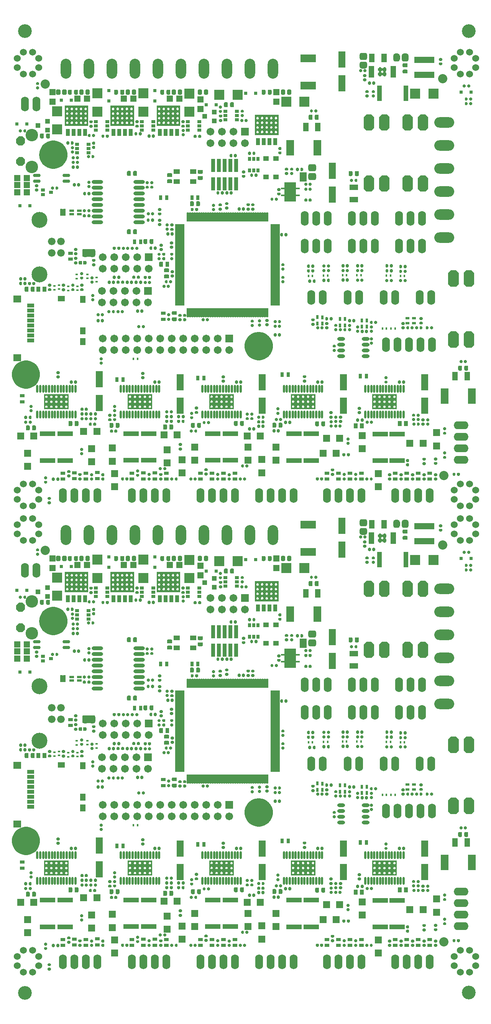
<source format=gbo>
G04 CAM350 V9.5 (Build 208) Date:  Fri Dec 30 15:14:26 2016 *
G04 Database: (Untitled) *
G04 Layer 7: TS *
%FSTAX35Y35*%
%MOIN*%
%SFA1.000B1.000*%

%MIA0B0*%
%IPPOS*%
%ADD216R,0.10400X0.16800*%
%ADD250R,0.07100X0.13400*%
%ADD251R,0.03600X0.06400*%
%ADD257C,0.06000*%
%ADD267R,0.03200X0.02400*%
%ADD286O,0.12800X0.06800*%
%ADD287O,0.17300X0.09050*%
%ADD289O,0.06800X0.12800*%
%ADD290C,0.06706*%
%ADD291R,0.06706X0.06706*%
%ADD292C,0.13850*%
%ADD293C,0.06600*%
%ADD294C,0.10800*%
%ADD296O,0.09050X0.17300*%
%ADD445C,0.12205*%
%ADD446R,0.03543X0.07045*%
%ADD448O,0.06509X0.02965*%
%ADD450R,0.03550X0.02565*%
%ADD453R,0.03865X0.03038*%
%ADD454R,0.03038X0.03865*%
%ADD455R,0.02400X0.03200*%
%ADD456O,0.01778X0.07093*%
%ADD457R,0.06312X0.14186*%
%ADD458R,0.13792X0.04343*%
%ADD459R,0.08471X0.08471*%
%ADD460O,0.03550X0.01502*%
%ADD461O,0.01502X0.03550*%
%ADD462R,0.06306X0.04928*%
%ADD463R,0.07093X0.05912*%
%ADD464R,0.04928X0.06306*%
%ADD465R,0.06306X0.03550*%
%ADD466R,0.02800X0.02800*%
%ADD467R,0.02080X0.01863*%
%ADD468R,0.03943X0.01975*%
%ADD469R,0.04737X0.04343*%
%ADD470R,0.04400X0.04000*%
%ADD471R,0.02762X0.03747*%
%ADD472R,0.03747X0.02762*%
%ADD473R,0.05131X0.07493*%
%ADD477R,0.13400X0.07100*%
%ADD480O,0.09855X0.03162*%
%ADD481O,0.07887X0.01981*%
%ADD482O,0.01981X0.07887*%
%ADD484R,0.04816X0.01981*%
%ADD485R,0.02126X0.02598*%
%ADD486R,0.06063X0.02520*%
%ADD487R,0.17532X0.05446*%
%ADD488R,0.04343X0.13792*%
%ADD489R,0.03753X0.11824*%
%ADD491O,0.06706X0.03162*%
%ADD492R,0.07493X0.05131*%
%ADD493R,0.01581X0.01975*%
%ADD494R,0.01975X0.01581*%
%ADD495R,0.06312X0.05918*%
%ADD496R,0.05918X0.06312*%
%ADD497R,0.05524X0.04343*%
%ADD498R,0.05600X0.05600*%
%ADD499R,0.08700X0.08700*%
%ADD514C,0.11874*%
%ADD515C,0.03100*%
%ADD516C,0.01280*%
%ADD517C,0.01565*%
%ADD518C,0.03400*%
%ADD519C,0.08000*%
%ADD520C,0.01965*%
%ADD521C,0.01680*%
%LNTS*%
%LPD*%
G36*
X00097519Y00617243D02*
G01X00095999D01*
Y00619843*
X00097519*
Y00617243*
G37*
G36*
Y00613473D02*
G01X00095999D01*
Y00616073*
X00097519*
Y00613473*
G37*
G36*
X00382989Y00593304D02*
G01X00381469D01*
Y00595904*
X00382989*
Y00593304*
G37*
G36*
Y00597094D02*
G01X00381469D01*
Y00599694*
X00382989*
Y00597094*
G37*
G36*
X00210977Y00546497D02*
G01X00209457D01*
Y00549097*
X00210977*
Y00546497*
G37*
G36*
Y00542707D02*
G01X00209457D01*
Y00545307*
X00210977*
Y00542707*
G37*
G36*
X00320784Y00591264D02*
G01X00319264D01*
Y00593864*
X00320784*
Y00591264*
G37*
G36*
Y00587474D02*
G01X00319264D01*
Y00590074*
X00320784*
Y00587474*
G37*
G36*
X00049554Y00801294D02*
G01X00048034D01*
Y00803894*
X00049554*
Y00801294*
G37*
G36*
Y00797504D02*
G01X00048034D01*
Y00800104*
X00049554*
Y00797504*
G37*
G36*
X00059654Y00440983D02*
G01X00058134D01*
Y00443583*
X00059654*
Y00440983*
G37*
G36*
Y00437194D02*
G01X00058134D01*
Y00439794*
X00059654*
Y00437194*
G37*
G36*
X00236659Y00695985D02*
G01X00235139D01*
Y00698585*
X00236659*
Y00695985*
G37*
G36*
Y00692195D02*
G01X00235139D01*
Y00694795*
X00236659*
Y00692195*
G37*
G36*
X00059966Y00622294D02*
G01X00058446D01*
Y00624894*
X00059966*
Y00622294*
G37*
G36*
Y00626084D02*
G01X00058446D01*
Y00628684*
X00059966*
Y00626084*
G37*
G36*
X0007202Y00626062D02*
G01X000705D01*
Y00628662*
X0007202*
Y00626062*
G37*
G36*
Y00622272D02*
G01X000705D01*
Y00624872*
X0007202*
Y00622272*
G37*
G36*
X00087866Y00636112D02*
G01X00086346D01*
Y00638712*
X00087866*
Y00636112*
G37*
G36*
Y00632322D02*
G01X00086346D01*
Y00634922*
X00087866*
Y00632322*
G37*
G36*
X00087965Y00622283D02*
G01X00086445D01*
Y00624883*
X00087965*
Y00622283*
G37*
G36*
Y00626072D02*
G01X00086445D01*
Y00628672*
X00087965*
Y00626072*
G37*
G36*
X00080189D02*
G01X00078669D01*
Y00628672*
X00080189*
Y00626072*
G37*
G36*
Y00622283D02*
G01X00078669D01*
Y00624883*
X00080189*
Y00622283*
G37*
G36*
X00339854Y00575694D02*
G01X00338334D01*
Y00578294*
X00339854*
Y00575694*
G37*
G36*
Y00579464D02*
G01X00338334D01*
Y00582064*
X00339854*
Y00579464*
G37*
G36*
X00095954Y00764207D02*
G01X00094434D01*
Y00766807*
X00095954*
Y00764207*
G37*
G36*
Y00767997D02*
G01X00094434D01*
Y00770597*
X00095954*
Y00767997*
G37*
G36*
X00288954Y00595994D02*
G01X00287434D01*
Y00598594*
X00288954*
Y00595994*
G37*
G36*
Y00592224D02*
G01X00287434D01*
Y00594824*
X00288954*
Y00592224*
G37*
G36*
X00335954Y00790494D02*
G01X00334434D01*
Y00793094*
X00335954*
Y00790494*
G37*
G36*
Y00794283D02*
G01X00334434D01*
Y00796883*
X00335954*
Y00794283*
G37*
G36*
X00341485Y00794293D02*
G01X00339965D01*
Y00796893*
X00341485*
Y00794293*
G37*
G36*
Y00790503D02*
G01X00339965D01*
Y00793103*
X00341485*
Y00790503*
G37*
G36*
X00333954Y00808184D02*
G01X00332434D01*
Y00810784*
X00333954*
Y00808184*
G37*
G36*
Y00804394D02*
G01X00332434D01*
Y00806994*
X00333954*
Y00804394*
G37*
G36*
X00399954Y00818324D02*
G01X00398434D01*
Y00820924*
X00399954*
Y00818324*
G37*
G36*
Y00822094D02*
G01X00398434D01*
Y00824694*
X00399954*
Y00822094*
G37*
G36*
X00162154Y00674694D02*
G01X00160634D01*
Y00677294*
X00162154*
Y00674694*
G37*
G36*
Y00678483D02*
G01X00160634D01*
Y00681083*
X00162154*
Y00678483*
G37*
G36*
X00155654Y00691783D02*
G01X00154134D01*
Y00694383*
X00155654*
Y00691783*
G37*
G36*
Y00687994D02*
G01X00154134D01*
Y00690594*
X00155654*
Y00687994*
G37*
G36*
X00159254Y00652994D02*
G01X00157734D01*
Y00655594*
X00159254*
Y00652994*
G37*
G36*
Y00649204D02*
G01X00157734D01*
Y00651804*
X00159254*
Y00649204*
G37*
G36*
X00155654Y00678704D02*
G01X00154134D01*
Y00681304*
X00155654*
Y00678704*
G37*
G36*
Y00682494D02*
G01X00154134D01*
Y00685094*
X00155654*
Y00682494*
G37*
G36*
X00166354Y00678394D02*
G01X00164834D01*
Y00680994*
X00166354*
Y00678394*
G37*
G36*
Y00674624D02*
G01X00164834D01*
Y00677224*
X00166354*
Y00674624*
G37*
G36*
X00173286Y00599961D02*
G01X00171766D01*
Y00602561*
X00173286*
Y00599961*
G37*
G36*
Y00596191D02*
G01X00171766D01*
Y00598791*
X00173286*
Y00596191*
G37*
G36*
X00156927Y00657043D02*
G01X00155407D01*
Y00659643*
X00156927*
Y00657043*
G37*
G36*
Y00660813D02*
G01X00155407D01*
Y00663413*
X00156927*
Y00660813*
G37*
G36*
X00094154Y00715564D02*
G01X00092634D01*
Y00718164*
X00094154*
Y00715564*
G37*
G36*
Y00711794D02*
G01X00092634D01*
Y00714394*
X00094154*
Y00711794*
G37*
G36*
X00144754Y00711294D02*
G01X00143234D01*
Y00713894*
X00144754*
Y00711294*
G37*
G36*
Y00715064D02*
G01X00143234D01*
Y00717664*
X00144754*
Y00715064*
G37*
G36*
X00166662Y00634089D02*
G01X00165142D01*
Y00636689*
X00166662*
Y00634089*
G37*
G36*
Y00637859D02*
G01X00165142D01*
Y00640459*
X00166662*
Y00637859*
G37*
G36*
X00166154Y00649224D02*
G01X00164634D01*
Y00651824*
X00166154*
Y00649224*
G37*
G36*
Y00652994D02*
G01X00164634D01*
Y00655594*
X00166154*
Y00652994*
G37*
G36*
X00262862Y00643964D02*
G01X00261342D01*
Y00646564*
X00262862*
Y00643964*
G37*
G36*
Y00640194D02*
G01X00261342D01*
Y00642794*
X00262862*
Y00640194*
G37*
G36*
X00248954Y00595464D02*
G01X00247434D01*
Y00598064*
X00248954*
Y00595464*
G37*
G36*
Y00591694D02*
G01X00247434D01*
Y00594294*
X00248954*
Y00591694*
G37*
G36*
X00166054Y00662864D02*
G01X00164534D01*
Y00665464*
X00166054*
Y00662864*
G37*
G36*
Y00659094D02*
G01X00164534D01*
Y00661694*
X00166054*
Y00659094*
G37*
G36*
X00242554Y00591494D02*
G01X00241034D01*
Y00594094*
X00242554*
Y00591494*
G37*
G36*
Y00595264D02*
G01X00241034D01*
Y00597864*
X00242554*
Y00595264*
G37*
G36*
X00262754Y00632964D02*
G01X00261234D01*
Y00635564*
X00262754*
Y00632964*
G37*
G36*
Y00629194D02*
G01X00261234D01*
Y00631794*
X00262754*
Y00629194*
G37*
G36*
X00232654Y00695994D02*
G01X00231134D01*
Y00698594*
X00232654*
Y00695994*
G37*
G36*
Y00692224D02*
G01X00231134D01*
Y00694824*
X00232654*
Y00692224*
G37*
G36*
X00163435Y00600379D02*
G01X00161915D01*
Y00602979*
X00163435*
Y00600379*
G37*
G36*
Y00596609D02*
G01X00161915D01*
Y00599209*
X00163435*
Y00596609*
G37*
G36*
X00098254Y00745794D02*
G01X00096734D01*
Y00748394*
X00098254*
Y00745794*
G37*
G36*
Y00749583D02*
G01X00096734D01*
Y00752183*
X00098254*
Y00749583*
G37*
G36*
X00079754Y00741704D02*
G01X00078234D01*
Y00744304*
X00079754*
Y00741704*
G37*
G36*
Y00745494D02*
G01X00078234D01*
Y00748094*
X00079754*
Y00745494*
G37*
G36*
X00266016Y00726948D02*
G01X00264496D01*
Y00729548*
X00266016*
Y00726948*
G37*
G36*
Y00723158D02*
G01X00264496D01*
Y00725758*
X00266016*
Y00723158*
G37*
G36*
X00176154Y00760494D02*
G01X00174634D01*
Y00763094*
X00176154*
Y00760494*
G37*
G36*
Y00756704D02*
G01X00174634D01*
Y00759304*
X00176154*
Y00756704*
G37*
G36*
X00208554Y00780784D02*
G01X00207034D01*
Y00783384*
X00208554*
Y00780784*
G37*
G36*
Y00776994D02*
G01X00207034D01*
Y00779594*
X00208554*
Y00776994*
G37*
G36*
X00208654Y00772994D02*
G01X00207134D01*
Y00775594*
X00208654*
Y00772994*
G37*
G36*
Y00769204D02*
G01X00207134D01*
Y00771804*
X00208654*
Y00769204*
G37*
G36*
X00183454Y00514783D02*
G01X00181934D01*
Y00517383*
X00183454*
Y00514783*
G37*
G36*
Y00510994D02*
G01X00181934D01*
Y00513594*
X00183454*
Y00510994*
G37*
G36*
X00235854Y00514083D02*
G01X00234334D01*
Y00516683*
X00235854*
Y00514083*
G37*
G36*
Y00510294D02*
G01X00234334D01*
Y00512894*
X00235854*
Y00510294*
G37*
G36*
X00098388Y00647657D02*
G01X00096868D01*
Y00650257*
X00098388*
Y00647657*
G37*
G36*
Y00643887D02*
G01X00096868D01*
Y00646487*
X00098388*
Y00643887*
G37*
G36*
X0014889Y00711303D02*
G01X0014737D01*
Y00713903*
X0014889*
Y00711303*
G37*
G36*
Y00715073D02*
G01X0014737D01*
Y00717673*
X0014889*
Y00715073*
G37*
G36*
X00096845Y00628755D02*
G01X00095325D01*
Y00631355*
X00096845*
Y00628755*
G37*
G36*
Y00632545D02*
G01X00095325D01*
Y00635145*
X00096845*
Y00632545*
G37*
G36*
X00231854Y00510294D02*
G01X00230334D01*
Y00512894*
X00231854*
Y00510294*
G37*
G36*
Y00514083D02*
G01X00230334D01*
Y00516683*
X00231854*
Y00514083*
G37*
G36*
X00227554Y00777283D02*
G01X00226034D01*
Y00779883*
X00227554*
Y00777283*
G37*
G36*
Y00773494D02*
G01X00226034D01*
Y00776094*
X00227554*
Y00773494*
G37*
G36*
X00136055Y0076809D02*
G01X00134535D01*
Y0077069*
X00136055*
Y0076809*
G37*
G36*
Y007643D02*
G01X00134535D01*
Y007669*
X00136055*
Y007643*
G37*
G36*
X00176054Y00764294D02*
G01X00174534D01*
Y00766894*
X00176054*
Y00764294*
G37*
G36*
Y00768083D02*
G01X00174534D01*
Y00770683*
X00176054*
Y00768083*
G37*
G36*
X00260254Y00741004D02*
G01X00258734D01*
Y00743604*
X00260254*
Y00741004*
G37*
G36*
Y00744794D02*
G01X00258734D01*
Y00747394*
X00260254*
Y00744794*
G37*
G36*
X00270543Y00723158D02*
G01X00269023D01*
Y00725758*
X00270543*
Y00723158*
G37*
G36*
Y00726948D02*
G01X00269023D01*
Y00729548*
X00270543*
Y00726948*
G37*
G36*
X00177393Y00599955D02*
G01X00175873D01*
Y00602555*
X00177393*
Y00599955*
G37*
G36*
Y00596185D02*
G01X00175873D01*
Y00598785*
X00177393*
Y00596185*
G37*
G36*
X00307554Y00569504D02*
G01X00306034D01*
Y00572104*
X00307554*
Y00569504*
G37*
G36*
Y00573294D02*
G01X00306034D01*
Y00575894*
X00307554*
Y00573294*
G37*
G36*
X00228606Y00720658D02*
G01X00227086D01*
Y00723258*
X00228606*
Y00720658*
G37*
G36*
Y00724448D02*
G01X00227086D01*
Y00727048*
X00228606*
Y00724448*
G37*
G36*
X00202454Y00695583D02*
G01X00200934D01*
Y00698183*
X00202454*
Y00695583*
G37*
G36*
Y00691794D02*
G01X00200934D01*
Y00694394*
X00202454*
Y00691794*
G37*
G36*
X00082713Y00653398D02*
G01X00081193D01*
Y00655998*
X00082713*
Y00653398*
G37*
G36*
Y00657168D02*
G01X00081193D01*
Y00659768*
X00082713*
Y00657168*
G37*
G36*
X00082719Y00649359D02*
G01X00081199D01*
Y00651959*
X00082719*
Y00649359*
G37*
G36*
Y00645589D02*
G01X00081199D01*
Y00648189*
X00082719*
Y00645589*
G37*
G36*
X00259354Y007091D02*
G01X00257834D01*
Y007117*
X00259354*
Y007091*
G37*
G36*
Y0070533D02*
G01X00257834D01*
Y0070793*
X00259354*
Y0070533*
G37*
G36*
X00086354Y00457894D02*
G01X00084834D01*
Y00460494*
X00086354*
Y00457894*
G37*
G36*
Y00461664D02*
G01X00084834D01*
Y00464264*
X00086354*
Y00461664*
G37*
G36*
X00106254Y00457824D02*
G01X00104734D01*
Y00460424*
X00106254*
Y00457824*
G37*
G36*
Y00461594D02*
G01X00104734D01*
Y00464194*
X00106254*
Y00461594*
G37*
G36*
X00096454Y00457794D02*
G01X00094934D01*
Y00460394*
X00096454*
Y00457794*
G37*
G36*
Y00461564D02*
G01X00094934D01*
Y00464164*
X00096454*
Y00461564*
G37*
G36*
X00043754Y00517024D02*
G01X00042234D01*
Y00519624*
X00043754*
Y00517024*
G37*
G36*
Y00520794D02*
G01X00042234D01*
Y00523394*
X00043754*
Y00520794*
G37*
G36*
X00056554Y00458764D02*
G01X00055034D01*
Y00461364*
X00056554*
Y00458764*
G37*
G36*
Y00454994D02*
G01X00055034D01*
Y00457594*
X00056554*
Y00454994*
G37*
G36*
X00076654Y00464294D02*
G01X00075134D01*
Y00466894*
X00076654*
Y00464294*
G37*
G36*
Y00460524D02*
G01X00075134D01*
Y00463124*
X00076654*
Y00460524*
G37*
G36*
X00087754Y00479724D02*
G01X00086234D01*
Y00482324*
X00087754*
Y00479724*
G37*
G36*
Y00483494D02*
G01X00086234D01*
Y00486094*
X00087754*
Y00483494*
G37*
G36*
X0014097Y00549491D02*
G01X0013945D01*
Y00552091*
X0014097*
Y00549491*
G37*
G36*
Y00545701D02*
G01X0013945D01*
Y00548301*
X0014097*
Y00545701*
G37*
G36*
X00112354Y00513094D02*
G01X00110834D01*
Y00515694*
X00112354*
Y00513094*
G37*
G36*
Y00509304D02*
G01X00110834D01*
Y00511904*
X00112354*
Y00509304*
G37*
G36*
X00067321Y00550149D02*
G01X00065801D01*
Y00552749*
X00067321*
Y00550149*
G37*
G36*
Y00546359D02*
G01X00065801D01*
Y00548959*
X00067321*
Y00546359*
G37*
G36*
X00136554Y00464764D02*
G01X00135034D01*
Y00467364*
X00136554*
Y00464764*
G37*
G36*
Y00460994D02*
G01X00135034D01*
Y00463594*
X00136554*
Y00460994*
G37*
G36*
X00146554Y00457924D02*
G01X00145034D01*
Y00460524*
X00146554*
Y00457924*
G37*
G36*
Y00461694D02*
G01X00145034D01*
Y00464294*
X00146554*
Y00461694*
G37*
G36*
X00156654Y00461664D02*
G01X00155134D01*
Y00464264*
X00156654*
Y00461664*
G37*
G36*
Y00457894D02*
G01X00155134D01*
Y00460494*
X00156654*
Y00457894*
G37*
G36*
X00173654Y00483924D02*
G01X00172134D01*
Y00486524*
X00173654*
Y00483924*
G37*
G36*
Y00487694D02*
G01X00172134D01*
Y00490294*
X00173654*
Y00487694*
G37*
G36*
X00116454Y00509324D02*
G01X00114934D01*
Y00511924*
X00116454*
Y00509324*
G37*
G36*
Y00513094D02*
G01X00114934D01*
Y00515694*
X00116454*
Y00513094*
G37*
G36*
Y00517094D02*
G01X00114934D01*
Y00519694*
X00116454*
Y00517094*
G37*
G36*
Y00520864D02*
G01X00114934D01*
Y00523464*
X00116454*
Y00520864*
G37*
G36*
X00196054Y00465964D02*
G01X00194534D01*
Y00468564*
X00196054*
Y00465964*
G37*
G36*
Y00462194D02*
G01X00194534D01*
Y00464794*
X00196054*
Y00462194*
G37*
G36*
X00206154Y00457924D02*
G01X00204634D01*
Y00460524*
X00206154*
Y00457924*
G37*
G36*
Y00461694D02*
G01X00204634D01*
Y00464294*
X00206154*
Y00461694*
G37*
G36*
X00216154Y00457824D02*
G01X00214634D01*
Y00460424*
X00216154*
Y00457824*
G37*
G36*
Y00461594D02*
G01X00214634D01*
Y00464194*
X00216154*
Y00461594*
G37*
G36*
X00187654Y00515624D02*
G01X00186134D01*
Y00518224*
X00187654*
Y00515624*
G37*
G36*
Y00519394D02*
G01X00186134D01*
Y00521994*
X00187654*
Y00519394*
G37*
G36*
X00258554Y00514924D02*
G01X00257034D01*
Y00517524*
X00258554*
Y00514924*
G37*
G36*
Y00518694D02*
G01X00257034D01*
Y00521294*
X00258554*
Y00518694*
G37*
G36*
X00306054Y00465664D02*
G01X00304534D01*
Y00468264*
X00306054*
Y00465664*
G37*
G36*
Y00461894D02*
G01X00304534D01*
Y00464494*
X00306054*
Y00461894*
G37*
G36*
X00316154Y00457924D02*
G01X00314634D01*
Y00460524*
X00316154*
Y00457924*
G37*
G36*
Y00461694D02*
G01X00314634D01*
Y00464294*
X00316154*
Y00461694*
G37*
G36*
X00326154Y00457924D02*
G01X00324634D01*
Y00460524*
X00326154*
Y00457924*
G37*
G36*
Y00461694D02*
G01X00324634D01*
Y00464294*
X00326154*
Y00461694*
G37*
G36*
X00319554Y00488724D02*
G01X00318034D01*
Y00491324*
X00319554*
Y00488724*
G37*
G36*
Y00492494D02*
G01X00318034D01*
Y00495094*
X00319554*
Y00492494*
G37*
G36*
X00304754Y00503824D02*
G01X00303234D01*
Y00506424*
X00304754*
Y00503824*
G37*
G36*
Y00507594D02*
G01X00303234D01*
Y00510194*
X00304754*
Y00507594*
G37*
G36*
X0028164Y0054668D02*
G01X0028012D01*
Y0054928*
X0028164*
Y0054668*
G37*
G36*
Y0054289D02*
G01X0028012D01*
Y0054549*
X0028164*
Y0054289*
G37*
G36*
X00304654Y00511594D02*
G01X00303134D01*
Y00514194*
X00304654*
Y00511594*
G37*
G36*
Y00515383D02*
G01X00303134D01*
Y00517983*
X00304654*
Y00515383*
G37*
G36*
X00308754Y00507794D02*
G01X00307234D01*
Y00510394*
X00308754*
Y00507794*
G37*
G36*
Y00511584D02*
G01X00307234D01*
Y00514184*
X00308754*
Y00511584*
G37*
G36*
X00312954Y00507824D02*
G01X00311434D01*
Y00510424*
X00312954*
Y00507824*
G37*
G36*
Y00511594D02*
G01X00311434D01*
Y00514194*
X00312954*
Y00511594*
G37*
G36*
X00355654Y00461564D02*
G01X00354134D01*
Y00464164*
X00355654*
Y00461564*
G37*
G36*
Y00457794D02*
G01X00354134D01*
Y00460394*
X00355654*
Y00457794*
G37*
G36*
X00365654Y00457724D02*
G01X00364134D01*
Y00460324*
X00365654*
Y00457724*
G37*
G36*
Y00461494D02*
G01X00364134D01*
Y00464094*
X00365654*
Y00461494*
G37*
G36*
X00371254Y00470024D02*
G01X00369734D01*
Y00472624*
X00371254*
Y00470024*
G37*
G36*
Y00473794D02*
G01X00369734D01*
Y00476394*
X00371254*
Y00473794*
G37*
G36*
X00375654Y00457724D02*
G01X00374134D01*
Y00460324*
X00375654*
Y00457724*
G37*
G36*
Y00461494D02*
G01X00374134D01*
Y00464094*
X00375654*
Y00461494*
G37*
G36*
X00385654Y00457724D02*
G01X00384134D01*
Y00460324*
X00385654*
Y00457724*
G37*
G36*
Y00461494D02*
G01X00384134D01*
Y00464094*
X00385654*
Y00461494*
G37*
G36*
X00395654Y00457824D02*
G01X00394134D01*
Y00460424*
X00395654*
Y00457824*
G37*
G36*
Y00461594D02*
G01X00394134D01*
Y00464194*
X00395654*
Y00461594*
G37*
G36*
Y00471324D02*
G01X00394134D01*
Y00473924*
X00395654*
Y00471324*
G37*
G36*
Y00475094D02*
G01X00394134D01*
Y00477694*
X00395654*
Y00475094*
G37*
G36*
X00385654Y00471224D02*
G01X00384134D01*
Y00473824*
X00385654*
Y00471224*
G37*
G36*
Y00474994D02*
G01X00384134D01*
Y00477594*
X00385654*
Y00474994*
G37*
G36*
X00403454Y00480394D02*
G01X00401934D01*
Y00482994*
X00403454*
Y00480394*
G37*
G36*
Y00476624D02*
G01X00401934D01*
Y00479224*
X00403454*
Y00476624*
G37*
G36*
Y00501394D02*
G01X00401934D01*
Y00503994*
X00403454*
Y00501394*
G37*
G36*
Y00497624D02*
G01X00401934D01*
Y00500224*
X00403454*
Y00497624*
G37*
G36*
X00352526Y00545766D02*
G01X00351006D01*
Y00548366*
X00352526*
Y00545766*
G37*
G36*
Y00541976D02*
G01X00351006D01*
Y00544576*
X00352526*
Y00541976*
G37*
G36*
X00376454Y00509494D02*
G01X00374934D01*
Y00512094*
X00376454*
Y00509494*
G37*
G36*
Y00513283D02*
G01X00374934D01*
Y00515883*
X00376454*
Y00513283*
G37*
G36*
X00380554Y00513264D02*
G01X00379034D01*
Y00515864*
X00380554*
Y00513264*
G37*
G36*
Y00509494D02*
G01X00379034D01*
Y00512094*
X00380554*
Y00509494*
G37*
G36*
X00384654Y00509164D02*
G01X00383134D01*
Y00511764*
X00384654*
Y00509164*
G37*
G36*
Y00505394D02*
G01X00383134D01*
Y00507994*
X00384654*
Y00505394*
G37*
G36*
X00388754D02*
G01X00387234D01*
Y00507994*
X00388754*
Y00505394*
G37*
G36*
Y00509184D02*
G01X00387234D01*
Y00511784*
X00388754*
Y00509184*
G37*
G36*
X00329354Y00515424D02*
G01X00327834D01*
Y00518024*
X00329354*
Y00515424*
G37*
G36*
Y00519194D02*
G01X00327834D01*
Y00521794*
X00329354*
Y00519194*
G37*
G36*
X00301054Y00592883D02*
G01X00299534D01*
Y00595483*
X00301054*
Y00592883*
G37*
G36*
Y00589094D02*
G01X00299534D01*
Y00591694*
X00301054*
Y00589094*
G37*
G36*
X00308854Y00587524D02*
G01X00307334D01*
Y00590124*
X00308854*
Y00587524*
G37*
G36*
Y00591294D02*
G01X00307334D01*
Y00593894*
X00308854*
Y00591294*
G37*
G36*
X00327803Y00586082D02*
G01X00326283D01*
Y00588682*
X00327803*
Y00586082*
G37*
G36*
Y00589852D02*
G01X00326283D01*
Y00592452*
X00327803*
Y00589852*
G37*
G36*
X00339763Y00589846D02*
G01X00338243D01*
Y00592446*
X00339763*
Y00589846*
G37*
G36*
Y00586056D02*
G01X00338243D01*
Y00588656*
X00339763*
Y00586056*
G37*
G36*
X00367285Y00589136D02*
G01X00365765D01*
Y00591736*
X00367285*
Y00589136*
G37*
G36*
Y00592906D02*
G01X00365765D01*
Y00595506*
X00367285*
Y00592906*
G37*
G36*
X00214029Y00693191D02*
G01X00212509D01*
Y00695791*
X00214029*
Y00693191*
G37*
G36*
Y00696981D02*
G01X00212509D01*
Y00699581*
X00214029*
Y00696981*
G37*
G36*
X00208309Y00692172D02*
G01X00206789D01*
Y00694772*
X00208309*
Y00692172*
G37*
G36*
Y00695962D02*
G01X00206789D01*
Y00698562*
X00208309*
Y00695962*
G37*
G36*
X00236109Y00591176D02*
G01X00234589D01*
Y00593776*
X00236109*
Y00591176*
G37*
G36*
Y00594966D02*
G01X00234589D01*
Y00597566*
X00236109*
Y00594966*
G37*
G36*
X00104843Y00562184D02*
G01X00103323D01*
Y00564784*
X00104843*
Y00562184*
G37*
G36*
Y00558414D02*
G01X00103323D01*
Y00561014*
X00104843*
Y00558414*
G37*
G36*
X00155134Y00652975D02*
G01X00153614D01*
Y00655575*
X00155134*
Y00652975*
G37*
G36*
Y00649185D02*
G01X00153614D01*
Y00651785*
X00155134*
Y00649185*
G37*
G36*
X00048721Y00708772D02*
G01X00047201D01*
Y00711372*
X00048721*
Y00708772*
G37*
G36*
Y00712562D02*
G01X00047201D01*
Y00715162*
X00048721*
Y00712562*
G37*
G36*
X00097519Y00212243D02*
G01X00095999D01*
Y00214843*
X00097519*
Y00212243*
G37*
G36*
Y00208473D02*
G01X00095999D01*
Y00211073*
X00097519*
Y00208473*
G37*
G36*
X00382989Y00188304D02*
G01X00381469D01*
Y00190904*
X00382989*
Y00188304*
G37*
G36*
Y00192094D02*
G01X00381469D01*
Y00194694*
X00382989*
Y00192094*
G37*
G36*
X00210977Y00141497D02*
G01X00209457D01*
Y00144097*
X00210977*
Y00141497*
G37*
G36*
Y00137707D02*
G01X00209457D01*
Y00140307*
X00210977*
Y00137707*
G37*
G36*
X00320784Y00186264D02*
G01X00319264D01*
Y00188864*
X00320784*
Y00186264*
G37*
G36*
Y00182474D02*
G01X00319264D01*
Y00185074*
X00320784*
Y00182474*
G37*
G36*
X00049554Y00396294D02*
G01X00048034D01*
Y00398894*
X00049554*
Y00396294*
G37*
G36*
Y00392504D02*
G01X00048034D01*
Y00395104*
X00049554*
Y00392504*
G37*
G36*
X00059654Y00035984D02*
G01X00058134D01*
Y00038584*
X00059654*
Y00035984*
G37*
G36*
Y00032194D02*
G01X00058134D01*
Y00034794*
X00059654*
Y00032194*
G37*
G36*
X00236659Y00290985D02*
G01X00235139D01*
Y00293585*
X00236659*
Y00290985*
G37*
G36*
Y00287195D02*
G01X00235139D01*
Y00289795*
X00236659*
Y00287195*
G37*
G36*
X00059966Y00217294D02*
G01X00058446D01*
Y00219894*
X00059966*
Y00217294*
G37*
G36*
Y00221083D02*
G01X00058446D01*
Y00223683*
X00059966*
Y00221083*
G37*
G36*
X0007202Y00221062D02*
G01X000705D01*
Y00223662*
X0007202*
Y00221062*
G37*
G36*
Y00217272D02*
G01X000705D01*
Y00219872*
X0007202*
Y00217272*
G37*
G36*
X00087866Y00231112D02*
G01X00086346D01*
Y00233712*
X00087866*
Y00231112*
G37*
G36*
Y00227322D02*
G01X00086346D01*
Y00229922*
X00087866*
Y00227322*
G37*
G36*
X00087965Y00217283D02*
G01X00086445D01*
Y00219883*
X00087965*
Y00217283*
G37*
G36*
Y00221072D02*
G01X00086445D01*
Y00223672*
X00087965*
Y00221072*
G37*
G36*
X00080189D02*
G01X00078669D01*
Y00223672*
X00080189*
Y00221072*
G37*
G36*
Y00217283D02*
G01X00078669D01*
Y00219883*
X00080189*
Y00217283*
G37*
G36*
X00339854Y00170694D02*
G01X00338334D01*
Y00173294*
X00339854*
Y00170694*
G37*
G36*
Y00174464D02*
G01X00338334D01*
Y00177064*
X00339854*
Y00174464*
G37*
G36*
X00095954Y00359207D02*
G01X00094434D01*
Y00361807*
X00095954*
Y00359207*
G37*
G36*
Y00362997D02*
G01X00094434D01*
Y00365597*
X00095954*
Y00362997*
G37*
G36*
X00288954Y00190994D02*
G01X00287434D01*
Y00193594*
X00288954*
Y00190994*
G37*
G36*
Y00187224D02*
G01X00287434D01*
Y00189824*
X00288954*
Y00187224*
G37*
G36*
X00335954Y00385494D02*
G01X00334434D01*
Y00388094*
X00335954*
Y00385494*
G37*
G36*
Y00389283D02*
G01X00334434D01*
Y00391883*
X00335954*
Y00389283*
G37*
G36*
X00341485Y00389293D02*
G01X00339965D01*
Y00391893*
X00341485*
Y00389293*
G37*
G36*
Y00385503D02*
G01X00339965D01*
Y00388103*
X00341485*
Y00385503*
G37*
G36*
X00333954Y00403184D02*
G01X00332434D01*
Y00405784*
X00333954*
Y00403184*
G37*
G36*
Y00399394D02*
G01X00332434D01*
Y00401994*
X00333954*
Y00399394*
G37*
G36*
X00399954Y00413324D02*
G01X00398434D01*
Y00415924*
X00399954*
Y00413324*
G37*
G36*
Y00417094D02*
G01X00398434D01*
Y00419694*
X00399954*
Y00417094*
G37*
G36*
X00162154Y00269694D02*
G01X00160634D01*
Y00272294*
X00162154*
Y00269694*
G37*
G36*
Y00273483D02*
G01X00160634D01*
Y00276083*
X00162154*
Y00273483*
G37*
G36*
X00155654Y00286784D02*
G01X00154134D01*
Y00289384*
X00155654*
Y00286784*
G37*
G36*
Y00282994D02*
G01X00154134D01*
Y00285594*
X00155654*
Y00282994*
G37*
G36*
X00159254Y00247994D02*
G01X00157734D01*
Y00250594*
X00159254*
Y00247994*
G37*
G36*
Y00244204D02*
G01X00157734D01*
Y00246804*
X00159254*
Y00244204*
G37*
G36*
X00155654Y00273704D02*
G01X00154134D01*
Y00276304*
X00155654*
Y00273704*
G37*
G36*
Y00277494D02*
G01X00154134D01*
Y00280094*
X00155654*
Y00277494*
G37*
G36*
X00166354Y00273394D02*
G01X00164834D01*
Y00275994*
X00166354*
Y00273394*
G37*
G36*
Y00269624D02*
G01X00164834D01*
Y00272224*
X00166354*
Y00269624*
G37*
G36*
X00173286Y00194961D02*
G01X00171766D01*
Y00197561*
X00173286*
Y00194961*
G37*
G36*
Y00191191D02*
G01X00171766D01*
Y00193791*
X00173286*
Y00191191*
G37*
G36*
X00156927Y00252043D02*
G01X00155407D01*
Y00254643*
X00156927*
Y00252043*
G37*
G36*
Y00255813D02*
G01X00155407D01*
Y00258413*
X00156927*
Y00255813*
G37*
G36*
X00094154Y00310564D02*
G01X00092634D01*
Y00313164*
X00094154*
Y00310564*
G37*
G36*
Y00306794D02*
G01X00092634D01*
Y00309394*
X00094154*
Y00306794*
G37*
G36*
X00144754Y00306294D02*
G01X00143234D01*
Y00308894*
X00144754*
Y00306294*
G37*
G36*
Y00310064D02*
G01X00143234D01*
Y00312664*
X00144754*
Y00310064*
G37*
G36*
X00166662Y00229089D02*
G01X00165142D01*
Y00231689*
X00166662*
Y00229089*
G37*
G36*
Y00232859D02*
G01X00165142D01*
Y00235459*
X00166662*
Y00232859*
G37*
G36*
X00166154Y00244224D02*
G01X00164634D01*
Y00246824*
X00166154*
Y00244224*
G37*
G36*
Y00247994D02*
G01X00164634D01*
Y00250594*
X00166154*
Y00247994*
G37*
G36*
X00262862Y00238964D02*
G01X00261342D01*
Y00241564*
X00262862*
Y00238964*
G37*
G36*
Y00235194D02*
G01X00261342D01*
Y00237794*
X00262862*
Y00235194*
G37*
G36*
X00248954Y00190464D02*
G01X00247434D01*
Y00193064*
X00248954*
Y00190464*
G37*
G36*
Y00186694D02*
G01X00247434D01*
Y00189294*
X00248954*
Y00186694*
G37*
G36*
X00166054Y00257864D02*
G01X00164534D01*
Y00260464*
X00166054*
Y00257864*
G37*
G36*
Y00254094D02*
G01X00164534D01*
Y00256694*
X00166054*
Y00254094*
G37*
G36*
X00242554Y00186494D02*
G01X00241034D01*
Y00189094*
X00242554*
Y00186494*
G37*
G36*
Y00190264D02*
G01X00241034D01*
Y00192864*
X00242554*
Y00190264*
G37*
G36*
X00262754Y00227964D02*
G01X00261234D01*
Y00230564*
X00262754*
Y00227964*
G37*
G36*
Y00224194D02*
G01X00261234D01*
Y00226794*
X00262754*
Y00224194*
G37*
G36*
X00232654Y00290994D02*
G01X00231134D01*
Y00293594*
X00232654*
Y00290994*
G37*
G36*
Y00287224D02*
G01X00231134D01*
Y00289824*
X00232654*
Y00287224*
G37*
G36*
X00163435Y00195379D02*
G01X00161915D01*
Y00197979*
X00163435*
Y00195379*
G37*
G36*
Y00191609D02*
G01X00161915D01*
Y00194209*
X00163435*
Y00191609*
G37*
G36*
X00098254Y00340794D02*
G01X00096734D01*
Y00343394*
X00098254*
Y00340794*
G37*
G36*
Y00344583D02*
G01X00096734D01*
Y00347183*
X00098254*
Y00344583*
G37*
G36*
X00079754Y00336704D02*
G01X00078234D01*
Y00339304*
X00079754*
Y00336704*
G37*
G36*
Y00340494D02*
G01X00078234D01*
Y00343094*
X00079754*
Y00340494*
G37*
G36*
X00266016Y00321948D02*
G01X00264496D01*
Y00324548*
X00266016*
Y00321948*
G37*
G36*
Y00318158D02*
G01X00264496D01*
Y00320758*
X00266016*
Y00318158*
G37*
G36*
X00176154Y00355494D02*
G01X00174634D01*
Y00358094*
X00176154*
Y00355494*
G37*
G36*
Y00351704D02*
G01X00174634D01*
Y00354304*
X00176154*
Y00351704*
G37*
G36*
X00208554Y00375783D02*
G01X00207034D01*
Y00378383*
X00208554*
Y00375783*
G37*
G36*
Y00371994D02*
G01X00207034D01*
Y00374594*
X00208554*
Y00371994*
G37*
G36*
X00208654Y00367994D02*
G01X00207134D01*
Y00370594*
X00208654*
Y00367994*
G37*
G36*
Y00364204D02*
G01X00207134D01*
Y00366804*
X00208654*
Y00364204*
G37*
G36*
X00183454Y00109783D02*
G01X00181934D01*
Y00112383*
X00183454*
Y00109783*
G37*
G36*
Y00105994D02*
G01X00181934D01*
Y00108594*
X00183454*
Y00105994*
G37*
G36*
X00235854Y00109083D02*
G01X00234334D01*
Y00111683*
X00235854*
Y00109083*
G37*
G36*
Y00105294D02*
G01X00234334D01*
Y00107894*
X00235854*
Y00105294*
G37*
G36*
X00098388Y00242657D02*
G01X00096868D01*
Y00245257*
X00098388*
Y00242657*
G37*
G36*
Y00238887D02*
G01X00096868D01*
Y00241487*
X00098388*
Y00238887*
G37*
G36*
X0014889Y00306303D02*
G01X0014737D01*
Y00308903*
X0014889*
Y00306303*
G37*
G36*
Y00310073D02*
G01X0014737D01*
Y00312673*
X0014889*
Y00310073*
G37*
G36*
X00096845Y00223755D02*
G01X00095325D01*
Y00226355*
X00096845*
Y00223755*
G37*
G36*
Y00227545D02*
G01X00095325D01*
Y00230145*
X00096845*
Y00227545*
G37*
G36*
X00231854Y00105294D02*
G01X00230334D01*
Y00107894*
X00231854*
Y00105294*
G37*
G36*
Y00109083D02*
G01X00230334D01*
Y00111683*
X00231854*
Y00109083*
G37*
G36*
X00227554Y00372284D02*
G01X00226034D01*
Y00374884*
X00227554*
Y00372284*
G37*
G36*
Y00368494D02*
G01X00226034D01*
Y00371094*
X00227554*
Y00368494*
G37*
G36*
X00136055Y0036309D02*
G01X00134535D01*
Y0036569*
X00136055*
Y0036309*
G37*
G36*
Y003593D02*
G01X00134535D01*
Y003619*
X00136055*
Y003593*
G37*
G36*
X00176054Y00359294D02*
G01X00174534D01*
Y00361894*
X00176054*
Y00359294*
G37*
G36*
Y00363084D02*
G01X00174534D01*
Y00365684*
X00176054*
Y00363084*
G37*
G36*
X00260254Y00336004D02*
G01X00258734D01*
Y00338604*
X00260254*
Y00336004*
G37*
G36*
Y00339794D02*
G01X00258734D01*
Y00342394*
X00260254*
Y00339794*
G37*
G36*
X00270543Y00318158D02*
G01X00269023D01*
Y00320758*
X00270543*
Y00318158*
G37*
G36*
Y00321948D02*
G01X00269023D01*
Y00324548*
X00270543*
Y00321948*
G37*
G36*
X00177393Y00194955D02*
G01X00175873D01*
Y00197555*
X00177393*
Y00194955*
G37*
G36*
Y00191185D02*
G01X00175873D01*
Y00193785*
X00177393*
Y00191185*
G37*
G36*
X00307554Y00164504D02*
G01X00306034D01*
Y00167104*
X00307554*
Y00164504*
G37*
G36*
Y00168294D02*
G01X00306034D01*
Y00170894*
X00307554*
Y00168294*
G37*
G36*
X00228606Y00315658D02*
G01X00227086D01*
Y00318258*
X00228606*
Y00315658*
G37*
G36*
Y00319448D02*
G01X00227086D01*
Y00322048*
X00228606*
Y00319448*
G37*
G36*
X00202454Y00290583D02*
G01X00200934D01*
Y00293183*
X00202454*
Y00290583*
G37*
G36*
Y00286794D02*
G01X00200934D01*
Y00289394*
X00202454*
Y00286794*
G37*
G36*
X00082713Y00248398D02*
G01X00081193D01*
Y00250998*
X00082713*
Y00248398*
G37*
G36*
Y00252168D02*
G01X00081193D01*
Y00254768*
X00082713*
Y00252168*
G37*
G36*
X00082719Y00244359D02*
G01X00081199D01*
Y00246959*
X00082719*
Y00244359*
G37*
G36*
Y00240589D02*
G01X00081199D01*
Y00243189*
X00082719*
Y00240589*
G37*
G36*
X00259354Y003041D02*
G01X00257834D01*
Y003067*
X00259354*
Y003041*
G37*
G36*
Y0030033D02*
G01X00257834D01*
Y0030293*
X00259354*
Y0030033*
G37*
G36*
X00086354Y00052894D02*
G01X00084834D01*
Y00055494*
X00086354*
Y00052894*
G37*
G36*
Y00056664D02*
G01X00084834D01*
Y00059264*
X00086354*
Y00056664*
G37*
G36*
X00106254Y00052824D02*
G01X00104734D01*
Y00055424*
X00106254*
Y00052824*
G37*
G36*
Y00056594D02*
G01X00104734D01*
Y00059194*
X00106254*
Y00056594*
G37*
G36*
X00096454Y00052794D02*
G01X00094934D01*
Y00055394*
X00096454*
Y00052794*
G37*
G36*
Y00056564D02*
G01X00094934D01*
Y00059164*
X00096454*
Y00056564*
G37*
G36*
X00043754Y00112024D02*
G01X00042234D01*
Y00114624*
X00043754*
Y00112024*
G37*
G36*
Y00115794D02*
G01X00042234D01*
Y00118394*
X00043754*
Y00115794*
G37*
G36*
X00056554Y00053764D02*
G01X00055034D01*
Y00056364*
X00056554*
Y00053764*
G37*
G36*
Y00049994D02*
G01X00055034D01*
Y00052594*
X00056554*
Y00049994*
G37*
G36*
X00076654Y00059294D02*
G01X00075134D01*
Y00061894*
X00076654*
Y00059294*
G37*
G36*
Y00055524D02*
G01X00075134D01*
Y00058124*
X00076654*
Y00055524*
G37*
G36*
X00087754Y00074724D02*
G01X00086234D01*
Y00077324*
X00087754*
Y00074724*
G37*
G36*
Y00078494D02*
G01X00086234D01*
Y00081094*
X00087754*
Y00078494*
G37*
G36*
X0014097Y00144491D02*
G01X0013945D01*
Y00147091*
X0014097*
Y00144491*
G37*
G36*
Y00140701D02*
G01X0013945D01*
Y00143301*
X0014097*
Y00140701*
G37*
G36*
X00112354Y00108094D02*
G01X00110834D01*
Y00110694*
X00112354*
Y00108094*
G37*
G36*
Y00104304D02*
G01X00110834D01*
Y00106904*
X00112354*
Y00104304*
G37*
G36*
X00067321Y00145149D02*
G01X00065801D01*
Y00147749*
X00067321*
Y00145149*
G37*
G36*
Y00141359D02*
G01X00065801D01*
Y00143959*
X00067321*
Y00141359*
G37*
G36*
X00136554Y00059764D02*
G01X00135034D01*
Y00062364*
X00136554*
Y00059764*
G37*
G36*
Y00055994D02*
G01X00135034D01*
Y00058594*
X00136554*
Y00055994*
G37*
G36*
X00146554Y00052924D02*
G01X00145034D01*
Y00055524*
X00146554*
Y00052924*
G37*
G36*
Y00056694D02*
G01X00145034D01*
Y00059294*
X00146554*
Y00056694*
G37*
G36*
X00156654Y00056664D02*
G01X00155134D01*
Y00059264*
X00156654*
Y00056664*
G37*
G36*
Y00052894D02*
G01X00155134D01*
Y00055494*
X00156654*
Y00052894*
G37*
G36*
X00173654Y00078924D02*
G01X00172134D01*
Y00081524*
X00173654*
Y00078924*
G37*
G36*
Y00082694D02*
G01X00172134D01*
Y00085294*
X00173654*
Y00082694*
G37*
G36*
X00116454Y00104324D02*
G01X00114934D01*
Y00106924*
X00116454*
Y00104324*
G37*
G36*
Y00108094D02*
G01X00114934D01*
Y00110694*
X00116454*
Y00108094*
G37*
G36*
Y00112094D02*
G01X00114934D01*
Y00114694*
X00116454*
Y00112094*
G37*
G36*
Y00115864D02*
G01X00114934D01*
Y00118464*
X00116454*
Y00115864*
G37*
G36*
X00196054Y00060964D02*
G01X00194534D01*
Y00063564*
X00196054*
Y00060964*
G37*
G36*
Y00057194D02*
G01X00194534D01*
Y00059794*
X00196054*
Y00057194*
G37*
G36*
X00206154Y00052924D02*
G01X00204634D01*
Y00055524*
X00206154*
Y00052924*
G37*
G36*
Y00056694D02*
G01X00204634D01*
Y00059294*
X00206154*
Y00056694*
G37*
G36*
X00216154Y00052824D02*
G01X00214634D01*
Y00055424*
X00216154*
Y00052824*
G37*
G36*
Y00056594D02*
G01X00214634D01*
Y00059194*
X00216154*
Y00056594*
G37*
G36*
X00187654Y00110624D02*
G01X00186134D01*
Y00113224*
X00187654*
Y00110624*
G37*
G36*
Y00114394D02*
G01X00186134D01*
Y00116994*
X00187654*
Y00114394*
G37*
G36*
X00258554Y00109924D02*
G01X00257034D01*
Y00112524*
X00258554*
Y00109924*
G37*
G36*
Y00113694D02*
G01X00257034D01*
Y00116294*
X00258554*
Y00113694*
G37*
G36*
X00306054Y00060664D02*
G01X00304534D01*
Y00063264*
X00306054*
Y00060664*
G37*
G36*
Y00056894D02*
G01X00304534D01*
Y00059494*
X00306054*
Y00056894*
G37*
G36*
X00316154Y00052924D02*
G01X00314634D01*
Y00055524*
X00316154*
Y00052924*
G37*
G36*
Y00056694D02*
G01X00314634D01*
Y00059294*
X00316154*
Y00056694*
G37*
G36*
X00326154Y00052924D02*
G01X00324634D01*
Y00055524*
X00326154*
Y00052924*
G37*
G36*
Y00056694D02*
G01X00324634D01*
Y00059294*
X00326154*
Y00056694*
G37*
G36*
X00319554Y00083724D02*
G01X00318034D01*
Y00086324*
X00319554*
Y00083724*
G37*
G36*
Y00087494D02*
G01X00318034D01*
Y00090094*
X00319554*
Y00087494*
G37*
G36*
X00304754Y00098824D02*
G01X00303234D01*
Y00101424*
X00304754*
Y00098824*
G37*
G36*
Y00102594D02*
G01X00303234D01*
Y00105194*
X00304754*
Y00102594*
G37*
G36*
X0028164Y0014168D02*
G01X0028012D01*
Y0014428*
X0028164*
Y0014168*
G37*
G36*
Y0013789D02*
G01X0028012D01*
Y0014049*
X0028164*
Y0013789*
G37*
G36*
X00304654Y00106594D02*
G01X00303134D01*
Y00109194*
X00304654*
Y00106594*
G37*
G36*
Y00110383D02*
G01X00303134D01*
Y00112983*
X00304654*
Y00110383*
G37*
G36*
X00308754Y00102794D02*
G01X00307234D01*
Y00105394*
X00308754*
Y00102794*
G37*
G36*
Y00106584D02*
G01X00307234D01*
Y00109184*
X00308754*
Y00106584*
G37*
G36*
X00312954Y00102824D02*
G01X00311434D01*
Y00105424*
X00312954*
Y00102824*
G37*
G36*
Y00106594D02*
G01X00311434D01*
Y00109194*
X00312954*
Y00106594*
G37*
G36*
X00355654Y00056564D02*
G01X00354134D01*
Y00059164*
X00355654*
Y00056564*
G37*
G36*
Y00052794D02*
G01X00354134D01*
Y00055394*
X00355654*
Y00052794*
G37*
G36*
X00365654Y00052724D02*
G01X00364134D01*
Y00055324*
X00365654*
Y00052724*
G37*
G36*
Y00056494D02*
G01X00364134D01*
Y00059094*
X00365654*
Y00056494*
G37*
G36*
X00371254Y00065024D02*
G01X00369734D01*
Y00067624*
X00371254*
Y00065024*
G37*
G36*
Y00068794D02*
G01X00369734D01*
Y00071394*
X00371254*
Y00068794*
G37*
G36*
X00375654Y00052724D02*
G01X00374134D01*
Y00055324*
X00375654*
Y00052724*
G37*
G36*
Y00056494D02*
G01X00374134D01*
Y00059094*
X00375654*
Y00056494*
G37*
G36*
X00385654Y00052724D02*
G01X00384134D01*
Y00055324*
X00385654*
Y00052724*
G37*
G36*
Y00056494D02*
G01X00384134D01*
Y00059094*
X00385654*
Y00056494*
G37*
G36*
X00395654Y00052824D02*
G01X00394134D01*
Y00055424*
X00395654*
Y00052824*
G37*
G36*
Y00056594D02*
G01X00394134D01*
Y00059194*
X00395654*
Y00056594*
G37*
G36*
Y00066324D02*
G01X00394134D01*
Y00068924*
X00395654*
Y00066324*
G37*
G36*
Y00070094D02*
G01X00394134D01*
Y00072694*
X00395654*
Y00070094*
G37*
G36*
X00385654Y00066224D02*
G01X00384134D01*
Y00068824*
X00385654*
Y00066224*
G37*
G36*
Y00069994D02*
G01X00384134D01*
Y00072594*
X00385654*
Y00069994*
G37*
G36*
X00403454Y00075394D02*
G01X00401934D01*
Y00077994*
X00403454*
Y00075394*
G37*
G36*
Y00071624D02*
G01X00401934D01*
Y00074224*
X00403454*
Y00071624*
G37*
G36*
Y00096394D02*
G01X00401934D01*
Y00098994*
X00403454*
Y00096394*
G37*
G36*
Y00092624D02*
G01X00401934D01*
Y00095224*
X00403454*
Y00092624*
G37*
G36*
X00352526Y00140766D02*
G01X00351006D01*
Y00143366*
X00352526*
Y00140766*
G37*
G36*
Y00136976D02*
G01X00351006D01*
Y00139576*
X00352526*
Y00136976*
G37*
G36*
X00376454Y00104494D02*
G01X00374934D01*
Y00107094*
X00376454*
Y00104494*
G37*
G36*
Y00108283D02*
G01X00374934D01*
Y00110883*
X00376454*
Y00108283*
G37*
G36*
X00380554Y00108264D02*
G01X00379034D01*
Y00110864*
X00380554*
Y00108264*
G37*
G36*
Y00104494D02*
G01X00379034D01*
Y00107094*
X00380554*
Y00104494*
G37*
G36*
X00384654Y00104164D02*
G01X00383134D01*
Y00106764*
X00384654*
Y00104164*
G37*
G36*
Y00100394D02*
G01X00383134D01*
Y00102994*
X00384654*
Y00100394*
G37*
G36*
X00388754D02*
G01X00387234D01*
Y00102994*
X00388754*
Y00100394*
G37*
G36*
Y00104183D02*
G01X00387234D01*
Y00106783*
X00388754*
Y00104183*
G37*
G36*
X00329354Y00110424D02*
G01X00327834D01*
Y00113024*
X00329354*
Y00110424*
G37*
G36*
Y00114194D02*
G01X00327834D01*
Y00116794*
X00329354*
Y00114194*
G37*
G36*
X00301054Y00187883D02*
G01X00299534D01*
Y00190483*
X00301054*
Y00187883*
G37*
G36*
Y00184094D02*
G01X00299534D01*
Y00186694*
X00301054*
Y00184094*
G37*
G36*
X00308854Y00182524D02*
G01X00307334D01*
Y00185124*
X00308854*
Y00182524*
G37*
G36*
Y00186294D02*
G01X00307334D01*
Y00188894*
X00308854*
Y00186294*
G37*
G36*
X00327803Y00181082D02*
G01X00326283D01*
Y00183682*
X00327803*
Y00181082*
G37*
G36*
Y00184852D02*
G01X00326283D01*
Y00187452*
X00327803*
Y00184852*
G37*
G36*
X00339763Y00184846D02*
G01X00338243D01*
Y00187446*
X00339763*
Y00184846*
G37*
G36*
Y00181056D02*
G01X00338243D01*
Y00183656*
X00339763*
Y00181056*
G37*
G36*
X00367285Y00184136D02*
G01X00365765D01*
Y00186736*
X00367285*
Y00184136*
G37*
G36*
Y00187906D02*
G01X00365765D01*
Y00190506*
X00367285*
Y00187906*
G37*
G36*
X00214029Y00288191D02*
G01X00212509D01*
Y00290791*
X00214029*
Y00288191*
G37*
G36*
Y00291981D02*
G01X00212509D01*
Y00294581*
X00214029*
Y00291981*
G37*
G36*
X00208309Y00287172D02*
G01X00206789D01*
Y00289772*
X00208309*
Y00287172*
G37*
G36*
Y00290962D02*
G01X00206789D01*
Y00293562*
X00208309*
Y00290962*
G37*
G36*
X00236109Y00186176D02*
G01X00234589D01*
Y00188776*
X00236109*
Y00186176*
G37*
G36*
Y00189966D02*
G01X00234589D01*
Y00192566*
X00236109*
Y00189966*
G37*
G36*
X00104843Y00157184D02*
G01X00103323D01*
Y00159784*
X00104843*
Y00157184*
G37*
G36*
Y00153414D02*
G01X00103323D01*
Y00156014*
X00104843*
Y00153414*
G37*
G36*
X00155134Y00247975D02*
G01X00153614D01*
Y00250575*
X00155134*
Y00247975*
G37*
G36*
Y00244185D02*
G01X00153614D01*
Y00246785*
X00155134*
Y00244185*
G37*
G36*
X00048721Y00303772D02*
G01X00047201D01*
Y00306372*
X00048721*
Y00303772*
G37*
G36*
Y00307562D02*
G01X00047201D01*
Y00310162*
X00048721*
Y00307562*
G37*
G36*
X00141104Y00633434D02*
G01Y00634954D01*
X00143704*
Y00633434*
X00141104*
G37*
G36*
X00144894D02*
G01Y00634954D01*
X00147494*
Y00633434*
X00144894*
G37*
G36*
X00131211Y00633602D02*
G01Y00635122D01*
X00133811*
Y00633602*
X00131211*
G37*
G36*
X00135001D02*
G01Y00635122D01*
X00137601*
Y00633602*
X00135001*
G37*
G36*
X0010001Y00595911D02*
G01Y00597431D01*
X0010261*
Y00595911*
X0010001*
G37*
G36*
X00103799D02*
G01Y00597431D01*
X00106399*
Y00595911*
X00103799*
G37*
G36*
X00099996Y00601087D02*
G01Y00602607D01*
X00102596*
Y00601087*
X00099996*
G37*
G36*
X00103766D02*
G01Y00602607D01*
X00106366*
Y00601087*
X00103766*
G37*
G36*
X00386254Y00589676D02*
G01Y00591196D01*
X00388854*
Y00589676*
X00386254*
G37*
G36*
X00390023D02*
G01Y00591196D01*
X00392623*
Y00589676*
X00390023*
G37*
G36*
X00380923Y00589672D02*
G01Y00591192D01*
X00383523*
Y00589672*
X00380923*
G37*
G36*
X00377133D02*
G01Y00591192D01*
X00379733*
Y00589672*
X00377133*
G37*
G36*
X00373061Y00589664D02*
G01Y00591184D01*
X00375661*
Y00589664*
X00373061*
G37*
G36*
X00369272D02*
G01Y00591184D01*
X00371872*
Y00589664*
X00369272*
G37*
G36*
X00257898Y00591059D02*
G01Y00592579D01*
X00260498*
Y00591059*
X00257898*
G37*
G36*
X00254109D02*
G01Y00592579D01*
X00256709*
Y00591059*
X00254109*
G37*
G36*
X00257907Y00595033D02*
G01Y00596553D01*
X00260507*
Y00595033*
X00257907*
G37*
G36*
X00254118D02*
G01Y00596553D01*
X00256718*
Y00595033*
X00254118*
G37*
G36*
X00257878Y0058358D02*
G01Y005851D01*
X00260478*
Y0058358*
X00257878*
G37*
G36*
X00254089D02*
G01Y005851D01*
X00256689*
Y0058358*
X00254089*
G37*
G36*
X00036294Y00760734D02*
G01Y00762254D01*
X00038894*
Y00760734*
X00036294*
G37*
G36*
X00032504D02*
G01Y00762254D01*
X00035104*
Y00760734*
X00032504*
G37*
G36*
X00422352Y00799697D02*
G01Y00801217D01*
X00424952*
Y00799697*
X00422352*
G37*
G36*
X00418562D02*
G01Y00801217D01*
X00421162*
Y00799697*
X00418562*
G37*
G36*
X00409604Y00462434D02*
G01Y00463954D01*
X00412204*
Y00462434*
X00409604*
G37*
G36*
X00413394D02*
G01Y00463954D01*
X00415994*
Y00462434*
X00413394*
G37*
G36*
X00424045Y00784299D02*
G01Y00785819D01*
X00426645*
Y00784299*
X00424045*
G37*
G36*
X00420255D02*
G01Y00785819D01*
X00422855*
Y00784299*
X00420255*
G37*
G36*
X00420245Y00788299D02*
G01Y00789819D01*
X00422845*
Y00788299*
X00420245*
G37*
G36*
X00424015D02*
G01Y00789819D01*
X00426615*
Y00788299*
X00424015*
G37*
G36*
X00313023Y00643521D02*
G01Y00645041D01*
X00315623*
Y00643521*
X00313023*
G37*
G36*
X00316813D02*
G01Y00645041D01*
X00319413*
Y00643521*
X00316813*
G37*
G36*
X00298904Y00597534D02*
G01Y00599054D01*
X00301504*
Y00597534*
X00298904*
G37*
G36*
X00302694D02*
G01Y00599054D01*
X00305294*
Y00597534*
X00302694*
G37*
G36*
X00255051Y00701417D02*
G01Y00702937D01*
X00257651*
Y00701417*
X00255051*
G37*
G36*
X00251261D02*
G01Y00702937D01*
X00253861*
Y00701417*
X00251261*
G37*
G36*
X0013933Y00590687D02*
G01Y00592207D01*
X0014193*
Y00590687*
X0013933*
G37*
G36*
X0013554D02*
G01Y00592207D01*
X0013814*
Y00590687*
X0013554*
G37*
G36*
X00419474Y00560386D02*
G01Y00561906D01*
X00422074*
Y00560386*
X00419474*
G37*
G36*
X00415704D02*
G01Y00561906D01*
X00418304*
Y00560386*
X00415704*
G37*
G36*
X00324294Y00717634D02*
G01Y00719154D01*
X00326894*
Y00717634*
X00324294*
G37*
G36*
X00320524D02*
G01Y00719154D01*
X00323124*
Y00717634*
X00320524*
G37*
G36*
X00325716Y00643462D02*
G01Y00644982D01*
X00328316*
Y00643462*
X00325716*
G37*
G36*
X00329506D02*
G01Y00644982D01*
X00332106*
Y00643462*
X00329506*
G37*
G36*
X00351246Y00643456D02*
G01Y00644976D01*
X00353846*
Y00643456*
X00351246*
G37*
G36*
X00355036D02*
G01Y00644976D01*
X00357636*
Y00643456*
X00355036*
G37*
G36*
X00082198Y00729228D02*
G01Y00730748D01*
X00084798*
Y00729228*
X00082198*
G37*
G36*
X00078408D02*
G01Y00730748D01*
X00081008*
Y00729228*
X00078408*
G37*
G36*
X00078409Y00733334D02*
G01Y00734854D01*
X00081009*
Y00733334*
X00078409*
G37*
G36*
X00082199D02*
G01Y00734854D01*
X00084799*
Y00733334*
X00082199*
G37*
G36*
X00280688Y00710093D02*
G01Y00711613D01*
X00283288*
Y00710093*
X00280688*
G37*
G36*
X00284458D02*
G01Y00711613D01*
X00287058*
Y00710093*
X00284458*
G37*
G36*
X00132935Y00758189D02*
G01Y00759709D01*
X00135535*
Y00758189*
X00132935*
G37*
G36*
X00136725D02*
G01Y00759709D01*
X00139325*
Y00758189*
X00136725*
G37*
G36*
X00096087Y00756726D02*
G01Y00758246D01*
X00098687*
Y00756726*
X00096087*
G37*
G36*
X00092297D02*
G01Y00758246D01*
X00094897*
Y00756726*
X00092297*
G37*
G36*
X00296536Y00639349D02*
G01Y00640869D01*
X00299136*
Y00639349*
X00296536*
G37*
G36*
X00300306D02*
G01Y00640869D01*
X00302906*
Y00639349*
X00300306*
G37*
G36*
X00286732Y0063911D02*
G01Y0064063D01*
X00289332*
Y0063911*
X00286732*
G37*
G36*
X00282962D02*
G01Y0064063D01*
X00285562*
Y0063911*
X00282962*
G37*
G36*
X00332215Y00812976D02*
G01Y00814496D01*
X00334815*
Y00812976*
X00332215*
G37*
G36*
X00328425D02*
G01Y00814496D01*
X00331025*
Y00812976*
X00328425*
G37*
G36*
X00078437Y00737324D02*
G01Y00738844D01*
X00081037*
Y00737324*
X00078437*
G37*
G36*
X00082226D02*
G01Y00738844D01*
X00084826*
Y00737324*
X00082226*
G37*
G36*
X00339825Y00802176D02*
G01Y00803696D01*
X00342425*
Y00802176*
X00339825*
G37*
G36*
X00336055D02*
G01Y00803696D01*
X00338655*
Y00802176*
X00336055*
G37*
G36*
X00088194Y00686934D02*
G01Y00688454D01*
X00090794*
Y00686934*
X00088194*
G37*
G36*
X00091983D02*
G01Y00688454D01*
X00094583*
Y00686934*
X00091983*
G37*
G36*
Y00691334D02*
G01Y00692854D01*
X00094583*
Y00691334*
X00091983*
G37*
G36*
X00088194D02*
G01Y00692854D01*
X00090794*
Y00691334*
X00088194*
G37*
G36*
X00143694Y00688634D02*
G01Y00690154D01*
X00146294*
Y00688634*
X00143694*
G37*
G36*
X00147484D02*
G01Y00690154D01*
X00150084*
Y00688634*
X00147484*
G37*
G36*
X00147384Y00683134D02*
G01Y00684654D01*
X00149984*
Y00683134*
X00147384*
G37*
G36*
X00143594D02*
G01Y00684654D01*
X00146194*
Y00683134*
X00143594*
G37*
G36*
X00164464Y00671234D02*
G01Y00672754D01*
X00167064*
Y00671234*
X00164464*
G37*
G36*
X00160694D02*
G01Y00672754D01*
X00163294*
Y00671234*
X00160694*
G37*
G36*
X00088294Y00706234D02*
G01Y00707754D01*
X00090894*
Y00706234*
X00088294*
G37*
G36*
X00092064D02*
G01Y00707754D01*
X00094664*
Y00706234*
X00092064*
G37*
G36*
X00280688Y00714394D02*
G01Y00715914D01*
X00283288*
Y00714394*
X00280688*
G37*
G36*
X00284458D02*
G01Y00715914D01*
X00287058*
Y00714394*
X00284458*
G37*
G36*
X00157394Y00625634D02*
G01Y00627154D01*
X00159994*
Y00625634*
X00157394*
G37*
G36*
X00161164D02*
G01Y00627154D01*
X00163764*
Y00625634*
X00161164*
G37*
G36*
X00226564Y00692834D02*
G01Y00694354D01*
X00229164*
Y00692834*
X00226564*
G37*
G36*
X00222794D02*
G01Y00694354D01*
X00225394*
Y00692834*
X00222794*
G37*
G36*
X00159294Y00629734D02*
G01Y00631254D01*
X00161894*
Y00629734*
X00159294*
G37*
G36*
X00163064D02*
G01Y00631254D01*
X00165664*
Y00629734*
X00163064*
G37*
G36*
X00181924Y00692434D02*
G01Y00693954D01*
X00184524*
Y00692434*
X00181924*
G37*
G36*
X00185694D02*
G01Y00693954D01*
X00188294*
Y00692434*
X00185694*
G37*
G36*
X00273473Y00727173D02*
G01Y00728693D01*
X00276073*
Y00727173*
X00273473*
G37*
G36*
X00277243D02*
G01Y00728693D01*
X00279843*
Y00727173*
X00277243*
G37*
G36*
X00235594Y00741234D02*
G01Y00742754D01*
X00238194*
Y00741234*
X00235594*
G37*
G36*
X00231804D02*
G01Y00742754D01*
X00234404*
Y00741234*
X00231804*
G37*
G36*
X00284448Y00700598D02*
G01Y00702118D01*
X00287048*
Y00700598*
X00284448*
G37*
G36*
X00280658D02*
G01Y00702118D01*
X00283258*
Y00700598*
X00280658*
G37*
G36*
X00300289Y00630815D02*
G01Y00632335D01*
X00302889*
Y00630815*
X00300289*
G37*
G36*
X00296499D02*
G01Y00632335D01*
X00299099*
Y00630815*
X00296499*
G37*
G36*
X0029652Y00643393D02*
G01Y00644913D01*
X0029912*
Y00643393*
X0029652*
G37*
G36*
X0030031D02*
G01Y00644913D01*
X0030291*
Y00643393*
X0030031*
G37*
G36*
X00287957Y00630236D02*
G01Y00631756D01*
X00290557*
Y00630236*
X00287957*
G37*
G36*
X00284167D02*
G01Y00631756D01*
X00286767*
Y00630236*
X00284167*
G37*
G36*
X00077583Y00750234D02*
G01Y00751754D01*
X00080183*
Y00750234*
X00077583*
G37*
G36*
X00073794D02*
G01Y00751754D01*
X00076394*
Y00750234*
X00073794*
G37*
G36*
X00351208Y00630679D02*
G01Y00632199D01*
X00353808*
Y00630679*
X00351208*
G37*
G36*
X00354997D02*
G01Y00632199D01*
X00357597*
Y00630679*
X00354997*
G37*
G36*
X00325691Y00630994D02*
G01Y00632514D01*
X00328291*
Y00630994*
X00325691*
G37*
G36*
X00329481D02*
G01Y00632514D01*
X00332081*
Y00630994*
X00329481*
G37*
G36*
X00313011Y00631148D02*
G01Y00632668D01*
X00315611*
Y00631148*
X00313011*
G37*
G36*
X00316801D02*
G01Y00632668D01*
X00319401*
Y00631148*
X00316801*
G37*
G36*
X00095588Y00738321D02*
G01Y00739841D01*
X00098188*
Y00738321*
X00095588*
G37*
G36*
X00091818D02*
G01Y00739841D01*
X00094418*
Y00738321*
X00091818*
G37*
G36*
X00224994Y00769634D02*
G01Y00771154D01*
X00227594*
Y00769634*
X00224994*
G37*
G36*
X00228764D02*
G01Y00771154D01*
X00231364*
Y00769634*
X00228764*
G37*
G36*
X00192266Y00507334D02*
G01Y00508854D01*
X00194866*
Y00507334*
X00192266*
G37*
G36*
X00196036D02*
G01Y00508854D01*
X00198636*
Y00507334*
X00196036*
G37*
G36*
X00220324Y00542534D02*
G01Y00544054D01*
X00222924*
Y00542534*
X00220324*
G37*
G36*
X00224094D02*
G01Y00544054D01*
X00226694*
Y00542534*
X00224094*
G37*
G36*
X00239794Y00504134D02*
G01Y00505654D01*
X00242394*
Y00504134*
X00239794*
G37*
G36*
X00243564D02*
G01Y00505654D01*
X00246164*
Y00504134*
X00243564*
G37*
G36*
X00243583Y00511976D02*
G01Y00513496D01*
X00246183*
Y00511976*
X00243583*
G37*
G36*
X00239794D02*
G01Y00513496D01*
X00242394*
Y00511976*
X00239794*
G37*
G36*
X00032641Y00632139D02*
G01Y00633659D01*
X00035241*
Y00632139*
X00032641*
G37*
G36*
X00036411D02*
G01Y00633659D01*
X00039011*
Y00632139*
X00036411*
G37*
G36*
Y00628139D02*
G01Y00629659D01*
X00039011*
Y00628139*
X00036411*
G37*
G36*
X00032621D02*
G01Y00629659D01*
X00035221*
Y00628139*
X00032621*
G37*
G36*
X00285594Y00778034D02*
G01Y00779554D01*
X00288194*
Y00778034*
X00285594*
G37*
G36*
X00289364D02*
G01Y00779554D01*
X00291964*
Y00778034*
X00289364*
G37*
G36*
X0004414Y00628115D02*
G01Y00629635D01*
X0004674*
Y00628115*
X0004414*
G37*
G36*
X0004037D02*
G01Y00629635D01*
X0004297*
Y00628115*
X0004037*
G37*
G36*
X00239794Y00507934D02*
G01Y00509454D01*
X00242394*
Y00507934*
X00239794*
G37*
G36*
X00243564D02*
G01Y00509454D01*
X00246164*
Y00507934*
X00243564*
G37*
G36*
X00104271Y0075611D02*
G01Y0075763D01*
X00106871*
Y0075611*
X00104271*
G37*
G36*
X00108041D02*
G01Y0075763D01*
X00110641*
Y0075611*
X00108041*
G37*
G36*
X00148198Y00756208D02*
G01Y00757728D01*
X00150798*
Y00756208*
X00148198*
G37*
G36*
X00144428D02*
G01Y00757728D01*
X00147028*
Y00756208*
X00144428*
G37*
G36*
X00184543Y00755934D02*
G01Y00757454D01*
X00187143*
Y00755934*
X00184543*
G37*
G36*
X00188313D02*
G01Y00757454D01*
X00190913*
Y00755934*
X00188313*
G37*
G36*
X00237373Y00722181D02*
G01Y00723701D01*
X00239973*
Y00722181*
X00237373*
G37*
G36*
X00233603D02*
G01Y00723701D01*
X00236203*
Y00722181*
X00233603*
G37*
G36*
X00286754Y00643188D02*
G01Y00644708D01*
X00289354*
Y00643188*
X00286754*
G37*
G36*
X00282964D02*
G01Y00644708D01*
X00285564*
Y00643188*
X00282964*
G37*
G36*
X00212075Y00706888D02*
G01Y00708408D01*
X00214675*
Y00706888*
X00212075*
G37*
G36*
X00215865D02*
G01Y00708408D01*
X00218465*
Y00706888*
X00215865*
G37*
G36*
X00208053Y00706795D02*
G01Y00708315D01*
X00210653*
Y00706795*
X00208053*
G37*
G36*
X00204263D02*
G01Y00708315D01*
X00206863*
Y00706795*
X00204263*
G37*
G36*
X00064994Y00458234D02*
G01Y00459754D01*
X00067594*
Y00458234*
X00064994*
G37*
G36*
X00061224D02*
G01Y00459754D01*
X00063824*
Y00458234*
X00061224*
G37*
G36*
X00097664Y00510734D02*
G01Y00512254D01*
X00100264*
Y00510734*
X00097664*
G37*
G36*
X00093894D02*
G01Y00512254D01*
X00096494*
Y00510734*
X00093894*
G37*
G36*
X00040964Y00511834D02*
G01Y00513354D01*
X00043564*
Y00511834*
X00040964*
G37*
G36*
X00037194D02*
G01Y00513354D01*
X00039794*
Y00511834*
X00037194*
G37*
G36*
X00076724Y00542534D02*
G01Y00544054D01*
X00079324*
Y00542534*
X00076724*
G37*
G36*
X00080494D02*
G01Y00544054D01*
X00083094*
Y00542534*
X00080494*
G37*
G36*
X00093294Y00505934D02*
G01Y00507454D01*
X00095894*
Y00505934*
X00093294*
G37*
G36*
X00097064D02*
G01Y00507454D01*
X00099664*
Y00505934*
X00097064*
G37*
G36*
X00115464Y00499934D02*
G01Y00501454D01*
X00118064*
Y00499934*
X00115464*
G37*
G36*
X00111694D02*
G01Y00501454D01*
X00114294*
Y00499934*
X00111694*
G37*
G36*
X00125064Y00458434D02*
G01Y00459954D01*
X00127664*
Y00458434*
X00125064*
G37*
G36*
X00121294D02*
G01Y00459954D01*
X00123894*
Y00458434*
X00121294*
G37*
G36*
X00089864Y00518934D02*
G01Y00520454D01*
X00092464*
Y00518934*
X00089864*
G37*
G36*
X00086094D02*
G01Y00520454D01*
X00088694*
Y00518934*
X00086094*
G37*
G36*
X00093894Y00514834D02*
G01Y00516354D01*
X00096494*
Y00514834*
X00093894*
G37*
G36*
X00097684D02*
G01Y00516354D01*
X00100284*
Y00514834*
X00097684*
G37*
G36*
X00086094D02*
G01Y00516354D01*
X00088694*
Y00514834*
X00086094*
G37*
G36*
X00089884D02*
G01Y00516354D01*
X00092484*
Y00514834*
X00089884*
G37*
G36*
X00086094Y00510734D02*
G01Y00512254D01*
X00088694*
Y00510734*
X00086094*
G37*
G36*
X00089884D02*
G01Y00512254D01*
X00092484*
Y00510734*
X00089884*
G37*
G36*
X00037194Y00507734D02*
G01Y00509254D01*
X00039794*
Y00507734*
X00037194*
G37*
G36*
X00040983D02*
G01Y00509254D01*
X00043583*
Y00507734*
X00040983*
G37*
G36*
X00164187Y00458409D02*
G01Y00459929D01*
X00166787*
Y00458409*
X00164187*
G37*
G36*
X00167957D02*
G01Y00459929D01*
X00170557*
Y00458409*
X00167957*
G37*
G36*
X00154224Y00467334D02*
G01Y00468854D01*
X00156824*
Y00467334*
X00154224*
G37*
G36*
X00157994D02*
G01Y00468854D01*
X00160594*
Y00467334*
X00157994*
G37*
G36*
X00159894Y00508434D02*
G01Y00509954D01*
X00162494*
Y00508434*
X00159894*
G37*
G36*
X00163683D02*
G01Y00509954D01*
X00166283*
Y00508434*
X00163683*
G37*
G36*
X00173964D02*
G01Y00509954D01*
X00176564*
Y00508434*
X00173964*
G37*
G36*
X00170194D02*
G01Y00509954D01*
X00172794*
Y00508434*
X00170194*
G37*
G36*
Y00512534D02*
G01Y00514054D01*
X00172794*
Y00512534*
X00170194*
G37*
G36*
X00173984D02*
G01Y00514054D01*
X00176584*
Y00512534*
X00173984*
G37*
G36*
X00159894D02*
G01Y00514054D01*
X00162494*
Y00512534*
X00159894*
G37*
G36*
X00163683D02*
G01Y00514054D01*
X00166283*
Y00512534*
X00163683*
G37*
G36*
X00163664Y00516634D02*
G01Y00518154D01*
X00166264*
Y00516634*
X00163664*
G37*
G36*
X00159894D02*
G01Y00518154D01*
X00162494*
Y00516634*
X00159894*
G37*
G36*
X00149324Y00542534D02*
G01Y00544054D01*
X00151924*
Y00542534*
X00149324*
G37*
G36*
X00153094D02*
G01Y00544054D01*
X00155694*
Y00542534*
X00153094*
G37*
G36*
X00184564Y00458334D02*
G01Y00459854D01*
X00187164*
Y00458334*
X00184564*
G37*
G36*
X00180794D02*
G01Y00459854D01*
X00183394*
Y00458334*
X00180794*
G37*
G36*
X00223724D02*
G01Y00459854D01*
X00226324*
Y00458334*
X00223724*
G37*
G36*
X00227494D02*
G01Y00459854D01*
X00230094*
Y00458334*
X00227494*
G37*
G36*
X00225624Y00469734D02*
G01Y00471254D01*
X00228224*
Y00469734*
X00225624*
G37*
G36*
X00229394D02*
G01Y00471254D01*
X00231994*
Y00469734*
X00229394*
G37*
G36*
X00184964Y00500034D02*
G01Y00501554D01*
X00187564*
Y00500034*
X00184964*
G37*
G36*
X00181194D02*
G01Y00501554D01*
X00183794*
Y00500034*
X00181194*
G37*
G36*
X00231724Y00501834D02*
G01Y00503354D01*
X00234324*
Y00501834*
X00231724*
G37*
G36*
X00235494D02*
G01Y00503354D01*
X00238094*
Y00501834*
X00235494*
G37*
G36*
X00256864Y00500234D02*
G01Y00501754D01*
X00259464*
Y00500234*
X00256864*
G37*
G36*
X00253094D02*
G01Y00501754D01*
X00255694*
Y00500234*
X00253094*
G37*
G36*
X00263124Y00507534D02*
G01Y00509054D01*
X00265724*
Y00507534*
X00263124*
G37*
G36*
X00266894D02*
G01Y00509054D01*
X00269494*
Y00507534*
X00266894*
G37*
G36*
X00254994Y00510034D02*
G01Y00511554D01*
X00257594*
Y00510034*
X00254994*
G37*
G36*
X00258784D02*
G01Y00511554D01*
X00261384*
Y00510034*
X00258784*
G37*
G36*
X00294564Y00458434D02*
G01Y00459954D01*
X00297164*
Y00458434*
X00294564*
G37*
G36*
X00290794D02*
G01Y00459954D01*
X00293394*
Y00458434*
X00290794*
G37*
G36*
X00333824Y00458334D02*
G01Y00459854D01*
X00336424*
Y00458334*
X00333824*
G37*
G36*
X00337594D02*
G01Y00459854D01*
X00340194*
Y00458334*
X00337594*
G37*
G36*
X00317664Y00479434D02*
G01Y00480954D01*
X00320264*
Y00479434*
X00317664*
G37*
G36*
X00313894D02*
G01Y00480954D01*
X00316494*
Y00479434*
X00313894*
G37*
G36*
X00306694Y00504334D02*
G01Y00505854D01*
X00309294*
Y00504334*
X00306694*
G37*
G36*
X00310484D02*
G01Y00505854D01*
X00313084*
Y00504334*
X00310484*
G37*
G36*
X00291124Y00542534D02*
G01Y00544054D01*
X00293724*
Y00542534*
X00291124*
G37*
G36*
X00294894D02*
G01Y00544054D01*
X00297494*
Y00542534*
X00294894*
G37*
G36*
X00329664Y00509534D02*
G01Y00511054D01*
X00332264*
Y00509534*
X00329664*
G37*
G36*
X00325894D02*
G01Y00511054D01*
X00328494*
Y00509534*
X00325894*
G37*
G36*
X00337806Y00507634D02*
G01Y00509154D01*
X00340406*
Y00507634*
X00337806*
G37*
G36*
X00334016D02*
G01Y00509154D01*
X00336616*
Y00507634*
X00334016*
G37*
G36*
X00362024Y00542534D02*
G01Y00544054D01*
X00364624*
Y00542534*
X00362024*
G37*
G36*
X00365794D02*
G01Y00544054D01*
X00368394*
Y00542534*
X00365794*
G37*
G36*
X00374794Y00506034D02*
G01Y00507554D01*
X00377394*
Y00506034*
X00374794*
G37*
G36*
X00378584D02*
G01Y00507554D01*
X00381184*
Y00506034*
X00378584*
G37*
G36*
X00294783Y00589634D02*
G01Y00591154D01*
X00297383*
Y00589634*
X00294783*
G37*
G36*
X00290994D02*
G01Y00591154D01*
X00293594*
Y00589634*
X00290994*
G37*
G36*
X00314621Y00588022D02*
G01Y00589542D01*
X00317221*
Y00588022*
X00314621*
G37*
G36*
X00310831D02*
G01Y00589542D01*
X00313431*
Y00588022*
X00310831*
G37*
G36*
X00318633Y00595832D02*
G01Y00597352D01*
X00321233*
Y00595832*
X00318633*
G37*
G36*
X00322423D02*
G01Y00597352D01*
X00325023*
Y00595832*
X00322423*
G37*
G36*
X00333557Y00586587D02*
G01Y00588107D01*
X00336157*
Y00586587*
X00333557*
G37*
G36*
X00329767D02*
G01Y00588107D01*
X00332367*
Y00586587*
X00329767*
G37*
G36*
X00337614Y00594403D02*
G01Y00595923D01*
X00340214*
Y00594403*
X00337614*
G37*
G36*
X00341404D02*
G01Y00595923D01*
X00344004*
Y00594403*
X00341404*
G37*
G36*
X00367013Y00630682D02*
G01Y00632202D01*
X00369613*
Y00630682*
X00367013*
G37*
G36*
X00363223D02*
G01Y00632202D01*
X00365823*
Y00630682*
X00363223*
G37*
G36*
X00363253Y00638708D02*
G01Y00640228D01*
X00365853*
Y00638708*
X00363253*
G37*
G36*
X00367023D02*
G01Y00640228D01*
X00369623*
Y00638708*
X00367023*
G37*
G36*
X00367035Y0064285D02*
G01Y0064437D01*
X00369635*
Y0064285*
X00367035*
G37*
G36*
X00363245D02*
G01Y0064437D01*
X00365845*
Y0064285*
X00363245*
G37*
G36*
X0035127Y00639223D02*
G01Y00640743D01*
X0035387*
Y00639223*
X0035127*
G37*
G36*
X0035504D02*
G01Y00640743D01*
X0035764*
Y00639223*
X0035504*
G37*
G36*
X00325724Y00639282D02*
G01Y00640802D01*
X00328324*
Y00639282*
X00325724*
G37*
G36*
X00329494D02*
G01Y00640802D01*
X00332094*
Y00639282*
X00329494*
G37*
G36*
X00313026Y00639388D02*
G01Y00640908D01*
X00315626*
Y00639388*
X00313026*
G37*
G36*
X00316796D02*
G01Y00640908D01*
X00319396*
Y00639388*
X00316796*
G37*
G36*
X00263419Y00670464D02*
G01Y00671984D01*
X00266019*
Y00670464*
X00263419*
G37*
G36*
X00259629D02*
G01Y00671984D01*
X00262229*
Y00670464*
X00259629*
G37*
G36*
X00215628Y00739241D02*
G01Y00740761D01*
X00218228*
Y00739241*
X00215628*
G37*
G36*
X00219398D02*
G01Y00740761D01*
X00221998*
Y00739241*
X00219398*
G37*
G36*
X00191352Y00596647D02*
G01Y00598167D01*
X00193952*
Y00596647*
X00191352*
G37*
G36*
X00195141D02*
G01Y00598167D01*
X00197741*
Y00596647*
X00195141*
G37*
G36*
X00149731Y00658788D02*
G01Y00660308D01*
X00152331*
Y00658788*
X00149731*
G37*
G36*
X00145942D02*
G01Y00660308D01*
X00148542*
Y00658788*
X00145942*
G37*
G36*
X00129861Y00658694D02*
G01Y00660214D01*
X00132461*
Y00658694*
X00129861*
G37*
G36*
X00133651D02*
G01Y00660214D01*
X00136251*
Y00658694*
X00133651*
G37*
G36*
X00122019Y00658693D02*
G01Y00660213D01*
X00124619*
Y00658693*
X00122019*
G37*
G36*
X00125809D02*
G01Y00660213D01*
X00128409*
Y00658693*
X00125809*
G37*
G36*
X00118002Y00658781D02*
G01Y00660301D01*
X00120602*
Y00658781*
X00118002*
G37*
G36*
X00114212D02*
G01Y00660301D01*
X00116812*
Y00658781*
X00114212*
G37*
G36*
X00109703Y00629243D02*
G01Y00630763D01*
X00112303*
Y00629243*
X00109703*
G37*
G36*
X00113493D02*
G01Y00630763D01*
X00116093*
Y00629243*
X00113493*
G37*
G36*
X00114198Y00633587D02*
G01Y00635107D01*
X00116798*
Y00633587*
X00114198*
G37*
G36*
X00117987D02*
G01Y00635107D01*
X00120587*
Y00633587*
X00117987*
G37*
G36*
X00121328Y00629268D02*
G01Y00630788D01*
X00123928*
Y00629268*
X00121328*
G37*
G36*
X00117538D02*
G01Y00630788D01*
X00120138*
Y00629268*
X00117538*
G37*
G36*
X00125347Y00629156D02*
G01Y00630676D01*
X00127947*
Y00629156*
X00125347*
G37*
G36*
X00129137D02*
G01Y00630676D01*
X00131737*
Y00629156*
X00129137*
G37*
G36*
X00136984Y00629234D02*
G01Y00630754D01*
X00139584*
Y00629234*
X00136984*
G37*
G36*
X00133194D02*
G01Y00630754D01*
X00135794*
Y00629234*
X00133194*
G37*
G36*
X00141072Y00629064D02*
G01Y00630584D01*
X00143672*
Y00629064*
X00141072*
G37*
G36*
X00144861D02*
G01Y00630584D01*
X00147461*
Y00629064*
X00144861*
G37*
G36*
X00138125Y00604176D02*
G01Y00605696D01*
X00140725*
Y00604176*
X00138125*
G37*
G36*
X00134335D02*
G01Y00605696D01*
X00136935*
Y00604176*
X00134335*
G37*
G36*
X0012116Y00603697D02*
G01Y00605217D01*
X0012376*
Y00603697*
X0012116*
G37*
G36*
X00117371D02*
G01Y00605217D01*
X00119971*
Y00603697*
X00117371*
G37*
G36*
X00113277Y00603729D02*
G01Y00605249D01*
X00115877*
Y00603729*
X00113277*
G37*
G36*
X00109488D02*
G01Y00605249D01*
X00112088*
Y00603729*
X00109488*
G37*
G36*
X00079407Y00713897D02*
G01Y00715417D01*
X00082007*
Y00713897*
X00079407*
G37*
G36*
X00083197D02*
G01Y00715417D01*
X00085797*
Y00713897*
X00083197*
G37*
G36*
X0006425Y00711048D02*
G01Y00712568D01*
X0006685*
Y00711048*
X0006425*
G37*
G36*
X0006046D02*
G01Y00712568D01*
X0006306*
Y00711048*
X0006046*
G37*
G36*
X00141104Y00228434D02*
G01Y00229954D01*
X00143704*
Y00228434*
X00141104*
G37*
G36*
X00144894D02*
G01Y00229954D01*
X00147494*
Y00228434*
X00144894*
G37*
G36*
X00131211Y00228602D02*
G01Y00230122D01*
X00133811*
Y00228602*
X00131211*
G37*
G36*
X00135001D02*
G01Y00230122D01*
X00137601*
Y00228602*
X00135001*
G37*
G36*
X0010001Y00190911D02*
G01Y00192431D01*
X0010261*
Y00190911*
X0010001*
G37*
G36*
X00103799D02*
G01Y00192431D01*
X00106399*
Y00190911*
X00103799*
G37*
G36*
X00099996Y00196086D02*
G01Y00197606D01*
X00102596*
Y00196086*
X00099996*
G37*
G36*
X00103766D02*
G01Y00197606D01*
X00106366*
Y00196086*
X00103766*
G37*
G36*
X00386254Y00184675D02*
G01Y00186195D01*
X00388854*
Y00184675*
X00386254*
G37*
G36*
X00390023D02*
G01Y00186195D01*
X00392623*
Y00184675*
X00390023*
G37*
G36*
X00380923Y00184672D02*
G01Y00186192D01*
X00383523*
Y00184672*
X00380923*
G37*
G36*
X00377133D02*
G01Y00186192D01*
X00379733*
Y00184672*
X00377133*
G37*
G36*
X00373061Y00184664D02*
G01Y00186184D01*
X00375661*
Y00184664*
X00373061*
G37*
G36*
X00369272D02*
G01Y00186184D01*
X00371872*
Y00184664*
X00369272*
G37*
G36*
X00257898Y00186059D02*
G01Y00187579D01*
X00260498*
Y00186059*
X00257898*
G37*
G36*
X00254109D02*
G01Y00187579D01*
X00256709*
Y00186059*
X00254109*
G37*
G36*
X00257907Y00190033D02*
G01Y00191553D01*
X00260507*
Y00190033*
X00257907*
G37*
G36*
X00254118D02*
G01Y00191553D01*
X00256718*
Y00190033*
X00254118*
G37*
G36*
X00257878Y0017858D02*
G01Y001801D01*
X00260478*
Y0017858*
X00257878*
G37*
G36*
X00254089D02*
G01Y001801D01*
X00256689*
Y0017858*
X00254089*
G37*
G36*
X00036294Y00355734D02*
G01Y00357254D01*
X00038894*
Y00355734*
X00036294*
G37*
G36*
X00032504D02*
G01Y00357254D01*
X00035104*
Y00355734*
X00032504*
G37*
G36*
X00422352Y00394697D02*
G01Y00396217D01*
X00424952*
Y00394697*
X00422352*
G37*
G36*
X00418562D02*
G01Y00396217D01*
X00421162*
Y00394697*
X00418562*
G37*
G36*
X00409604Y00057434D02*
G01Y00058954D01*
X00412204*
Y00057434*
X00409604*
G37*
G36*
X00413394D02*
G01Y00058954D01*
X00415994*
Y00057434*
X00413394*
G37*
G36*
X00424045Y003793D02*
G01Y0038082D01*
X00426645*
Y003793*
X00424045*
G37*
G36*
X00420255D02*
G01Y0038082D01*
X00422855*
Y003793*
X00420255*
G37*
G36*
X00420245Y003833D02*
G01Y0038482D01*
X00422845*
Y003833*
X00420245*
G37*
G36*
X00424015D02*
G01Y0038482D01*
X00426615*
Y003833*
X00424015*
G37*
G36*
X00313023Y00238522D02*
G01Y00240042D01*
X00315623*
Y00238522*
X00313023*
G37*
G36*
X00316813D02*
G01Y00240042D01*
X00319413*
Y00238522*
X00316813*
G37*
G36*
X00298904Y00192534D02*
G01Y00194054D01*
X00301504*
Y00192534*
X00298904*
G37*
G36*
X00302694D02*
G01Y00194054D01*
X00305294*
Y00192534*
X00302694*
G37*
G36*
X00255051Y00296417D02*
G01Y00297937D01*
X00257651*
Y00296417*
X00255051*
G37*
G36*
X00251261D02*
G01Y00297937D01*
X00253861*
Y00296417*
X00251261*
G37*
G36*
X0013933Y00185687D02*
G01Y00187207D01*
X0014193*
Y00185687*
X0013933*
G37*
G36*
X0013554D02*
G01Y00187207D01*
X0013814*
Y00185687*
X0013554*
G37*
G36*
X00419474Y00155386D02*
G01Y00156906D01*
X00422074*
Y00155386*
X00419474*
G37*
G36*
X00415704D02*
G01Y00156906D01*
X00418304*
Y00155386*
X00415704*
G37*
G36*
X00324294Y00312634D02*
G01Y00314154D01*
X00326894*
Y00312634*
X00324294*
G37*
G36*
X00320524D02*
G01Y00314154D01*
X00323124*
Y00312634*
X00320524*
G37*
G36*
X00325716Y00238462D02*
G01Y00239982D01*
X00328316*
Y00238462*
X00325716*
G37*
G36*
X00329506D02*
G01Y00239982D01*
X00332106*
Y00238462*
X00329506*
G37*
G36*
X00351246Y00238456D02*
G01Y00239976D01*
X00353846*
Y00238456*
X00351246*
G37*
G36*
X00355036D02*
G01Y00239976D01*
X00357636*
Y00238456*
X00355036*
G37*
G36*
X00082198Y00324228D02*
G01Y00325748D01*
X00084798*
Y00324228*
X00082198*
G37*
G36*
X00078408D02*
G01Y00325748D01*
X00081008*
Y00324228*
X00078408*
G37*
G36*
X00078409Y00328334D02*
G01Y00329854D01*
X00081009*
Y00328334*
X00078409*
G37*
G36*
X00082199D02*
G01Y00329854D01*
X00084799*
Y00328334*
X00082199*
G37*
G36*
X00280688Y00305094D02*
G01Y00306614D01*
X00283288*
Y00305094*
X00280688*
G37*
G36*
X00284458D02*
G01Y00306614D01*
X00287058*
Y00305094*
X00284458*
G37*
G36*
X00132935Y00353189D02*
G01Y00354709D01*
X00135535*
Y00353189*
X00132935*
G37*
G36*
X00136725D02*
G01Y00354709D01*
X00139325*
Y00353189*
X00136725*
G37*
G36*
X00096087Y00351726D02*
G01Y00353246D01*
X00098687*
Y00351726*
X00096087*
G37*
G36*
X00092297D02*
G01Y00353246D01*
X00094897*
Y00351726*
X00092297*
G37*
G36*
X00296536Y00234349D02*
G01Y00235869D01*
X00299136*
Y00234349*
X00296536*
G37*
G36*
X00300306D02*
G01Y00235869D01*
X00302906*
Y00234349*
X00300306*
G37*
G36*
X00286732Y0023411D02*
G01Y0023563D01*
X00289332*
Y0023411*
X00286732*
G37*
G36*
X00282962D02*
G01Y0023563D01*
X00285562*
Y0023411*
X00282962*
G37*
G36*
X00332215Y00407976D02*
G01Y00409496D01*
X00334815*
Y00407976*
X00332215*
G37*
G36*
X00328425D02*
G01Y00409496D01*
X00331025*
Y00407976*
X00328425*
G37*
G36*
X00078437Y00332324D02*
G01Y00333844D01*
X00081037*
Y00332324*
X00078437*
G37*
G36*
X00082226D02*
G01Y00333844D01*
X00084826*
Y00332324*
X00082226*
G37*
G36*
X00339825Y00397176D02*
G01Y00398696D01*
X00342425*
Y00397176*
X00339825*
G37*
G36*
X00336055D02*
G01Y00398696D01*
X00338655*
Y00397176*
X00336055*
G37*
G36*
X00088194Y00281934D02*
G01Y00283454D01*
X00090794*
Y00281934*
X00088194*
G37*
G36*
X00091983D02*
G01Y00283454D01*
X00094583*
Y00281934*
X00091983*
G37*
G36*
Y00286334D02*
G01Y00287854D01*
X00094583*
Y00286334*
X00091983*
G37*
G36*
X00088194D02*
G01Y00287854D01*
X00090794*
Y00286334*
X00088194*
G37*
G36*
X00143694Y00283634D02*
G01Y00285154D01*
X00146294*
Y00283634*
X00143694*
G37*
G36*
X00147484D02*
G01Y00285154D01*
X00150084*
Y00283634*
X00147484*
G37*
G36*
X00147384Y00278134D02*
G01Y00279654D01*
X00149984*
Y00278134*
X00147384*
G37*
G36*
X00143594D02*
G01Y00279654D01*
X00146194*
Y00278134*
X00143594*
G37*
G36*
X00164464Y00266234D02*
G01Y00267754D01*
X00167064*
Y00266234*
X00164464*
G37*
G36*
X00160694D02*
G01Y00267754D01*
X00163294*
Y00266234*
X00160694*
G37*
G36*
X00088294Y00301234D02*
G01Y00302754D01*
X00090894*
Y00301234*
X00088294*
G37*
G36*
X00092064D02*
G01Y00302754D01*
X00094664*
Y00301234*
X00092064*
G37*
G36*
X00280688Y00309394D02*
G01Y00310914D01*
X00283288*
Y00309394*
X00280688*
G37*
G36*
X00284458D02*
G01Y00310914D01*
X00287058*
Y00309394*
X00284458*
G37*
G36*
X00157394Y00220634D02*
G01Y00222154D01*
X00159994*
Y00220634*
X00157394*
G37*
G36*
X00161164D02*
G01Y00222154D01*
X00163764*
Y00220634*
X00161164*
G37*
G36*
X00226564Y00287834D02*
G01Y00289354D01*
X00229164*
Y00287834*
X00226564*
G37*
G36*
X00222794D02*
G01Y00289354D01*
X00225394*
Y00287834*
X00222794*
G37*
G36*
X00159294Y00224734D02*
G01Y00226254D01*
X00161894*
Y00224734*
X00159294*
G37*
G36*
X00163064D02*
G01Y00226254D01*
X00165664*
Y00224734*
X00163064*
G37*
G36*
X00181924Y00287434D02*
G01Y00288954D01*
X00184524*
Y00287434*
X00181924*
G37*
G36*
X00185694D02*
G01Y00288954D01*
X00188294*
Y00287434*
X00185694*
G37*
G36*
X00273473Y00322173D02*
G01Y00323693D01*
X00276073*
Y00322173*
X00273473*
G37*
G36*
X00277243D02*
G01Y00323693D01*
X00279843*
Y00322173*
X00277243*
G37*
G36*
X00235594Y00336234D02*
G01Y00337754D01*
X00238194*
Y00336234*
X00235594*
G37*
G36*
X00231804D02*
G01Y00337754D01*
X00234404*
Y00336234*
X00231804*
G37*
G36*
X00284448Y00295598D02*
G01Y00297118D01*
X00287048*
Y00295598*
X00284448*
G37*
G36*
X00280658D02*
G01Y00297118D01*
X00283258*
Y00295598*
X00280658*
G37*
G36*
X00300289Y00225815D02*
G01Y00227335D01*
X00302889*
Y00225815*
X00300289*
G37*
G36*
X00296499D02*
G01Y00227335D01*
X00299099*
Y00225815*
X00296499*
G37*
G36*
X0029652Y00238393D02*
G01Y00239913D01*
X0029912*
Y00238393*
X0029652*
G37*
G36*
X0030031D02*
G01Y00239913D01*
X0030291*
Y00238393*
X0030031*
G37*
G36*
X00287957Y00225236D02*
G01Y00226756D01*
X00290557*
Y00225236*
X00287957*
G37*
G36*
X00284167D02*
G01Y00226756D01*
X00286767*
Y00225236*
X00284167*
G37*
G36*
X00077583Y00345234D02*
G01Y00346754D01*
X00080183*
Y00345234*
X00077583*
G37*
G36*
X00073794D02*
G01Y00346754D01*
X00076394*
Y00345234*
X00073794*
G37*
G36*
X00351208Y00225679D02*
G01Y00227199D01*
X00353808*
Y00225679*
X00351208*
G37*
G36*
X00354997D02*
G01Y00227199D01*
X00357597*
Y00225679*
X00354997*
G37*
G36*
X00325691Y00225994D02*
G01Y00227514D01*
X00328291*
Y00225994*
X00325691*
G37*
G36*
X00329481D02*
G01Y00227514D01*
X00332081*
Y00225994*
X00329481*
G37*
G36*
X00313011Y00226148D02*
G01Y00227668D01*
X00315611*
Y00226148*
X00313011*
G37*
G36*
X00316801D02*
G01Y00227668D01*
X00319401*
Y00226148*
X00316801*
G37*
G36*
X00095588Y00333321D02*
G01Y00334841D01*
X00098188*
Y00333321*
X00095588*
G37*
G36*
X00091818D02*
G01Y00334841D01*
X00094418*
Y00333321*
X00091818*
G37*
G36*
X00224994Y00364634D02*
G01Y00366154D01*
X00227594*
Y00364634*
X00224994*
G37*
G36*
X00228764D02*
G01Y00366154D01*
X00231364*
Y00364634*
X00228764*
G37*
G36*
X00192266Y00102334D02*
G01Y00103854D01*
X00194866*
Y00102334*
X00192266*
G37*
G36*
X00196036D02*
G01Y00103854D01*
X00198636*
Y00102334*
X00196036*
G37*
G36*
X00220324Y00137534D02*
G01Y00139054D01*
X00222924*
Y00137534*
X00220324*
G37*
G36*
X00224094D02*
G01Y00139054D01*
X00226694*
Y00137534*
X00224094*
G37*
G36*
X00239794Y00099134D02*
G01Y00100654D01*
X00242394*
Y00099134*
X00239794*
G37*
G36*
X00243564D02*
G01Y00100654D01*
X00246164*
Y00099134*
X00243564*
G37*
G36*
X00243583Y00106976D02*
G01Y00108496D01*
X00246183*
Y00106976*
X00243583*
G37*
G36*
X00239794D02*
G01Y00108496D01*
X00242394*
Y00106976*
X00239794*
G37*
G36*
X00032641Y00227139D02*
G01Y00228659D01*
X00035241*
Y00227139*
X00032641*
G37*
G36*
X00036411D02*
G01Y00228659D01*
X00039011*
Y00227139*
X00036411*
G37*
G36*
Y00223139D02*
G01Y00224659D01*
X00039011*
Y00223139*
X00036411*
G37*
G36*
X00032621D02*
G01Y00224659D01*
X00035221*
Y00223139*
X00032621*
G37*
G36*
X00285594Y00373034D02*
G01Y00374554D01*
X00288194*
Y00373034*
X00285594*
G37*
G36*
X00289364D02*
G01Y00374554D01*
X00291964*
Y00373034*
X00289364*
G37*
G36*
X0004414Y00223115D02*
G01Y00224635D01*
X0004674*
Y00223115*
X0004414*
G37*
G36*
X0004037D02*
G01Y00224635D01*
X0004297*
Y00223115*
X0004037*
G37*
G36*
X00239794Y00102934D02*
G01Y00104454D01*
X00242394*
Y00102934*
X00239794*
G37*
G36*
X00243564D02*
G01Y00104454D01*
X00246164*
Y00102934*
X00243564*
G37*
G36*
X00104271Y0035111D02*
G01Y0035263D01*
X00106871*
Y0035111*
X00104271*
G37*
G36*
X00108041D02*
G01Y0035263D01*
X00110641*
Y0035111*
X00108041*
G37*
G36*
X00148198Y00351209D02*
G01Y00352729D01*
X00150798*
Y00351209*
X00148198*
G37*
G36*
X00144428D02*
G01Y00352729D01*
X00147028*
Y00351209*
X00144428*
G37*
G36*
X00184543Y00350934D02*
G01Y00352454D01*
X00187143*
Y00350934*
X00184543*
G37*
G36*
X00188313D02*
G01Y00352454D01*
X00190913*
Y00350934*
X00188313*
G37*
G36*
X00237373Y00317181D02*
G01Y00318701D01*
X00239973*
Y00317181*
X00237373*
G37*
G36*
X00233603D02*
G01Y00318701D01*
X00236203*
Y00317181*
X00233603*
G37*
G36*
X00286754Y00238188D02*
G01Y00239708D01*
X00289354*
Y00238188*
X00286754*
G37*
G36*
X00282964D02*
G01Y00239708D01*
X00285564*
Y00238188*
X00282964*
G37*
G36*
X00212075Y00301887D02*
G01Y00303407D01*
X00214675*
Y00301887*
X00212075*
G37*
G36*
X00215865D02*
G01Y00303407D01*
X00218465*
Y00301887*
X00215865*
G37*
G36*
X00208053Y00301795D02*
G01Y00303315D01*
X00210653*
Y00301795*
X00208053*
G37*
G36*
X00204263D02*
G01Y00303315D01*
X00206863*
Y00301795*
X00204263*
G37*
G36*
X00064994Y00053234D02*
G01Y00054754D01*
X00067594*
Y00053234*
X00064994*
G37*
G36*
X00061224D02*
G01Y00054754D01*
X00063824*
Y00053234*
X00061224*
G37*
G36*
X00097664Y00105734D02*
G01Y00107254D01*
X00100264*
Y00105734*
X00097664*
G37*
G36*
X00093894D02*
G01Y00107254D01*
X00096494*
Y00105734*
X00093894*
G37*
G36*
X00040964Y00106834D02*
G01Y00108354D01*
X00043564*
Y00106834*
X00040964*
G37*
G36*
X00037194D02*
G01Y00108354D01*
X00039794*
Y00106834*
X00037194*
G37*
G36*
X00076724Y00137534D02*
G01Y00139054D01*
X00079324*
Y00137534*
X00076724*
G37*
G36*
X00080494D02*
G01Y00139054D01*
X00083094*
Y00137534*
X00080494*
G37*
G36*
X00093294Y00100934D02*
G01Y00102454D01*
X00095894*
Y00100934*
X00093294*
G37*
G36*
X00097064D02*
G01Y00102454D01*
X00099664*
Y00100934*
X00097064*
G37*
G36*
X00115464Y00094934D02*
G01Y00096454D01*
X00118064*
Y00094934*
X00115464*
G37*
G36*
X00111694D02*
G01Y00096454D01*
X00114294*
Y00094934*
X00111694*
G37*
G36*
X00125064Y00053434D02*
G01Y00054954D01*
X00127664*
Y00053434*
X00125064*
G37*
G36*
X00121294D02*
G01Y00054954D01*
X00123894*
Y00053434*
X00121294*
G37*
G36*
X00089864Y00113934D02*
G01Y00115454D01*
X00092464*
Y00113934*
X00089864*
G37*
G36*
X00086094D02*
G01Y00115454D01*
X00088694*
Y00113934*
X00086094*
G37*
G36*
X00093894Y00109834D02*
G01Y00111354D01*
X00096494*
Y00109834*
X00093894*
G37*
G36*
X00097684D02*
G01Y00111354D01*
X00100284*
Y00109834*
X00097684*
G37*
G36*
X00086094D02*
G01Y00111354D01*
X00088694*
Y00109834*
X00086094*
G37*
G36*
X00089884D02*
G01Y00111354D01*
X00092484*
Y00109834*
X00089884*
G37*
G36*
X00086094Y00105734D02*
G01Y00107254D01*
X00088694*
Y00105734*
X00086094*
G37*
G36*
X00089884D02*
G01Y00107254D01*
X00092484*
Y00105734*
X00089884*
G37*
G36*
X00037194Y00102734D02*
G01Y00104254D01*
X00039794*
Y00102734*
X00037194*
G37*
G36*
X00040983D02*
G01Y00104254D01*
X00043583*
Y00102734*
X00040983*
G37*
G36*
X00164187Y00053409D02*
G01Y00054929D01*
X00166787*
Y00053409*
X00164187*
G37*
G36*
X00167957D02*
G01Y00054929D01*
X00170557*
Y00053409*
X00167957*
G37*
G36*
X00154224Y00062334D02*
G01Y00063854D01*
X00156824*
Y00062334*
X00154224*
G37*
G36*
X00157994D02*
G01Y00063854D01*
X00160594*
Y00062334*
X00157994*
G37*
G36*
X00159894Y00103434D02*
G01Y00104954D01*
X00162494*
Y00103434*
X00159894*
G37*
G36*
X00163683D02*
G01Y00104954D01*
X00166283*
Y00103434*
X00163683*
G37*
G36*
X00173964D02*
G01Y00104954D01*
X00176564*
Y00103434*
X00173964*
G37*
G36*
X00170194D02*
G01Y00104954D01*
X00172794*
Y00103434*
X00170194*
G37*
G36*
Y00107534D02*
G01Y00109054D01*
X00172794*
Y00107534*
X00170194*
G37*
G36*
X00173984D02*
G01Y00109054D01*
X00176584*
Y00107534*
X00173984*
G37*
G36*
X00159894D02*
G01Y00109054D01*
X00162494*
Y00107534*
X00159894*
G37*
G36*
X00163683D02*
G01Y00109054D01*
X00166283*
Y00107534*
X00163683*
G37*
G36*
X00163664Y00111634D02*
G01Y00113154D01*
X00166264*
Y00111634*
X00163664*
G37*
G36*
X00159894D02*
G01Y00113154D01*
X00162494*
Y00111634*
X00159894*
G37*
G36*
X00149324Y00137534D02*
G01Y00139054D01*
X00151924*
Y00137534*
X00149324*
G37*
G36*
X00153094D02*
G01Y00139054D01*
X00155694*
Y00137534*
X00153094*
G37*
G36*
X00184564Y00053334D02*
G01Y00054854D01*
X00187164*
Y00053334*
X00184564*
G37*
G36*
X00180794D02*
G01Y00054854D01*
X00183394*
Y00053334*
X00180794*
G37*
G36*
X00223724D02*
G01Y00054854D01*
X00226324*
Y00053334*
X00223724*
G37*
G36*
X00227494D02*
G01Y00054854D01*
X00230094*
Y00053334*
X00227494*
G37*
G36*
X00225624Y00064734D02*
G01Y00066254D01*
X00228224*
Y00064734*
X00225624*
G37*
G36*
X00229394D02*
G01Y00066254D01*
X00231994*
Y00064734*
X00229394*
G37*
G36*
X00184964Y00095034D02*
G01Y00096554D01*
X00187564*
Y00095034*
X00184964*
G37*
G36*
X00181194D02*
G01Y00096554D01*
X00183794*
Y00095034*
X00181194*
G37*
G36*
X00231724Y00096834D02*
G01Y00098354D01*
X00234324*
Y00096834*
X00231724*
G37*
G36*
X00235494D02*
G01Y00098354D01*
X00238094*
Y00096834*
X00235494*
G37*
G36*
X00256864Y00095234D02*
G01Y00096754D01*
X00259464*
Y00095234*
X00256864*
G37*
G36*
X00253094D02*
G01Y00096754D01*
X00255694*
Y00095234*
X00253094*
G37*
G36*
X00263124Y00102534D02*
G01Y00104054D01*
X00265724*
Y00102534*
X00263124*
G37*
G36*
X00266894D02*
G01Y00104054D01*
X00269494*
Y00102534*
X00266894*
G37*
G36*
X00254994Y00105034D02*
G01Y00106554D01*
X00257594*
Y00105034*
X00254994*
G37*
G36*
X00258784D02*
G01Y00106554D01*
X00261384*
Y00105034*
X00258784*
G37*
G36*
X00294564Y00053434D02*
G01Y00054954D01*
X00297164*
Y00053434*
X00294564*
G37*
G36*
X00290794D02*
G01Y00054954D01*
X00293394*
Y00053434*
X00290794*
G37*
G36*
X00333824Y00053334D02*
G01Y00054854D01*
X00336424*
Y00053334*
X00333824*
G37*
G36*
X00337594D02*
G01Y00054854D01*
X00340194*
Y00053334*
X00337594*
G37*
G36*
X00317664Y00074434D02*
G01Y00075954D01*
X00320264*
Y00074434*
X00317664*
G37*
G36*
X00313894D02*
G01Y00075954D01*
X00316494*
Y00074434*
X00313894*
G37*
G36*
X00306694Y00099334D02*
G01Y00100854D01*
X00309294*
Y00099334*
X00306694*
G37*
G36*
X00310484D02*
G01Y00100854D01*
X00313084*
Y00099334*
X00310484*
G37*
G36*
X00291124Y00137534D02*
G01Y00139054D01*
X00293724*
Y00137534*
X00291124*
G37*
G36*
X00294894D02*
G01Y00139054D01*
X00297494*
Y00137534*
X00294894*
G37*
G36*
X00329664Y00104534D02*
G01Y00106054D01*
X00332264*
Y00104534*
X00329664*
G37*
G36*
X00325894D02*
G01Y00106054D01*
X00328494*
Y00104534*
X00325894*
G37*
G36*
X00337806Y00102634D02*
G01Y00104154D01*
X00340406*
Y00102634*
X00337806*
G37*
G36*
X00334016D02*
G01Y00104154D01*
X00336616*
Y00102634*
X00334016*
G37*
G36*
X00362024Y00137534D02*
G01Y00139054D01*
X00364624*
Y00137534*
X00362024*
G37*
G36*
X00365794D02*
G01Y00139054D01*
X00368394*
Y00137534*
X00365794*
G37*
G36*
X00374794Y00101034D02*
G01Y00102554D01*
X00377394*
Y00101034*
X00374794*
G37*
G36*
X00378584D02*
G01Y00102554D01*
X00381184*
Y00101034*
X00378584*
G37*
G36*
X00294783Y00184634D02*
G01Y00186154D01*
X00297383*
Y00184634*
X00294783*
G37*
G36*
X00290994D02*
G01Y00186154D01*
X00293594*
Y00184634*
X00290994*
G37*
G36*
X00314621Y00183022D02*
G01Y00184542D01*
X00317221*
Y00183022*
X00314621*
G37*
G36*
X00310831D02*
G01Y00184542D01*
X00313431*
Y00183022*
X00310831*
G37*
G36*
X00318633Y00190832D02*
G01Y00192352D01*
X00321233*
Y00190832*
X00318633*
G37*
G36*
X00322423D02*
G01Y00192352D01*
X00325023*
Y00190832*
X00322423*
G37*
G36*
X00333557Y00181587D02*
G01Y00183107D01*
X00336157*
Y00181587*
X00333557*
G37*
G36*
X00329767D02*
G01Y00183107D01*
X00332367*
Y00181587*
X00329767*
G37*
G36*
X00337614Y00189403D02*
G01Y00190923D01*
X00340214*
Y00189403*
X00337614*
G37*
G36*
X00341404D02*
G01Y00190923D01*
X00344004*
Y00189403*
X00341404*
G37*
G36*
X00367013Y00225682D02*
G01Y00227202D01*
X00369613*
Y00225682*
X00367013*
G37*
G36*
X00363223D02*
G01Y00227202D01*
X00365823*
Y00225682*
X00363223*
G37*
G36*
X00363253Y00233708D02*
G01Y00235228D01*
X00365853*
Y00233708*
X00363253*
G37*
G36*
X00367023D02*
G01Y00235228D01*
X00369623*
Y00233708*
X00367023*
G37*
G36*
X00367035Y0023785D02*
G01Y0023937D01*
X00369635*
Y0023785*
X00367035*
G37*
G36*
X00363245D02*
G01Y0023937D01*
X00365845*
Y0023785*
X00363245*
G37*
G36*
X0035127Y00234223D02*
G01Y00235743D01*
X0035387*
Y00234223*
X0035127*
G37*
G36*
X0035504D02*
G01Y00235743D01*
X0035764*
Y00234223*
X0035504*
G37*
G36*
X00325724Y00234282D02*
G01Y00235802D01*
X00328324*
Y00234282*
X00325724*
G37*
G36*
X00329494D02*
G01Y00235802D01*
X00332094*
Y00234282*
X00329494*
G37*
G36*
X00313026Y00234388D02*
G01Y00235908D01*
X00315626*
Y00234388*
X00313026*
G37*
G36*
X00316796D02*
G01Y00235908D01*
X00319396*
Y00234388*
X00316796*
G37*
G36*
X00263419Y00265464D02*
G01Y00266984D01*
X00266019*
Y00265464*
X00263419*
G37*
G36*
X00259629D02*
G01Y00266984D01*
X00262229*
Y00265464*
X00259629*
G37*
G36*
X00215628Y00334241D02*
G01Y00335761D01*
X00218228*
Y00334241*
X00215628*
G37*
G36*
X00219398D02*
G01Y00335761D01*
X00221998*
Y00334241*
X00219398*
G37*
G36*
X00191352Y00191647D02*
G01Y00193167D01*
X00193952*
Y00191647*
X00191352*
G37*
G36*
X00195141D02*
G01Y00193167D01*
X00197741*
Y00191647*
X00195141*
G37*
G36*
X00149731Y00253788D02*
G01Y00255308D01*
X00152331*
Y00253788*
X00149731*
G37*
G36*
X00145942D02*
G01Y00255308D01*
X00148542*
Y00253788*
X00145942*
G37*
G36*
X00129861Y00253694D02*
G01Y00255214D01*
X00132461*
Y00253694*
X00129861*
G37*
G36*
X00133651D02*
G01Y00255214D01*
X00136251*
Y00253694*
X00133651*
G37*
G36*
X00122019Y00253693D02*
G01Y00255213D01*
X00124619*
Y00253693*
X00122019*
G37*
G36*
X00125809D02*
G01Y00255213D01*
X00128409*
Y00253693*
X00125809*
G37*
G36*
X00118002Y00253781D02*
G01Y00255301D01*
X00120602*
Y00253781*
X00118002*
G37*
G36*
X00114212D02*
G01Y00255301D01*
X00116812*
Y00253781*
X00114212*
G37*
G36*
X00109703Y00224243D02*
G01Y00225763D01*
X00112303*
Y00224243*
X00109703*
G37*
G36*
X00113493D02*
G01Y00225763D01*
X00116093*
Y00224243*
X00113493*
G37*
G36*
X00114198Y00228587D02*
G01Y00230107D01*
X00116798*
Y00228587*
X00114198*
G37*
G36*
X00117987D02*
G01Y00230107D01*
X00120587*
Y00228587*
X00117987*
G37*
G36*
X00121328Y00224268D02*
G01Y00225788D01*
X00123928*
Y00224268*
X00121328*
G37*
G36*
X00117538D02*
G01Y00225788D01*
X00120138*
Y00224268*
X00117538*
G37*
G36*
X00125347Y00224156D02*
G01Y00225676D01*
X00127947*
Y00224156*
X00125347*
G37*
G36*
X00129137D02*
G01Y00225676D01*
X00131737*
Y00224156*
X00129137*
G37*
G36*
X00136984Y00224234D02*
G01Y00225754D01*
X00139584*
Y00224234*
X00136984*
G37*
G36*
X00133194D02*
G01Y00225754D01*
X00135794*
Y00224234*
X00133194*
G37*
G36*
X00141072Y00224064D02*
G01Y00225584D01*
X00143672*
Y00224064*
X00141072*
G37*
G36*
X00144861D02*
G01Y00225584D01*
X00147461*
Y00224064*
X00144861*
G37*
G36*
X00138125Y00199176D02*
G01Y00200696D01*
X00140725*
Y00199176*
X00138125*
G37*
G36*
X00134335D02*
G01Y00200696D01*
X00136935*
Y00199176*
X00134335*
G37*
G36*
X0012116Y00198697D02*
G01Y00200217D01*
X0012376*
Y00198697*
X0012116*
G37*
G36*
X00117371D02*
G01Y00200217D01*
X00119971*
Y00198697*
X00117371*
G37*
G36*
X00113277Y00198729D02*
G01Y00200249D01*
X00115877*
Y00198729*
X00113277*
G37*
G36*
X00109488D02*
G01Y00200249D01*
X00112088*
Y00198729*
X00109488*
G37*
G36*
X00079407Y00308898D02*
G01Y00310418D01*
X00082007*
Y00308898*
X00079407*
G37*
G36*
X00083197D02*
G01Y00310418D01*
X00085797*
Y00308898*
X00083197*
G37*
G36*
X0006425Y00306048D02*
G01Y00307568D01*
X0006685*
Y00306048*
X0006425*
G37*
G36*
X0006046D02*
G01Y00307568D01*
X0006306*
Y00306048*
X0006046*
G37*
G36*
X00087521Y00647739D02*
G01Y00646219D01*
X00084521*
Y00647739*
X00087521*
G37*
G36*
X00091311D02*
G01Y00646219D01*
X00088311*
Y00647739*
X00091311*
G37*
G36*
X00087521Y00242739D02*
G01Y00241219D01*
X00084521*
Y00242739*
X00087521*
G37*
G36*
X00091311D02*
G01Y00241219D01*
X00088311*
Y00242739*
X00091311*
G37*
G36*
X0016233Y00633314D02*
G01X00159558D01*
Y00636626*
X0016233*
Y00633314*
G37*
G36*
Y00638668D02*
G01X00159558D01*
Y0064198*
X0016233*
Y00638668*
G37*
G36*
X00369711Y00811403D02*
G01X00366939D01*
Y00814715*
X00369711*
Y00811403*
G37*
G36*
Y00816757D02*
G01X00366939D01*
Y00820069*
X00369711*
Y00816757*
G37*
G36*
X00191577Y00718907D02*
G01X00188805D01*
Y00722219*
X00191577*
Y00718907*
G37*
G36*
Y00724262D02*
G01X00188805D01*
Y00727574*
X00191577*
Y00724262*
G37*
G36*
X00164978Y00715984D02*
G01X00162206D01*
Y00719296*
X00164978*
Y00715984*
G37*
G36*
Y00721339D02*
G01X00162206D01*
Y00724651*
X00164978*
Y00721339*
G37*
G36*
X00169039Y00596273D02*
G01X00166267D01*
Y00599585*
X00169039*
Y00596273*
G37*
G36*
Y00601627D02*
G01X00166267D01*
Y00604939*
X00169039*
Y00601627*
G37*
G36*
X0016233Y00228314D02*
G01X00159558D01*
Y00231626*
X0016233*
Y00228314*
G37*
G36*
Y00233668D02*
G01X00159558D01*
Y0023698*
X0016233*
Y00233668*
G37*
G36*
X00369711Y00406403D02*
G01X00366939D01*
Y00409715*
X00369711*
Y00406403*
G37*
G36*
Y00411757D02*
G01X00366939D01*
Y00415069*
X00369711*
Y00411757*
G37*
G36*
X00191577Y00313907D02*
G01X00188805D01*
Y00317219*
X00191577*
Y00313907*
G37*
G36*
Y00319262D02*
G01X00188805D01*
Y00322574*
X00191577*
Y00319262*
G37*
G36*
X00164978Y00310984D02*
G01X00162206D01*
Y00314296*
X00164978*
Y00310984*
G37*
G36*
Y00316339D02*
G01X00162206D01*
Y00319651*
X00164978*
Y00316339*
G37*
G36*
X00169039Y00191273D02*
G01X00166267D01*
Y00194585*
X00169039*
Y00191273*
G37*
G36*
Y00196627D02*
G01X00166267D01*
Y00199939*
X00169039*
Y00196627*
G37*
G36*
X00243661Y00793707D02*
G01Y00796479D01*
X00246973*
Y00793707*
X00243661*
G37*
G36*
X00249015D02*
G01Y00796479D01*
X00252327*
Y00793707*
X00249015*
G37*
G36*
X00160815D02*
G01Y00796479D01*
X00164127*
Y00793707*
X00160815*
G37*
G36*
X0015546D02*
G01Y00796479D01*
X00158772*
Y00793707*
X0015546*
G37*
G36*
X0011536Y00793708D02*
G01Y0079648D01*
X00118672*
Y00793708*
X0011536*
G37*
G36*
X00120715D02*
G01Y0079648D01*
X00124027*
Y00793708*
X00120715*
G37*
G36*
X0007516D02*
G01Y0079648D01*
X00078472*
Y00793708*
X0007516*
G37*
G36*
X00080515D02*
G01Y0079648D01*
X00083827*
Y00793708*
X00080515*
G37*
G36*
X0021086Y00782808D02*
G01Y0078558D01*
X00214172*
Y00782808*
X0021086*
G37*
G36*
X00216215D02*
G01Y0078558D01*
X00219527*
Y00782808*
X00216215*
G37*
G36*
X00056215Y00755708D02*
G01Y0075848D01*
X00059527*
Y00755708*
X00056215*
G37*
G36*
X00050861D02*
G01Y0075848D01*
X00054173*
Y00755708*
X00050861*
G37*
G36*
X00159915Y00644208D02*
G01Y0064698D01*
X00163227*
Y00644208*
X00159915*
G37*
G36*
X00154561D02*
G01Y0064698D01*
X00157873*
Y00644208*
X00154561*
G37*
G36*
X00224855Y00506008D02*
G01Y0050878D01*
X00228167*
Y00506008*
X00224855*
G37*
G36*
X00219501D02*
G01Y0050878D01*
X00222813*
Y00506008*
X00219501*
G37*
G36*
X00187515Y00504308D02*
G01Y0050708D01*
X00190827*
Y00504308*
X00187515*
G37*
G36*
X00182161D02*
G01Y0050708D01*
X00185473*
Y00504308*
X00182161*
G37*
G36*
X00047711Y00622521D02*
G01Y00625293D01*
X00051023*
Y00622521*
X00047711*
G37*
G36*
X00053065D02*
G01Y00625293D01*
X00056377*
Y00622521*
X00053065*
G37*
G36*
X00414541Y0055396D02*
G01Y00556732D01*
X00417853*
Y0055396*
X00414541*
G37*
G36*
X00419896D02*
G01Y00556732D01*
X00423208*
Y0055396*
X00419896*
G37*
G36*
X00319361Y00723008D02*
G01Y0072578D01*
X00322673*
Y00723008*
X00319361*
G37*
G36*
X00324715D02*
G01Y0072578D01*
X00328027*
Y00723008*
X00324715*
G37*
G36*
X00140855Y00663956D02*
G01Y00666728D01*
X00144167*
Y00663956*
X00140855*
G37*
G36*
X00146209D02*
G01Y00666728D01*
X00149521*
Y00663956*
X00146209*
G37*
G36*
X00181272Y00696763D02*
G01Y00699535D01*
X00184584*
Y00696763*
X00181272*
G37*
G36*
X00186626D02*
G01Y00699535D01*
X00189938*
Y00696763*
X00186626*
G37*
G36*
X00289815Y00771908D02*
G01Y0077468D01*
X00293127*
Y00771908*
X00289815*
G37*
G36*
X00284461D02*
G01Y0077468D01*
X00287773*
Y00771908*
X00284461*
G37*
G36*
X00131815Y00723108D02*
G01Y0072588D01*
X00135127*
Y00723108*
X00131815*
G37*
G36*
X00126461D02*
G01Y0072588D01*
X00129773*
Y00723108*
X00126461*
G37*
G36*
Y00672508D02*
G01Y0067528D01*
X00129773*
Y00672508*
X00126461*
G37*
G36*
X00131815D02*
G01Y0067528D01*
X00135127*
Y00672508*
X00131815*
G37*
G36*
X00044015Y00502108D02*
G01Y0050488D01*
X00047327*
Y00502108*
X00044015*
G37*
G36*
X00038661D02*
G01Y0050488D01*
X00041973*
Y00502108*
X00038661*
G37*
G36*
X00116615Y00504308D02*
G01Y0050708D01*
X00119927*
Y00504308*
X00116615*
G37*
G36*
X00111261D02*
G01Y0050708D01*
X00114573*
Y00504308*
X00111261*
G37*
G36*
X00075638Y00505908D02*
G01Y0050868D01*
X0007895*
Y00505908*
X00075638*
G37*
G36*
X00080992D02*
G01Y0050868D01*
X00084304*
Y00505908*
X00080992*
G37*
G36*
X0015796Y00502908D02*
G01Y0050568D01*
X00161272*
Y00502908*
X0015796*
G37*
G36*
X00163315D02*
G01Y0050568D01*
X00166627*
Y00502908*
X00163315*
G37*
G36*
X00258315Y00504408D02*
G01Y0050718D01*
X00261627*
Y00504408*
X00258315*
G37*
G36*
X0025296D02*
G01Y0050718D01*
X00256272*
Y00504408*
X0025296*
G37*
G36*
X0029016Y00505708D02*
G01Y0050848D01*
X00293472*
Y00505708*
X0029016*
G37*
G36*
X00295515D02*
G01Y0050848D01*
X00298827*
Y00505708*
X00295515*
G37*
G36*
X00329115Y00503908D02*
G01Y0050668D01*
X00332427*
Y00503908*
X00329115*
G37*
G36*
X0032376D02*
G01Y0050668D01*
X00327072*
Y00503908*
X0032376*
G37*
G36*
X00362061Y00505908D02*
G01Y0050868D01*
X00365373*
Y00505908*
X00362061*
G37*
G36*
X00367415D02*
G01Y0050868D01*
X00370727*
Y00505908*
X00367415*
G37*
G36*
X00042845Y00622511D02*
G01Y00625283D01*
X00046157*
Y00622511*
X00042845*
G37*
G36*
X00037491D02*
G01Y00625283D01*
X00040803*
Y00622511*
X00037491*
G37*
G36*
X00243661Y00388707D02*
G01Y00391479D01*
X00246973*
Y00388707*
X00243661*
G37*
G36*
X00249015D02*
G01Y00391479D01*
X00252327*
Y00388707*
X00249015*
G37*
G36*
X00160815D02*
G01Y00391479D01*
X00164127*
Y00388707*
X00160815*
G37*
G36*
X0015546D02*
G01Y00391479D01*
X00158772*
Y00388707*
X0015546*
G37*
G36*
X0011536Y00388708D02*
G01Y0039148D01*
X00118672*
Y00388708*
X0011536*
G37*
G36*
X00120715D02*
G01Y0039148D01*
X00124027*
Y00388708*
X00120715*
G37*
G36*
X0007516D02*
G01Y0039148D01*
X00078472*
Y00388708*
X0007516*
G37*
G36*
X00080515D02*
G01Y0039148D01*
X00083827*
Y00388708*
X00080515*
G37*
G36*
X0021086Y00377808D02*
G01Y0038058D01*
X00214172*
Y00377808*
X0021086*
G37*
G36*
X00216215D02*
G01Y0038058D01*
X00219527*
Y00377808*
X00216215*
G37*
G36*
X00056215Y00350708D02*
G01Y0035348D01*
X00059527*
Y00350708*
X00056215*
G37*
G36*
X00050861D02*
G01Y0035348D01*
X00054173*
Y00350708*
X00050861*
G37*
G36*
X00159915Y00239208D02*
G01Y0024198D01*
X00163227*
Y00239208*
X00159915*
G37*
G36*
X00154561D02*
G01Y0024198D01*
X00157873*
Y00239208*
X00154561*
G37*
G36*
X00224855Y00101008D02*
G01Y0010378D01*
X00228167*
Y00101008*
X00224855*
G37*
G36*
X00219501D02*
G01Y0010378D01*
X00222813*
Y00101008*
X00219501*
G37*
G36*
X00187515Y00099308D02*
G01Y0010208D01*
X00190827*
Y00099308*
X00187515*
G37*
G36*
X00182161D02*
G01Y0010208D01*
X00185473*
Y00099308*
X00182161*
G37*
G36*
X00047711Y00217521D02*
G01Y00220293D01*
X00051023*
Y00217521*
X00047711*
G37*
G36*
X00053065D02*
G01Y00220293D01*
X00056377*
Y00217521*
X00053065*
G37*
G36*
X00414541Y0014896D02*
G01Y00151732D01*
X00417853*
Y0014896*
X00414541*
G37*
G36*
X00419896D02*
G01Y00151732D01*
X00423208*
Y0014896*
X00419896*
G37*
G36*
X00319361Y00318008D02*
G01Y0032078D01*
X00322673*
Y00318008*
X00319361*
G37*
G36*
X00324715D02*
G01Y0032078D01*
X00328027*
Y00318008*
X00324715*
G37*
G36*
X00140855Y00258956D02*
G01Y00261728D01*
X00144167*
Y00258956*
X00140855*
G37*
G36*
X00146209D02*
G01Y00261728D01*
X00149521*
Y00258956*
X00146209*
G37*
G36*
X00181272Y00291763D02*
G01Y00294535D01*
X00184584*
Y00291763*
X00181272*
G37*
G36*
X00186626D02*
G01Y00294535D01*
X00189938*
Y00291763*
X00186626*
G37*
G36*
X00289815Y00366908D02*
G01Y0036968D01*
X00293127*
Y00366908*
X00289815*
G37*
G36*
X00284461D02*
G01Y0036968D01*
X00287773*
Y00366908*
X00284461*
G37*
G36*
X00131815Y00318108D02*
G01Y0032088D01*
X00135127*
Y00318108*
X00131815*
G37*
G36*
X00126461D02*
G01Y0032088D01*
X00129773*
Y00318108*
X00126461*
G37*
G36*
Y00267508D02*
G01Y0027028D01*
X00129773*
Y00267508*
X00126461*
G37*
G36*
X00131815D02*
G01Y0027028D01*
X00135127*
Y00267508*
X00131815*
G37*
G36*
X00044015Y00097108D02*
G01Y0009988D01*
X00047327*
Y00097108*
X00044015*
G37*
G36*
X00038661D02*
G01Y0009988D01*
X00041973*
Y00097108*
X00038661*
G37*
G36*
X00116615Y00099308D02*
G01Y0010208D01*
X00119927*
Y00099308*
X00116615*
G37*
G36*
X00111261D02*
G01Y0010208D01*
X00114573*
Y00099308*
X00111261*
G37*
G36*
X00075638Y00100908D02*
G01Y0010368D01*
X0007895*
Y00100908*
X00075638*
G37*
G36*
X00080992D02*
G01Y0010368D01*
X00084304*
Y00100908*
X00080992*
G37*
G36*
X0015796Y00097908D02*
G01Y0010068D01*
X00161272*
Y00097908*
X0015796*
G37*
G36*
X00163315D02*
G01Y0010068D01*
X00166627*
Y00097908*
X00163315*
G37*
G36*
X00258315Y00099408D02*
G01Y0010218D01*
X00261627*
Y00099408*
X00258315*
G37*
G36*
X0025296D02*
G01Y0010218D01*
X00256272*
Y00099408*
X0025296*
G37*
G36*
X0029016Y00100708D02*
G01Y0010348D01*
X00293472*
Y00100708*
X0029016*
G37*
G36*
X00295515D02*
G01Y0010348D01*
X00298827*
Y00100708*
X00295515*
G37*
G36*
X00329115Y00098908D02*
G01Y0010168D01*
X00332427*
Y00098908*
X00329115*
G37*
G36*
X0032376D02*
G01Y0010168D01*
X00327072*
Y00098908*
X0032376*
G37*
G36*
X00362061Y00100908D02*
G01Y0010368D01*
X00365373*
Y00100908*
X00362061*
G37*
G36*
X00367415D02*
G01Y0010368D01*
X00370727*
Y00100908*
X00367415*
G37*
G36*
X00042845Y00217511D02*
G01Y00220283D01*
X00046157*
Y00217511*
X00042845*
G37*
G36*
X00037491D02*
G01Y00220283D01*
X00040803*
Y00217511*
X00037491*
G37*
G36*
X00260361Y00793707D02*
G01Y00796479D01*
X00264073*
Y00793707*
X00260361*
G37*
G36*
X00265715D02*
G01Y00796479D01*
X00269427*
Y00793707*
X00265715*
G37*
G36*
X0016536D02*
G01Y00796479D01*
X00169072*
Y00793707*
X0016536*
G37*
G36*
X00170715D02*
G01Y00796479D01*
X00174427*
Y00793707*
X00170715*
G37*
G36*
X00130715D02*
G01Y00796479D01*
X00134427*
Y00793707*
X00130715*
G37*
G36*
X0012536D02*
G01Y00796479D01*
X00129072*
Y00793707*
X0012536*
G37*
G36*
X0008506Y00793708D02*
G01Y0079648D01*
X00088772*
Y00793708*
X0008506*
G37*
G36*
X00090415D02*
G01Y0079648D01*
X00094127*
Y00793708*
X00090415*
G37*
G36*
X00193415Y00793707D02*
G01Y00796479D01*
X00197127*
Y00793707*
X00193415*
G37*
G36*
X0018806D02*
G01Y00796479D01*
X00191772*
Y00793707*
X0018806*
G37*
G36*
X00070215Y00793708D02*
G01Y0079648D01*
X00073927*
Y00793708*
X00070215*
G37*
G36*
X00064861D02*
G01Y0079648D01*
X00068573*
Y00793708*
X00064861*
G37*
G36*
X00260361Y00388707D02*
G01Y00391479D01*
X00264073*
Y00388707*
X00260361*
G37*
G36*
X00265715D02*
G01Y00391479D01*
X00269427*
Y00388707*
X00265715*
G37*
G36*
X0016536D02*
G01Y00391479D01*
X00169072*
Y00388707*
X0016536*
G37*
G36*
X00170715D02*
G01Y00391479D01*
X00174427*
Y00388707*
X00170715*
G37*
G36*
X00130715D02*
G01Y00391479D01*
X00134427*
Y00388707*
X00130715*
G37*
G36*
X0012536D02*
G01Y00391479D01*
X00129072*
Y00388707*
X0012536*
G37*
G36*
X0008506Y00388708D02*
G01Y0039148D01*
X00088772*
Y00388708*
X0008506*
G37*
G36*
X00090415D02*
G01Y0039148D01*
X00094127*
Y00388708*
X00090415*
G37*
G36*
X00193415Y00388707D02*
G01Y00391479D01*
X00197127*
Y00388707*
X00193415*
G37*
G36*
X0018806D02*
G01Y00391479D01*
X00191772*
Y00388707*
X0018806*
G37*
G36*
X00070215Y00388708D02*
G01Y0039148D01*
X00073927*
Y00388708*
X00070215*
G37*
G36*
X00064861D02*
G01Y0039148D01*
X00068573*
Y00388708*
X00064861*
G37*
G36*
X00363925Y00826936D02*
G01Y00823536D01*
X00357925*
Y00826936*
X00363925*
G37*
G36*
X00371465D02*
G01Y00823536D01*
X00365465*
Y00826936*
X00371465*
G37*
G36*
X00363925Y00421936D02*
G01Y00418536D01*
X00357925*
Y00421936*
X00363925*
G37*
G36*
X00371465D02*
G01Y00418536D01*
X00365465*
Y00421936*
X00371465*
G37*
G36*
X00333712Y00823143D02*
G01X00330312D01*
Y00829143*
X00333712*
Y00823143*
G37*
G36*
Y00815603D02*
G01X00330312D01*
Y00821603*
X00333712*
Y00815603*
G37*
G36*
X00289258Y00718853D02*
G01X00285858D01*
Y00724853*
X00289258*
Y00718853*
G37*
G36*
Y00726394D02*
G01X00285858D01*
Y00732394*
X00289258*
Y00726394*
G37*
G36*
X00333712Y00418143D02*
G01X00330312D01*
Y00424143*
X00333712*
Y00418143*
G37*
G36*
Y00410603D02*
G01X00330312D01*
Y00416603*
X00333712*
Y00410603*
G37*
G36*
X00289258Y00313853D02*
G01X00285858D01*
Y00319853*
X00289258*
Y00313853*
G37*
G36*
Y00321394D02*
G01X00285858D01*
Y00327394*
X00289258*
Y00321394*
G37*
G36*
X00098994Y00657394D02*
G01Y00653394D01*
X00093594*
Y00657394*
X00098994*
G37*
G36*
X00092994D02*
G01Y00653394D01*
X00087594*
Y00657394*
X00092994*
G37*
G36*
X00098994Y00252394D02*
G01Y00248394D01*
X00093594*
Y00252394*
X00098994*
G37*
G36*
X00092994D02*
G01Y00248394D01*
X00087594*
Y00252394*
X00092994*
G37*
G36*
X00068322Y00282783D02*
G01Y00288572D01*
Y00288573*
X00073026*
X00073027*
Y00282782*
X00073026*
X00068322*
Y00282783*
G37*
G36*
Y00687783D02*
G01Y00693572D01*
Y00693573*
X00073026*
X00073027*
Y00687782*
X00073026*
X00068322*
Y00687783*
G37*
G36*
X00344883Y00404786D02*
G01Y00406852D01*
X00345018Y00406865*
X00345265Y00406968*
X00345456Y00407158*
X00345559Y00407407*
X00345572Y00407541*
Y00407934*
Y00407935*
X0034567*
X00345671*
Y00407936*
Y00408033*
X00345656Y00408187*
X00345538Y0040847*
X00345321Y00408688*
X00345037Y00408805*
X00344883Y0040882*
Y00408821*
Y00410789*
X00345037Y00410804*
X0034532Y00410922*
X00345538Y00411139*
X00345656Y00411423*
X00345671Y00411576*
Y00411772*
Y00411773*
X00347443*
X00347461Y00411581*
X00347608Y00411226*
X0034788Y00410955*
X00348235Y00410808*
X00348427Y00410789*
X00348624*
X00348816Y00410808*
X00349169Y00410955*
X00349442Y00411226*
X00349589Y00411581*
X00349608Y00411772*
Y00411773*
X00351378*
X00351379*
Y00411675*
X00351395Y00411521*
X00351512Y00411237*
X00351729Y0041102*
X00352013Y00410903*
X00352166Y00410887*
X00352167*
Y0040882*
X00352166*
X00352032Y00408807*
X00351784Y00408704*
X00351594Y00408513*
X00351491Y00408266*
X00351478Y00408132*
Y00407738*
X00351477*
X0035138*
X00351379*
Y00407737*
Y00407639*
X00351395Y00407486*
X00351512Y00407202*
X00351729Y00406985*
X00352013Y00406867*
X00352166Y00406852*
X00352167*
Y00404883*
X00352166*
X00352013Y00404868*
X00351729Y00404751*
X00351512Y00404533*
X00351395Y0040425*
X00351379Y00404096*
Y00403899*
X00351378*
X00349608*
Y004039*
X00349589Y00404091*
X00349442Y00404446*
X0034917Y00404718*
X00348816Y00404865*
X00348624Y00404883*
X00348427*
X00348235Y00404865*
X0034788Y00404718*
X00347608Y00404446*
X00347461Y00404091*
X00347443Y00403899*
X00347442*
X00345671*
Y004039*
Y00403998*
X00345656Y00404151*
X00345538Y00404435*
X00345321Y00404652*
X00345037Y0040477*
X00344883Y00404785*
Y00404786*
G37*
G36*
Y00809786D02*
G01Y00811852D01*
X00345018Y00811865*
X00345265Y00811968*
X00345456Y00812158*
X00345559Y00812407*
X00345572Y00812541*
Y00812934*
Y00812935*
X0034567*
X00345671*
Y00812936*
Y00813033*
X00345656Y00813187*
X00345538Y0081347*
X00345321Y00813688*
X00345037Y00813805*
X00344883Y0081382*
Y00813821*
Y00815789*
X00345037Y00815804*
X0034532Y00815922*
X00345538Y00816139*
X00345656Y00816423*
X00345671Y00816576*
Y00816772*
Y00816773*
X00347443*
X00347461Y00816581*
X00347608Y00816226*
X0034788Y00815955*
X00348235Y00815808*
X00348427Y00815789*
X00348624*
X00348816Y00815808*
X00349169Y00815955*
X00349442Y00816226*
X00349589Y00816581*
X00349608Y00816772*
Y00816773*
X00351378*
X00351379*
Y00816675*
X00351395Y00816521*
X00351512Y00816237*
X00351729Y0081602*
X00352013Y00815903*
X00352166Y00815887*
X00352167*
Y0081382*
X00352166*
X00352032Y00813807*
X00351784Y00813704*
X00351594Y00813513*
X00351491Y00813266*
X00351478Y00813132*
Y00812738*
X00351477*
X0035138*
X00351379*
Y00812737*
Y00812639*
X00351395Y00812486*
X00351512Y00812202*
X00351729Y00811985*
X00352013Y00811867*
X00352166Y00811852*
X00352167*
Y00809883*
X00352166*
X00352013Y00809868*
X00351729Y00809751*
X00351512Y00809534*
X00351395Y0080925*
X00351379Y00809096*
Y00808899*
X00351378*
X00349608*
Y008089*
X00349589Y00809091*
X00349442Y00809446*
X0034917Y00809718*
X00348816Y00809865*
X00348624Y00809883*
X00348427*
X00348235Y00809865*
X0034788Y00809718*
X00347608Y00809446*
X00347461Y00809091*
X00347443Y00808899*
X00347442*
X00345671*
Y008089*
Y00808998*
X00345656Y00809151*
X00345538Y00809435*
X00345321Y00809652*
X00345037Y0080977*
X00344883Y00809785*
Y00809786*
G37*
G36*
X00035609Y00748894D02*
G01X00032379D01*
X00030094Y00751179*
Y00754409*
X00032379Y00756694*
X00035609*
X00037894Y00754409*
Y00751179*
X00035609Y00748894*
G37*
G36*
Y00731094D02*
G01X00032379D01*
X00030094Y00733379*
Y00736609*
X00032379Y00738894*
X00035609*
X00037894Y00736609*
Y00733379*
X00035609Y00731094*
G37*
G36*
Y00343894D02*
G01X00032379D01*
X00030094Y00346179*
Y00349409*
X00032379Y00351694*
X00035609*
X00037894Y00349409*
Y00346179*
X00035609Y00343894*
G37*
G36*
Y00326094D02*
G01X00032379D01*
X00030094Y00328379*
Y00331609*
X00032379Y00333894*
X00035609*
X00037894Y00331609*
Y00328379*
X00035609Y00326094*
G37*
G36*
X00426101Y00587322D02*
G01X00428376Y00585047D01*
Y00575497*
X00426101Y00573222*
X00421551*
X00419276Y00575497*
Y00585047*
X00421551Y00587322*
X00426101*
G37*
G36*
X00412701D02*
G01X00414976Y00585047D01*
Y00575497*
X00412701Y00573222*
X00408151*
X00405876Y00575497*
Y00585047*
X00408151Y00587322*
X00412701*
G37*
G36*
Y00640322D02*
G01X00414976Y00638047D01*
Y00628497*
X00412701Y00626222*
X00408151*
X00405876Y00628497*
Y00638047*
X00408151Y00640322*
X00412701*
G37*
G36*
X00426101D02*
G01X00428376Y00638047D01*
Y00628497*
X00426101Y00626222*
X00421551*
X00419276Y00628497*
Y00638047*
X00421551Y00640322*
X00426101*
G37*
G36*
X00372769Y00722844D02*
G01X00375044Y00720569D01*
Y00711019*
X00372769Y00708744*
X00368219*
X00365944Y00711019*
Y00720569*
X00368219Y00722844*
X00372769*
G37*
G36*
X00386169D02*
G01X00388444Y00720569D01*
Y00711019*
X00386169Y00708744*
X00381619*
X00379344Y00711019*
Y00720569*
X00381619Y00722844*
X00386169*
G37*
G36*
Y00775844D02*
G01X00388444Y00773569D01*
Y00764019*
X00386169Y00761744*
X00381619*
X00379344Y00764019*
Y00773569*
X00381619Y00775844*
X00386169*
G37*
G36*
X00372769D02*
G01X00375044Y00773569D01*
Y00764019*
X00372769Y00761744*
X00368219*
X00365944Y00764019*
Y00773569*
X00368219Y00775844*
X00372769*
G37*
G36*
X00339169Y00722844D02*
G01X00341444Y00720569D01*
Y00711019*
X00339169Y00708744*
X00334619*
X00332344Y00711019*
Y00720569*
X00334619Y00722844*
X00339169*
G37*
G36*
X00352569D02*
G01X00354844Y00720569D01*
Y00711019*
X00352569Y00708744*
X00348019*
X00345744Y00711019*
Y00720569*
X00348019Y00722844*
X00352569*
G37*
G36*
Y00775844D02*
G01X00354844Y00773569D01*
Y00764019*
X00352569Y00761744*
X00348019*
X00345744Y00764019*
Y00773569*
X00348019Y00775844*
X00352569*
G37*
G36*
X00339169D02*
G01X00341444Y00773569D01*
Y00764019*
X00339169Y00761744*
X00334619*
X00332344Y00764019*
Y00773569*
X00334619Y00775844*
X00339169*
G37*
G36*
X00426101Y00182322D02*
G01X00428376Y00180047D01*
Y00170497*
X00426101Y00168222*
X00421551*
X00419276Y00170497*
Y00180047*
X00421551Y00182322*
X00426101*
G37*
G36*
X00412701D02*
G01X00414976Y00180047D01*
Y00170497*
X00412701Y00168222*
X00408151*
X00405876Y00170497*
Y00180047*
X00408151Y00182322*
X00412701*
G37*
G36*
Y00235322D02*
G01X00414976Y00233047D01*
Y00223497*
X00412701Y00221222*
X00408151*
X00405876Y00223497*
Y00233047*
X00408151Y00235322*
X00412701*
G37*
G36*
X00426101D02*
G01X00428376Y00233047D01*
Y00223497*
X00426101Y00221222*
X00421551*
X00419276Y00223497*
Y00233047*
X00421551Y00235322*
X00426101*
G37*
G36*
X00372769Y00317844D02*
G01X00375044Y00315569D01*
Y00306019*
X00372769Y00303744*
X00368219*
X00365944Y00306019*
Y00315569*
X00368219Y00317844*
X00372769*
G37*
G36*
X00386169D02*
G01X00388444Y00315569D01*
Y00306019*
X00386169Y00303744*
X00381619*
X00379344Y00306019*
Y00315569*
X00381619Y00317844*
X00386169*
G37*
G36*
Y00370844D02*
G01X00388444Y00368569D01*
Y00359019*
X00386169Y00356744*
X00381619*
X00379344Y00359019*
Y00368569*
X00381619Y00370844*
X00386169*
G37*
G36*
X00372769D02*
G01X00375044Y00368569D01*
Y00359019*
X00372769Y00356744*
X00368219*
X00365944Y00359019*
Y00368569*
X00368219Y00370844*
X00372769*
G37*
G36*
X00339169Y00317844D02*
G01X00341444Y00315569D01*
Y00306019*
X00339169Y00303744*
X00334619*
X00332344Y00306019*
Y00315569*
X00334619Y00317844*
X00339169*
G37*
G36*
X00352569D02*
G01X00354844Y00315569D01*
Y00306019*
X00352569Y00303744*
X00348019*
X00345744Y00306019*
Y00315569*
X00348019Y00317844*
X00352569*
G37*
G36*
Y00370844D02*
G01X00354844Y00368569D01*
Y00359019*
X00352569Y00356744*
X00348019*
X00345744Y00359019*
Y00368569*
X00348019Y00370844*
X00352569*
G37*
G36*
X00339169D02*
G01X00341444Y00368569D01*
Y00359019*
X00339169Y00356744*
X00334619*
X00332344Y00359019*
Y00368569*
X00334619Y00370844*
X00339169*
G37*
G36*
X00054463Y00114795D02*
G01Y00127793D01*
Y00127794*
X00075812*
X00075813*
Y00125619*
Y00114794*
X00075812*
X00054463*
Y00114795*
G37*
G36*
Y00519795D02*
G01Y00532793D01*
Y00532794*
X00075812*
X00075813*
Y00530619*
Y00519794*
X00075812*
X00054463*
Y00519795*
G37*
G36*
X00127149D02*
G01Y00532793D01*
Y00532794*
X00148498*
X00148499*
Y00530619*
Y00519794*
X00148498*
X00127149*
Y00519795*
G37*
G36*
Y00114795D02*
G01Y00127793D01*
Y00127794*
X00148498*
X00148499*
Y00125619*
Y00114794*
X00148498*
X00127149*
Y00114795*
G37*
G36*
X00198061Y00519795D02*
G01Y00532793D01*
Y00532794*
X0021941*
X00219411*
Y00530619*
Y00519794*
X0021941*
X00198061*
Y00519795*
G37*
G36*
Y00114795D02*
G01Y00127793D01*
Y00127794*
X0021941*
X00219411*
Y00125619*
Y00114794*
X0021941*
X00198061*
Y00114795*
G37*
G36*
X00268921D02*
G01Y00127793D01*
Y00127794*
X0029027*
X00290271*
Y00125619*
Y00114794*
X0029027*
X00268921*
Y00114795*
G37*
G36*
Y00519795D02*
G01Y00532793D01*
Y00532794*
X0029027*
X00290271*
Y00530619*
Y00519794*
X0029027*
X00268921*
Y00519795*
G37*
G36*
X00339807Y00114795D02*
G01Y00127793D01*
Y00127794*
X00361156*
X00361157*
Y00125619*
Y00114794*
X00361156*
X00339807*
Y00114795*
G37*
G36*
Y00519795D02*
G01Y00532793D01*
Y00532794*
X00361156*
X00361157*
Y00530619*
Y00519794*
X00361156*
X00339807*
Y00519795*
G37*
G36*
X00072307Y00360767D02*
G01Y00378383D01*
Y00378384*
X00092778*
X00092779*
Y00375431*
Y00360766*
X00092778*
X00072307*
Y00360767*
G37*
G36*
X00152258D02*
G01Y00378383D01*
Y00378384*
X00172729*
X0017273*
Y00375431*
Y00360766*
X00172729*
X00152258*
Y00360767*
G37*
G36*
X00112157D02*
G01Y00378383D01*
Y00378384*
X00132629*
X0013263*
Y00375431*
Y00360766*
X00132629*
X00112157*
Y00360767*
G37*
G36*
X00072307Y00765766D02*
G01Y00783383D01*
Y00783384*
X00092778*
X00092779*
Y00780431*
Y00765765*
X00092778*
X00072307*
Y00765766*
G37*
G36*
X00152258D02*
G01Y00783383D01*
Y00783384*
X00172729*
X0017273*
Y00780431*
Y00765765*
X00172729*
X00152258*
Y00765766*
G37*
G36*
X00237807Y00352766D02*
G01Y00370383D01*
Y00370384*
X00258278*
X00258279*
Y00367431*
Y00352765*
X00258278*
X00237807*
Y00352766*
G37*
G36*
Y00757766D02*
G01Y00775383D01*
Y00775384*
X00258278*
X00258279*
Y00772431*
Y00757765*
X00258278*
X00237807*
Y00757766*
G37*
G36*
X00112157Y00765766D02*
G01Y00783383D01*
Y00783384*
X00132629*
X0013263*
Y00780431*
Y00765765*
X00132629*
X00112157*
Y00765766*
G37*
G36*
X00168424Y00609674D02*
G01Y00680538D01*
Y00680539*
X00168809*
X00175337Y00680554*
X00176301*
X00176302*
Y00609673*
X00176301*
X00168424*
Y00609674*
G37*
G36*
Y00204674D02*
G01Y00275538D01*
Y00275539*
X00168809*
X00175337Y00275554*
X00176301*
X00176302*
Y00204673*
X00176301*
X00168424*
Y00204674*
G37*
G36*
X00178463Y00277697D02*
G01Y00285573D01*
Y00285574*
X00249327*
X00249328*
Y00285188*
X00249344Y00278661*
Y00277696*
X00249343*
X00178463*
Y00277697*
G37*
G36*
Y00682697D02*
G01Y00690573D01*
Y00690574*
X00249327*
X00249328*
Y00690188*
X00249344Y00683661*
Y00682696*
X00249343*
X00178463*
Y00682697*
G37*
G36*
X00178443Y00201547D02*
G01Y00202511D01*
Y00202512*
X00249324*
X00249325*
Y00194634*
X00249324*
X00178459*
Y00194635*
Y0019502*
X00178443Y00201547*
G37*
G36*
X00251486Y00609654D02*
G01Y00680534D01*
Y00680535*
X00259363*
X00259364*
Y00609669*
X00259363*
X00258978*
X00252451Y00609653*
X00251486*
Y00609654*
G37*
G36*
X00178443Y00606547D02*
G01Y00607511D01*
Y00607512*
X00249324*
X00249325*
Y00599634*
X00249324*
X00178459*
Y00599635*
Y0060002*
X00178443Y00606547*
G37*
G36*
X00251486Y00204654D02*
G01Y00275534D01*
Y00275535*
X00259363*
X00259364*
Y00204669*
X00259363*
X00258978*
X00252451Y00204653*
X00251486*
Y00204654*
G37*
%LPC*%
G36*
X0034756Y00407644D02*
G01X00347707Y00407289D01*
X00347978Y00407018*
X00348333Y00406871*
X00348525Y00406852*
X00348717Y00406871*
X00349072Y00407018*
X00349344Y00407289*
X0034949Y00407644*
X00349509Y00407836*
X0034949Y00408028*
X00349344Y00408383*
X00349072Y00408655*
X00348717Y00408802*
X00348525Y0040882*
X00348333Y00408802*
X00347978Y00408655*
X00347707Y00408383*
X0034756Y00408028*
X00347541Y00407836*
X0034756Y00407644*
G37*
G36*
Y00812644D02*
G01X00347707Y00812289D01*
X00347978Y00812018*
X00348333Y00811871*
X00348525Y00811852*
X00348717Y00811871*
X00349072Y00812018*
X00349344Y00812289*
X0034949Y00812644*
X00349509Y00812836*
X0034949Y00813028*
X00349344Y00813383*
X00349072Y00813655*
X00348717Y00813802*
X00348525Y0081382*
X00348333Y00813802*
X00347978Y00813655*
X00347707Y00813383*
X0034756Y00813028*
X00347541Y00812836*
X0034756Y00812644*
G37*
G36*
X00056463Y00124613D02*
G01Y00124614D01*
X00056085Y00124689*
X00055748Y00124914*
X00055523Y00125251*
X00055447Y00125637*
X00055453Y00125668*
Y00125669*
X00055523Y00126019*
X00055749Y00126358*
X00056088Y00126584*
X00056488Y00126664*
Y00126662*
X00056489Y00126661*
X00056501Y00126664*
X00056896Y00126585*
X00057231Y00126361*
X00057454Y00126026*
X00057525Y00125669*
X00057448*
X00057447Y00125668*
X00057457Y00125618*
X00057381Y00125232*
X00057162Y00124906*
X00056836Y00124687*
X00056463Y00124613*
G37*
G36*
X00060838Y00124611D02*
G01Y00124614D01*
X00060837Y00124615*
X00060813Y0012461*
X00060413Y00124689*
X00060074Y00124916*
X00059847Y00125255*
X00059775Y00125618*
X00059823*
X00059824Y00125619*
X00059819Y00125644*
X00059895Y00126024*
X0006011Y00126347*
X00060432Y00126562*
X00060813Y00126638*
Y00126637*
X00060814Y00126636*
X00060826Y00126638*
X00061211Y00126561*
X00061537Y00126343*
X00061756Y00126017*
X00061832Y00125631*
Y0012563*
X00061828*
X00061827Y00125629*
X00061829Y00125619*
Y00125618*
X00061832Y00125605*
X00061756Y00125225*
X00061541Y00124902*
X00061218Y00124687*
X00060838Y00124611*
G37*
G36*
X00065138Y00124585D02*
G01X00064748Y00124663D01*
X00064417Y00124884*
X00064196Y00125215*
X00064118Y00125605*
X00064121Y00125618*
X00064122*
X00064123Y00125619*
X00064122Y00125624*
X00064123Y00125629*
X00064122Y0012563*
X00064121*
X00064118Y00125644*
X00064196Y00126034*
X00064417Y00126365*
X00064748Y00126586*
X00065138Y00126663*
X00065528Y00126586*
X00065859Y00126365*
X0006608Y00126034*
X00066158Y00125644*
X00066155Y0012563*
X00066154*
X00066153Y00125629*
X00066154Y00125624*
X00066153Y00125619*
X00066154*
X00066155*
X00066158Y00125605*
X0006608Y00125215*
X00065859Y00124884*
X00065528Y00124663*
X00065138Y00124585*
G37*
G36*
X00069463Y00124611D02*
G01Y00124612D01*
X00069462Y00124613*
X00069451Y00124611*
X00069065Y00124687*
X00068739Y00124906*
X0006852Y00125232*
X00068444Y00125618*
X00068448*
X00068449Y00125619*
X00068447Y0012563*
X00068444Y00125644*
X0006852Y00126024*
X00068735Y00126347*
X00069058Y00126562*
X00069438Y00126638*
Y00126635*
X00069439Y00126634*
X00069463Y00126639*
X00069863Y00126559*
X00070202Y00126333*
X00070429Y00125994*
X00070501Y0012563*
X00070453*
X00070452Y00125629*
X00070457Y00125605*
X00070381Y00125225*
X00070166Y00124902*
X00069844Y00124687*
X00069463Y00124611*
G37*
G36*
X00073788Y00124585D02*
G01Y00124587D01*
X00073787Y00124588*
X00073776Y00124585*
X00073381Y00124664*
X00073046Y00124888*
X00072822Y00125223*
X00072743Y00125618*
Y00125619*
X0007282*
X00072821Y0012562*
X00072819Y00125631*
X00072895Y00126017*
X00073114Y00126343*
X0007344Y00126561*
X00073813Y00126636*
Y00126637*
X00074184Y00126564*
X00074498Y00126354*
X00074708Y0012604*
X00074782Y00125669*
Y00125668*
X00074826Y00125666*
X00074833Y0012563*
X00074753Y0012523*
X00074527Y00124891*
X00074188Y00124665*
X00073788Y00124585*
G37*
G36*
X00056463Y0012028D02*
G01X00056073Y00120357D01*
X00055742Y00120578*
X00055521Y00120909*
X00055444Y00121295*
X00055445Y00121299*
X00055523Y00121688*
X00055749Y00122027*
X00056088Y00122254*
X00056488Y00122333*
Y00122331*
X00056489Y0012233*
X00056501Y00122333*
X00056896Y00122254*
X00057231Y0012203*
X00057454Y00121696*
X00057525Y00121338*
X00057448*
X00057447Y00121337*
X00057457Y00121287*
X00057381Y00120902*
X00057162Y00120575*
X00056836Y00120357*
X00056463Y00120282*
Y0012028*
G37*
G36*
X00060838D02*
G01Y00120283D01*
X00060837Y00120284*
X00060813Y00120279*
X00060413Y00120359*
X00060074Y00120585*
X00059847Y00120924*
X00059775Y00121288*
X00059823*
X00059824Y00121289*
X00059819Y00121313*
X00059895Y00121693*
X0006011Y00122016*
X00060432Y00122231*
X00060813Y00122307*
Y00122306*
X00060814Y00122305*
X00060826Y00122307*
X00061211Y00122231*
X00061537Y00122012*
X00061756Y00121686*
X00061832Y00121301*
Y001213*
X00061828*
X00061827Y00121299*
X00061829Y00121288*
X00061832Y00121274*
X00061756Y00120894*
X00061541Y00120571*
X00061218Y00120356*
X00060838Y0012028*
G37*
G36*
X00065138Y00120255D02*
G01X00064748Y00120332D01*
X00064417Y00120553*
X00064196Y00120884*
X00064118Y00121274*
X00064121Y00121288*
X00064122*
X00064123Y00121289*
X00064122Y00121294*
X00064123Y00121298*
X00064122Y00121299*
X00064121*
X00064118Y00121313*
X00064196Y00121703*
X00064417Y00122034*
X00064748Y00122255*
X00065138Y00122333*
X00065528Y00122255*
X00065859Y00122034*
X0006608Y00121703*
X00066158Y00121313*
X00066155Y001213*
X00066154*
X00066153Y00121299*
X00066154Y00121294*
X00066153Y00121288*
X00066154*
X00066155*
X00066158Y00121274*
X0006608Y00120884*
X00065859Y00120553*
X00065528Y00120332*
X00065138Y00120255*
G37*
G36*
X00069463Y0012028D02*
G01Y00120281D01*
X00069462Y00120282*
X00069451Y0012028*
X00069065Y00120357*
X00068739Y00120575*
X0006852Y00120902*
X00068444Y00121287*
Y00121288*
X00068448*
X00068449Y00121289*
X00068447Y00121299*
Y001213*
X00068444Y00121313*
X0006852Y00121693*
X00068735Y00122016*
X00069058Y00122231*
X00069438Y00122307*
Y00122304*
X00069439Y00122303*
X00069463Y00122308*
X00069863Y00122229*
X00070202Y00122002*
X00070429Y00121663*
X00070501Y001213*
X00070453*
X00070452Y00121299*
X00070457Y00121274*
X00070381Y00120894*
X00070166Y00120571*
X00069844Y00120356*
X00069463Y0012028*
G37*
G36*
X00073788Y00120254D02*
G01Y00120256D01*
X00073787Y00120257*
X00073776Y00120255*
X00073381Y00120333*
X00073046Y00120557*
X00072822Y00120892*
X00072743Y00121287*
Y00121288*
X0007282*
X00072821Y00121289*
X00072819Y00121301*
X00072895Y00121686*
X00073114Y00122012*
X0007344Y00122231*
X00073813Y00122305*
Y00122307*
X00074184Y00122233*
X00074498Y00122023*
X00074708Y00121709*
X00074782Y00121338*
Y00121337*
X00074826Y00121335*
X00074833Y00121299*
X00074753Y00120899*
X00074527Y0012056*
X00074188Y00120334*
X00073788Y00120254*
G37*
G36*
X00056463Y00115949D02*
G01X00056073Y00116027D01*
X00055742Y00116248*
X00055521Y00116578*
X00055444Y00116964*
X00055445Y00116969*
X00055523Y00117357*
X00055749Y00117696*
X00056088Y00117923*
X00056488Y00118002*
Y00118001*
X00056489Y00118*
X00056501Y00118002*
X00056896Y00117924*
X00057231Y001177*
X00057454Y00117365*
X00057525Y00117008*
X00057448*
X00057447Y00117007*
X00057457Y00116956*
X00057381Y00116571*
X00057162Y00116244*
X00056836Y00116026*
X00056463Y00115952*
Y00115949*
G37*
G36*
X00060813Y00115948D02*
G01X00060413Y00116028D01*
X00060074Y00116254*
X00059847Y00116594*
X00059775Y00116957*
X00059823*
X00059824Y00116958*
X00059819Y00116982*
X00059895Y00117363*
X0006011Y00117685*
X00060432Y00117901*
X00060813Y00117976*
Y00117975*
X00060814Y00117974*
X00060826Y00117977*
X00061211Y001179*
X00061537Y00117682*
X00061756Y00117355*
X00061832Y0011697*
Y00116969*
X00061828*
X00061827Y00116968*
X00061829Y00116957*
X00061832Y00116944*
X00061756Y00116563*
X00061541Y00116241*
X00061218Y00116025*
X00060838Y0011595*
Y00115952*
X00060837Y00115953*
X00060813Y00115948*
G37*
G36*
X00065138Y00115924D02*
G01X00064748Y00116002D01*
X00064417Y00116223*
X00064196Y00116553*
X00064118Y00116944*
X00064121Y00116957*
X00064122*
X00064123Y00116958*
X00064122Y00116963*
X00064123Y00116968*
X00064122Y00116969*
X00064121*
X00064118Y00116982*
X00064196Y00117373*
X00064417Y00117703*
X00064748Y00117924*
X00065138Y00118002*
X00065528Y00117924*
X00065859Y00117703*
X0006608Y00117373*
X00066158Y00116982*
X00066155Y00116969*
X00066154*
X00066153Y00116968*
X00066154Y00116963*
X00066153Y00116957*
X00066154*
X00066155*
X00066158Y00116944*
X0006608Y00116553*
X00065859Y00116223*
X00065528Y00116002*
X00065138Y00115924*
G37*
G36*
X00069451Y00115949D02*
G01X00069065Y00116026D01*
X00068739Y00116244*
X0006852Y00116571*
X00068444Y00116956*
Y00116957*
X00068448*
X00068449Y00116958*
X00068447Y00116969*
X00068444Y00116982*
X0006852Y00117363*
X00068735Y00117685*
X00069058Y00117901*
X00069438Y00117976*
Y00117974*
X00069439Y00117973*
X00069463Y00117978*
X00069863Y00117898*
X00070202Y00117672*
X00070429Y00117332*
X00070501Y00116969*
X00070453*
X00070452Y00116968*
X00070457Y00116944*
X00070381Y00116563*
X00070166Y00116241*
X00069844Y00116025*
X00069463Y0011595*
Y00115951*
X00069462Y00115952*
X00069451Y00115949*
G37*
G36*
X00073788Y00115924D02*
G01Y00115925D01*
X00073787Y00115926*
X00073776Y00115924*
X00073381Y00116002*
X00073046Y00116226*
X00072822Y00116561*
X00072743Y00116956*
Y00116957*
X0007282*
X00072821Y00116958*
X00072819Y0011697*
X00072895Y00117355*
X00073114Y00117682*
X0007344Y001179*
X00073813Y00117974*
Y00117976*
X00074184Y00117902*
X00074498Y00117692*
X00074708Y00117378*
X00074782Y00117008*
Y00117007*
Y00117006*
X00074826Y00117004*
X00074833Y00116969*
X00074753Y00116569*
X00074527Y0011623*
X00074188Y00116003*
X00073788Y00115924*
G37*
G36*
X00055523Y00530251D02*
G01X00055748Y00529914D01*
X00056085Y00529689*
X00056462Y00529614*
X00056463*
Y00529613*
X00056464*
X00056836Y00529687*
X00057162Y00529906*
X00057381Y00530232*
X00057457Y00530618*
X00057447Y00530668*
Y00530669*
X00057448*
X00057524*
X00057525Y0053067*
X00057454Y00531026*
X00057231Y00531361*
X00056896Y00531585*
X00056501Y00531664*
X00056489Y00531661*
X00056488*
Y00531662*
Y00531663*
X00056487Y00531664*
X00056088Y00531584*
X00055749Y00531358*
X00055523Y00531019*
X00055453Y00530669*
Y00530668*
X00055447Y00530637*
X00055523Y00530251*
G37*
G36*
X00055521Y00525909D02*
G01X00055742Y00525578D01*
X00056073Y00525357*
X00056462Y0052528*
X00056463*
Y00525281*
Y00525282*
X00056836Y00525357*
X00057162Y00525575*
X00057381Y00525902*
X00057457Y00526287*
X00057447Y00526337*
Y00526338*
X00057448*
X00057524*
X00057525Y00526339*
X00057454Y00526696*
X00057231Y00527031*
X00056896Y00527254*
X00056501Y00527333*
X00056489Y0052733*
X00056488*
Y00527331*
Y00527332*
X00056487Y00527333*
X00056088Y00527253*
X00055749Y00527027*
X00055523Y00526688*
X00055445Y00526299*
X00055444Y00526295*
X00055521Y00525909*
G37*
G36*
X00059847Y00530255D02*
G01X00060074Y00529916D01*
X00060413Y00529689*
X00060813Y0052961*
X00060837Y00529615*
X00060838*
Y00529614*
Y00529612*
X00060839Y00529611*
X00061218Y00529687*
X00061541Y00529902*
X00061756Y00530225*
X00061832Y00530605*
X00061829Y00530618*
Y00530619*
X00061827Y00530629*
Y0053063*
X00061828*
X00061831*
X00061832*
Y00530631*
X00061756Y00531017*
X00061537Y00531343*
X00061211Y00531562*
X00060826Y00531638*
X00060814Y00531636*
X00060813*
Y00531637*
X00060812Y00531638*
X00060432Y00531562*
X0006011Y00531347*
X00059895Y00531024*
X00059819Y00530644*
X00059824Y00530619*
X00059823Y00530618*
X00059776*
X00059775*
Y00530617*
X00059847Y00530255*
G37*
G36*
Y00525924D02*
G01X00060074Y00525585D01*
X00060413Y00525359*
X00060813Y00525279*
X00060837Y00525284*
X00060838*
Y00525283*
Y00525281*
X00060839Y0052528*
X00061218Y00525356*
X00061541Y00525571*
X00061756Y00525894*
X00061832Y00526274*
X00061829Y00526288*
X00061827Y00526299*
Y005263*
X00061828*
X00061831*
X00061832*
Y00526301*
X00061756Y00526686*
X00061537Y00527012*
X00061211Y00527231*
X00060826Y00527307*
X00060814Y00527305*
X00060813*
Y00527306*
X00060812Y00527307*
X00060432Y00527231*
X0006011Y00527016*
X00059895Y00526693*
X00059819Y00526313*
X00059824Y00526289*
X00059823Y00526288*
X00059776*
X00059775*
Y00526287*
X00059847Y00525924*
G37*
G36*
Y00521594D02*
G01X00060074Y00521254D01*
X00060413Y00521028*
X00060813Y00520948*
X00060837Y00520953*
X00060838*
Y00520952*
Y00520951*
Y0052095*
X00060839*
X00061218Y00521025*
X00061541Y00521241*
X00061756Y00521563*
X00061832Y00521944*
X00061829Y00521957*
X00061827Y00521968*
Y00521969*
X00061828*
X00061831*
X00061832*
Y0052197*
X00061756Y00522355*
X00061537Y00522682*
X00061211Y005229*
X00060826Y00522977*
X00060814Y00522974*
X00060813*
Y00522975*
Y00522976*
X00060812*
X00060432Y00522901*
X0006011Y00522685*
X00059895Y00522363*
X00059819Y00521982*
X00059824Y00521958*
X00059823Y00521957*
X00059776*
X00059775*
Y00521956*
X00059847Y00521594*
G37*
G36*
X00064196Y00530215D02*
G01X00064417Y00529884D01*
X00064748Y00529663*
X00065138Y00529586*
X00065528Y00529663*
X00065859Y00529884*
X0006608Y00530215*
X00066158Y00530605*
X00066155Y00530618*
Y00530619*
X00066154*
X00066153*
Y0053062*
X00066154Y00530624*
X00066153Y00530629*
Y0053063*
X00066154*
X00066155*
X00066158Y00530644*
X0006608Y00531034*
X00065859Y00531365*
X00065528Y00531586*
X00065138Y00531663*
X00064748Y00531586*
X00064417Y00531365*
X00064196Y00531034*
X00064118Y00530644*
X00064121Y00530631*
Y0053063*
X00064122*
X00064123*
Y00530629*
X00064122Y00530624*
X00064123Y00530619*
Y00530618*
X00064122*
X00064121*
Y00530617*
X00064118Y00530605*
X00064196Y00530215*
G37*
G36*
Y00525884D02*
G01X00064417Y00525553D01*
X00064748Y00525332*
X00065138Y00525255*
X00065528Y00525332*
X00065859Y00525553*
X0006608Y00525884*
X00066158Y00526274*
X00066155Y00526287*
Y00526288*
X00066154*
X00066153*
Y00526289*
X00066154Y00526294*
X00066153Y00526299*
Y005263*
X00066154*
X00066155*
X00066158Y00526313*
X0006608Y00526703*
X00065859Y00527034*
X00065528Y00527255*
X00065139Y00527333*
X00065138*
Y00527332*
X00065137*
X00064748Y00527255*
X00064417Y00527034*
X00064196Y00526703*
X00064118Y00526313*
X00064121Y005263*
Y00526299*
X00064122*
X00064123*
Y005263*
X00064129Y00526299*
X00064124*
X00064123*
Y00526298*
X00064122Y00526294*
X00064123Y00526289*
Y00526288*
X00064122*
X00064121*
Y00526287*
X00064118Y00526274*
X00064196Y00525884*
G37*
G36*
Y00521554D02*
G01X00064417Y00521223D01*
X00064748Y00521002*
X00065138Y00520924*
X00065528Y00521002*
X00065859Y00521223*
X0006608Y00521554*
X00066158Y00521944*
X00066155Y00521956*
Y00521957*
X00066154*
X00066153*
Y00521958*
X00066154Y00521963*
X00066153Y00521968*
Y00521969*
X00066154*
X00066155*
X00066158Y00521982*
X0006608Y00522372*
X00065859Y00522703*
X00065528Y00522924*
X00065138Y00523002*
X00064748Y00522924*
X00064417Y00522703*
X00064196Y00522372*
X00064118Y00521982*
X00064121Y0052197*
Y00521969*
X00064122*
X00064123*
Y00521968*
X00064122Y00521963*
X00064123Y00521958*
Y00521957*
X00064122*
X00064121*
Y00521956*
X00064118Y00521944*
X00064196Y00521554*
G37*
G36*
X00068447Y0053063D02*
G01X00068449Y00530619D01*
X00068448Y00530618*
X00068445*
X00068444*
Y00530617*
X0006852Y00530232*
X00068739Y00529906*
X00069065Y00529687*
X00069451Y00529611*
X00069462Y00529613*
X00069463*
Y00529612*
Y00529611*
X00069464*
X00069844Y00529687*
X00070166Y00529902*
X00070381Y00530225*
X00070457Y00530605*
X00070452Y00530629*
Y0053063*
X00070453*
X000705*
X00070501Y00530631*
X00070429Y00530994*
X00070202Y00531333*
X00069863Y0053156*
X00069463Y00531639*
X00069439Y00531634*
X00069438*
Y00531635*
Y00531637*
X00069437Y00531638*
X00069058Y00531562*
X00068735Y00531347*
X0006852Y00531024*
X00068444Y00530644*
X00068447Y0053063*
G37*
G36*
X0006852Y00525902D02*
G01X00068739Y00525575D01*
X00069065Y00525357*
X00069451Y0052528*
X00069462Y00525282*
X00069463*
Y00525281*
Y0052528*
X00069464*
X00069844Y00525356*
X00070166Y00525571*
X00070381Y00525894*
X00070457Y00526274*
X00070452Y00526299*
Y005263*
X00070453*
X000705*
X00070501Y00526301*
X00070429Y00526663*
X00070202Y00527002*
X00069863Y00527229*
X00069463Y00527308*
X00069439Y00527303*
X00069438*
Y00527304*
Y00527306*
X00069437Y00527307*
X00069058Y00527231*
X00068735Y00527016*
X0006852Y00526693*
X00068444Y00526313*
X00068447Y00526301*
Y005263*
Y00526299*
X00068449Y00526289*
X00068448Y00526288*
X00068445*
X00068444*
Y00526287*
X0006852Y00525902*
G37*
G36*
Y00521571D02*
G01X00068739Y00521244D01*
X00069065Y00521026*
X00069451Y00520949*
X00069462Y00520952*
X00069463*
Y00520951*
Y0052095*
X00069464*
X00069844Y00521025*
X00070166Y00521241*
X00070381Y00521563*
X00070457Y00521944*
X00070452Y00521968*
Y00521969*
X00070453*
X000705*
X00070501Y0052197*
X00070429Y00522332*
X00070202Y00522672*
X00069863Y00522898*
X00069463Y00522978*
X00069439Y00522973*
X00069438*
Y00522974*
Y00522975*
X00069437Y00522976*
X00069058Y00522901*
X00068735Y00522685*
X0006852Y00522363*
X00068444Y00521982*
X00068447Y00521969*
X00068449Y00521958*
X00068448Y00521957*
X00068445*
X00068444*
Y00521956*
X0006852Y00521571*
G37*
G36*
X00072822Y00530223D02*
G01X00073046Y00529888D01*
X00073381Y00529664*
X00073776Y00529585*
X00073787Y00529588*
X00073788Y00529587*
Y00529586*
X00073789Y00529585*
X00074188Y00529665*
X00074527Y00529891*
X00074753Y0053023*
X00074833Y0053063*
X00074826Y00530665*
Y00530666*
X00074825*
X00074782Y00530668*
Y00530669*
X00074708Y00531039*
X00074498Y00531354*
X00074184Y00531564*
X00073814Y00531637*
X00073813*
Y00531636*
X00073812*
X0007344Y00531561*
X00073114Y00531343*
X00072895Y00531017*
X00072819Y00530631*
X00072821Y00530619*
X0007282Y00530618*
X00072744*
X00072743*
Y00530617*
X00072822Y00530223*
G37*
G36*
Y00525892D02*
G01X00073046Y00525557D01*
X00073381Y00525333*
X00073776Y00525254*
X00073787Y00525257*
X00073788Y00525256*
Y00525255*
X00073789Y00525254*
X00074188Y00525334*
X00074527Y0052556*
X00074753Y005259*
X00074833Y00526299*
X00074826Y00526334*
Y00526335*
X00074825*
X00074782Y00526337*
Y00526338*
X00074708Y00526709*
X00074498Y00527023*
X00074184Y00527233*
X00073814Y00527307*
X00073813*
Y00527306*
Y00527305*
X00073812*
X0007344Y00527231*
X00073114Y00527012*
X00072895Y00526686*
X00072819Y00526301*
X00072821Y00526289*
X0007282Y00526288*
X00072744*
X00072743*
Y00526287*
X00072822Y00525892*
G37*
G36*
Y00521561D02*
G01X00073046Y00521226D01*
X00073381Y00521002*
X00073776Y00520924*
X00073787Y00520926*
X00073788*
Y00520925*
Y00520924*
X00073789*
X00074188Y00521003*
X00074527Y0052123*
X00074753Y00521569*
X00074833Y00521969*
X00074826Y00522003*
Y00522004*
X00074825*
X00074782Y00522006*
Y00522007*
Y00522008*
X00074708Y00522378*
X00074498Y00522692*
X00074184Y00522902*
X00073814Y00522976*
X00073813*
Y00522975*
Y00522974*
X00073812*
X0007344Y005229*
X00073114Y00522682*
X00072895Y00522355*
X00072819Y0052197*
X00072821Y00521958*
X0007282Y00521957*
X00072744*
X00072743*
Y00521956*
X00072822Y00521561*
G37*
G36*
X00055521Y00521578D02*
G01X00055742Y00521248D01*
X00056073Y00521027*
X00056462Y00520949*
X00056463*
Y0052095*
Y00520951*
Y00520952*
X00056836Y00521026*
X00057162Y00521244*
X00057381Y00521571*
X00057457Y00521956*
X00057447Y00522007*
Y00522008*
X00057448*
X00057524*
X00057525Y00522009*
X00057454Y00522365*
X00057231Y005227*
X00056896Y00522924*
X00056501Y00523002*
X00056489Y00523*
X00056488*
Y00523001*
X00056487Y00523002*
X00056088Y00522923*
X00055749Y00522696*
X00055523Y00522357*
X00055445Y00521969*
X00055444Y00521965*
X00055521Y00521578*
G37*
G36*
X00128209Y00530251D02*
G01X00128434Y00529914D01*
X00128771Y00529689*
X00129148Y00529614*
X00129149*
Y00529613*
X0012915*
X00129522Y00529687*
X00129848Y00529906*
X00130067Y00530232*
X00130143Y00530618*
X00130133Y00530668*
Y00530669*
X00130134*
X0013021*
X00130211*
Y0053067*
X0013014Y00531026*
X00129916Y00531361*
X00129581Y00531585*
X00129186Y00531664*
X00129175Y00531661*
X00129174*
Y00531662*
Y00531663*
Y00531664*
X00129173*
X00128774Y00531584*
X00128435Y00531358*
X00128208Y00531019*
X00128139Y00530669*
Y00530668*
X00128132Y00530637*
X00128209Y00530251*
G37*
G36*
X00128207Y00525909D02*
G01X00128428Y00525578D01*
X00128759Y00525357*
X00129148Y0052528*
X00129149*
Y00525281*
Y00525282*
X00129522Y00525357*
X00129848Y00525575*
X00130067Y00525902*
X00130143Y00526287*
X00130133Y00526337*
Y00526338*
X00130134*
X0013021*
X00130211*
Y00526339*
X0013014Y00526696*
X00129916Y00527031*
X00129581Y00527254*
X00129186Y00527333*
X00129175Y0052733*
X00129174*
Y00527331*
Y00527332*
Y00527333*
X00129173*
X00128774Y00527253*
X00128435Y00527027*
X00128208Y00526688*
X00128131Y00526299*
X0012813Y00526295*
X00128207Y00525909*
G37*
G36*
X00132533Y00530255D02*
G01X0013276Y00529916D01*
X00133099Y00529689*
X00133499Y0052961*
X00133523Y00529615*
X00133524*
Y00529614*
Y00529612*
Y00529611*
X00133525*
X00133904Y00529687*
X00134227Y00529902*
X00134442Y00530225*
X00134518Y00530605*
X00134515Y00530618*
Y00530619*
X00134513Y00530629*
Y0053063*
X00134514*
X00134517*
X00134518*
Y00530631*
X00134442Y00531017*
X00134223Y00531343*
X00133897Y00531562*
X00133511Y00531638*
X001335Y00531636*
X00133499*
Y00531637*
Y00531638*
X00133498*
X00133118Y00531562*
X00132796Y00531347*
X0013258Y00531024*
X00132505Y00530644*
X0013251Y00530619*
Y00530618*
X00132509*
X00132462*
X00132461*
Y00530617*
X00132533Y00530255*
G37*
G36*
Y00525924D02*
G01X0013276Y00525585D01*
X00133099Y00525359*
X00133499Y00525279*
X00133523Y00525284*
X00133524*
Y00525283*
Y00525281*
Y0052528*
X00133525*
X00133904Y00525356*
X00134227Y00525571*
X00134442Y00525894*
X00134518Y00526274*
X00134515Y00526288*
X00134513Y00526299*
Y005263*
X00134514*
X00134517*
X00134518*
Y00526301*
X00134442Y00526686*
X00134223Y00527012*
X00133897Y00527231*
X00133511Y00527307*
X001335Y00527305*
X00133499*
Y00527306*
Y00527307*
X00133498*
X00133118Y00527231*
X00132796Y00527016*
X0013258Y00526693*
X00132505Y00526313*
X0013251Y00526289*
Y00526288*
X00132509*
X00132462*
X00132461*
Y00526287*
X00132533Y00525924*
G37*
G36*
Y00521594D02*
G01X0013276Y00521254D01*
X00133099Y00521028*
X00133499Y00520948*
X00133523Y00520953*
X00133524*
Y00520952*
Y00520951*
Y0052095*
X00133525*
X00133904Y00521025*
X00134227Y00521241*
X00134442Y00521563*
X00134518Y00521944*
X00134515Y00521957*
X00134513Y00521968*
Y00521969*
X00134514*
X00134517*
X00134518*
Y0052197*
X00134442Y00522355*
X00134223Y00522682*
X00133897Y005229*
X00133511Y00522977*
X001335Y00522974*
X00133499*
Y00522975*
Y00522976*
X00133498*
X00133118Y00522901*
X00132796Y00522685*
X0013258Y00522363*
X00132505Y00521982*
X0013251Y00521958*
Y00521957*
X00132509*
X00132462*
X00132461*
Y00521956*
X00132533Y00521594*
G37*
G36*
X00136882Y00530215D02*
G01X00137103Y00529884D01*
X00137434Y00529663*
X00137824Y00529586*
X00138214Y00529663*
X00138545Y00529884*
X00138766Y00530215*
X00138844Y00530605*
X00138841Y00530618*
Y00530619*
X0013884*
X00138839*
Y0053062*
X0013884Y00530624*
X00138838Y0053063*
X00138839*
X0013884*
X00138841*
X00138844Y00530644*
X00138766Y00531034*
X00138545Y00531365*
X00138214Y00531586*
X00137824Y00531663*
X00137434Y00531586*
X00137103Y00531365*
X00136882Y00531034*
X00136804Y00530644*
X00136807Y00530631*
Y0053063*
X00136808*
X00136809*
Y00530629*
X00136808Y00530624*
X00136809Y00530619*
Y00530618*
X00136808*
X00136807*
Y00530617*
X00136804Y00530605*
X00136882Y00530215*
G37*
G36*
Y00525884D02*
G01X00137103Y00525553D01*
X00137434Y00525332*
X00137824Y00525255*
X00138214Y00525332*
X00138545Y00525553*
X00138766Y00525884*
X00138844Y00526274*
X00138841Y00526287*
Y00526288*
X0013884*
X00138839*
Y00526289*
X0013884Y00526294*
X00138838Y005263*
X00138839*
X0013884*
X00138841*
X00138844Y00526313*
X00138766Y00526703*
X00138545Y00527034*
X00138214Y00527255*
X00137825Y00527333*
X00137824*
Y00527332*
X00137823*
X00137434Y00527255*
X00137103Y00527034*
X00136882Y00526703*
X00136804Y00526313*
X00136807Y005263*
Y00526299*
X00136808*
X00136809*
Y005263*
X00136814Y00526299*
X0013681*
X00136809*
Y00526298*
X00136808Y00526294*
X00136809Y00526289*
Y00526288*
X00136808*
X00136807*
Y00526287*
X00136804Y00526274*
X00136882Y00525884*
G37*
G36*
Y00521554D02*
G01X00137103Y00521223D01*
X00137434Y00521002*
X00137824Y00520924*
X00138214Y00521002*
X00138545Y00521223*
X00138766Y00521554*
X00138844Y00521944*
X00138841Y00521956*
Y00521957*
X0013884*
X00138839*
Y00521958*
X0013884Y00521963*
X00138838Y00521969*
X00138839*
X0013884*
X00138841*
X00138844Y00521982*
X00138766Y00522372*
X00138545Y00522703*
X00138214Y00522924*
X00137824Y00523002*
X00137434Y00522924*
X00137103Y00522703*
X00136882Y00522372*
X00136804Y00521982*
X00136807Y0052197*
Y00521969*
X00136808*
X00136809*
Y00521968*
X00136808Y00521963*
X00136809Y00521958*
Y00521957*
X00136808*
X00136807*
Y00521956*
X00136804Y00521944*
X00136882Y00521554*
G37*
G36*
X00141132Y0053063D02*
G01X00141135Y00530619D01*
Y00530618*
X00141134*
X00141131*
X0014113*
Y00530617*
X00141206Y00530232*
X00141425Y00529906*
X00141751Y00529687*
X00142137Y00529611*
X00142148Y00529613*
X00142149*
Y00529612*
Y00529611*
X0014215*
X00142529Y00529687*
X00142852Y00529902*
X00143067Y00530225*
X00143143Y00530605*
X00143138Y00530629*
Y0053063*
X00143139*
X00143186*
X00143187*
Y00530631*
X00143115Y00530994*
X00142888Y00531333*
X00142549Y0053156*
X00142149Y00531639*
X00142124Y00531634*
X00142123Y00531635*
X00142124Y00531637*
X00142123*
Y00531638*
X00141743Y00531562*
X00141421Y00531347*
X00141205Y00531024*
X0014113Y00530644*
X00141132Y0053063*
G37*
G36*
X00141206Y00525902D02*
G01X00141425Y00525575D01*
X00141751Y00525357*
X00142137Y0052528*
X00142148Y00525282*
X00142149*
Y00525281*
Y0052528*
X0014215*
X00142529Y00525356*
X00142852Y00525571*
X00143067Y00525894*
X00143143Y00526274*
X00143138Y00526299*
X00143139Y005263*
X00143186*
X00143187*
Y00526301*
X00143115Y00526663*
X00142888Y00527002*
X00142549Y00527229*
X00142149Y00527308*
X00142124Y00527303*
X00142123Y00527304*
X00142124Y00527306*
X00142123*
Y00527307*
X00141743Y00527231*
X00141421Y00527016*
X00141205Y00526693*
X0014113Y00526313*
X00141132Y00526301*
Y005263*
Y00526299*
X00141135Y00526289*
Y00526288*
X00141134*
X00141131*
X0014113*
Y00526287*
X00141206Y00525902*
G37*
G36*
Y00521571D02*
G01X00141425Y00521244D01*
X00141751Y00521026*
X00142137Y00520949*
X00142148Y00520952*
X00142149*
Y00520951*
Y0052095*
X0014215*
X00142529Y00521025*
X00142852Y00521241*
X00143067Y00521563*
X00143143Y00521944*
X00143138Y00521968*
Y00521969*
X00143139*
X00143186*
X00143187*
Y0052197*
X00143115Y00522332*
X00142888Y00522672*
X00142549Y00522898*
X00142149Y00522978*
X00142124Y00522973*
X00142123Y00522974*
X00142124Y00522975*
X00142123*
Y00522976*
X00141743Y00522901*
X00141421Y00522685*
X00141205Y00522363*
X0014113Y00521982*
X00141132Y00521969*
X00141135Y00521958*
Y00521957*
X00141134*
X00141131*
X0014113*
Y00521956*
X00141206Y00521571*
G37*
G36*
X00145508Y00530223D02*
G01X00145731Y00529888D01*
X00146066Y00529664*
X00146461Y00529585*
X00146473Y00529588*
X00146474*
Y00529587*
Y00529586*
Y00529585*
X00146475*
X00146874Y00529665*
X00147213Y00529891*
X00147439Y0053023*
X00147519Y0053063*
X00147512Y00530665*
Y00530666*
X00147511*
X00147468Y00530668*
Y00530669*
X00147394Y00531039*
X00147184Y00531354*
X0014687Y00531564*
X00146499Y00531637*
Y00531636*
X00146498*
X00146126Y00531561*
X00145799Y00531343*
X00145581Y00531017*
X00145504Y00530631*
X00145507Y00530619*
Y00530618*
X00145506*
X0014543*
X00145429*
Y00530617*
X00145508Y00530223*
G37*
G36*
Y00525892D02*
G01X00145731Y00525557D01*
X00146066Y00525333*
X00146461Y00525254*
X00146473Y00525257*
X00146474*
Y00525256*
Y00525255*
Y00525254*
X00146475*
X00146874Y00525334*
X00147213Y0052556*
X00147439Y005259*
X00147519Y00526299*
X00147512Y00526334*
Y00526335*
X00147511*
X00147468Y00526337*
Y00526338*
X00147394Y00526709*
X00147184Y00527023*
X0014687Y00527233*
X001465Y00527307*
X00146499Y00527306*
Y00527305*
X00146498*
X00146126Y00527231*
X00145799Y00527012*
X00145581Y00526686*
X00145504Y00526301*
X00145507Y00526289*
Y00526288*
X00145506*
X0014543*
X00145429*
Y00526287*
X00145508Y00525892*
G37*
G36*
Y00521561D02*
G01X00145731Y00521226D01*
X00146066Y00521002*
X00146461Y00520924*
X00146473Y00520926*
X00146474*
Y00520925*
Y00520924*
X00146475*
X00146874Y00521003*
X00147213Y0052123*
X00147439Y00521569*
X00147519Y00521969*
X00147512Y00522003*
Y00522004*
X00147511*
X00147467Y00522006*
Y00522007*
X00147468Y00522008*
X00147394Y00522378*
X00147184Y00522692*
X0014687Y00522902*
X001465Y00522976*
X00146499Y00522975*
Y00522974*
X00146498*
X00146126Y005229*
X00145799Y00522682*
X00145581Y00522355*
X00145504Y0052197*
X00145507Y00521958*
Y00521957*
X00145506*
X0014543*
X00145429*
Y00521956*
X00145508Y00521561*
G37*
G36*
X00128207Y00521578D02*
G01X00128428Y00521248D01*
X00128759Y00521027*
X00129148Y00520949*
X00129149*
Y0052095*
Y00520951*
Y00520952*
X00129522Y00521026*
X00129848Y00521244*
X00130067Y00521571*
X00130143Y00521956*
X00130133Y00522007*
X00130134Y00522008*
X0013021*
X00130211*
Y00522009*
X0013014Y00522365*
X00129916Y005227*
X00129581Y00522924*
X00129186Y00523002*
X00129175Y00523*
X00129174*
Y00523001*
Y00523002*
X00129173*
X00128774Y00522923*
X00128435Y00522696*
X00128208Y00522357*
X00128131Y00521969*
X0012813Y00521965*
X00128207Y00521578*
G37*
G36*
X00128209Y00125251D02*
G01X00128434Y00124914D01*
X00128771Y00124689*
X00129148Y00124614*
X00129149*
X0012915Y00124613*
X00129522Y00124687*
X00129848Y00124906*
X00130067Y00125232*
X00130143Y00125618*
X00130133Y00125668*
X00130134Y00125669*
X0013021*
X00130211Y0012567*
X0013014Y00126026*
X00129916Y00126361*
X00129581Y00126585*
X00129186Y00126664*
X00129175Y00126661*
X00129174*
Y00126662*
Y00126663*
X00129173Y00126664*
X00128774Y00126584*
X00128435Y00126358*
X00128208Y00126019*
X00128139Y00125669*
Y00125668*
X00128132Y00125637*
X00128209Y00125251*
G37*
G36*
X00128207Y00120909D02*
G01X00128428Y00120578D01*
X00128759Y00120357*
X00129148Y0012028*
X00129149Y00120281*
Y00120282*
X00129522Y00120357*
X00129848Y00120575*
X00130067Y00120902*
X00130143Y00121287*
X00130133Y00121337*
X00130134Y00121338*
X0013021*
X00130211Y00121339*
X0013014Y00121696*
X00129916Y0012203*
X00129581Y00122254*
X00129186Y00122333*
X00129175Y0012233*
X00129174*
Y00122331*
Y00122332*
X00129173Y00122333*
X00128774Y00122254*
X00128435Y00122027*
X00128208Y00121688*
X00128131Y00121299*
X0012813Y00121295*
X00128207Y00120909*
G37*
G36*
X00132533Y00125255D02*
G01X0013276Y00124916D01*
X00133099Y00124689*
X00133499Y0012461*
X00133523Y00124615*
X00133524Y00124614*
Y00124612*
X00133525Y00124611*
X00133904Y00124687*
X00134227Y00124902*
X00134442Y00125225*
X00134518Y00125605*
X00134515Y00125618*
Y00125619*
X00134513Y00125629*
X00134514Y0012563*
X00134517*
X00134518*
Y00125631*
X00134442Y00126017*
X00134223Y00126343*
X00133897Y00126561*
X00133511Y00126638*
X001335Y00126636*
X00133499*
Y00126637*
X00133498Y00126638*
X00133118Y00126562*
X00132796Y00126347*
X0013258Y00126024*
X00132505Y00125644*
X0013251Y00125619*
X00132509Y00125618*
X00132462*
X00132461Y00125617*
X00132533Y00125255*
G37*
G36*
Y00120924D02*
G01X0013276Y00120585D01*
X00133099Y00120359*
X00133499Y00120279*
X00133523Y00120284*
X00133524Y00120283*
Y00120281*
X00133525Y0012028*
X00133904Y00120356*
X00134227Y00120571*
X00134442Y00120894*
X00134518Y00121274*
X00134515Y00121288*
X00134513Y00121299*
X00134514Y001213*
X00134517*
X00134518*
Y00121301*
X00134442Y00121686*
X00134223Y00122012*
X00133897Y00122231*
X00133511Y00122307*
X001335Y00122305*
X00133499*
Y00122306*
X00133498Y00122307*
X00133118Y00122231*
X00132796Y00122016*
X0013258Y00121693*
X00132505Y00121313*
X0013251Y00121289*
X00132509Y00121288*
X00132462*
X00132461Y00121287*
X00132533Y00120924*
G37*
G36*
Y00116594D02*
G01X0013276Y00116254D01*
X00133099Y00116028*
X00133499Y00115948*
X00133523Y00115953*
X00133524Y00115952*
Y00115951*
X00133525Y0011595*
X00133904Y00116025*
X00134227Y00116241*
X00134442Y00116563*
X00134518Y00116944*
X00134515Y00116957*
X00134513Y00116968*
X00134514Y00116969*
X00134517*
X00134518*
Y0011697*
X00134442Y00117355*
X00134223Y00117682*
X00133897Y001179*
X00133511Y00117977*
X001335Y00117974*
X00133499*
Y00117975*
X00133498Y00117976*
X00133118Y00117901*
X00132796Y00117685*
X0013258Y00117363*
X00132505Y00116982*
X0013251Y00116958*
X00132509Y00116957*
X00132462*
X00132461Y00116956*
X00132533Y00116594*
G37*
G36*
X00136882Y00125215D02*
G01X00137103Y00124884D01*
X00137434Y00124663*
X00137824Y00124585*
X00138214Y00124663*
X00138545Y00124884*
X00138766Y00125215*
X00138844Y00125605*
X00138841Y00125619*
X0013884*
X00138839Y0012562*
X0013884Y00125624*
X00138838Y00125629*
X00138839Y0012563*
X00138841*
X00138844Y00125644*
X00138766Y00126034*
X00138545Y00126365*
X00138214Y00126586*
X00137824Y00126663*
X00137434Y00126586*
X00137103Y00126365*
X00136882Y00126034*
X00136804Y00125644*
X00136807Y0012563*
X00136808*
X00136809*
Y00125629*
X00136808Y00125624*
X00136809Y00125619*
X00136808Y00125618*
X00136807*
X00136804Y00125605*
X00136882Y00125215*
G37*
G36*
Y00120884D02*
G01X00137103Y00120553D01*
X00137434Y00120332*
X00137824Y00120255*
X00138214Y00120332*
X00138545Y00120553*
X00138766Y00120884*
X00138844Y00121274*
X00138841Y00121288*
X0013884*
X00138839Y00121289*
X0013884Y00121294*
X00138838Y00121299*
X00138839Y001213*
X00138841*
X00138844Y00121313*
X00138766Y00121703*
X00138545Y00122034*
X00138214Y00122255*
X00137824Y00122333*
X00137434Y00122255*
X00137103Y00122034*
X00136882Y00121703*
X00136804Y00121313*
X00136807Y00121299*
X00136808*
X00136809*
Y001213*
X00136819Y00121299*
X00136809*
Y00121298*
X00136808Y00121294*
X00136809Y00121289*
X00136808Y00121288*
X00136807*
X00136804Y00121274*
X00136882Y00120884*
G37*
G36*
Y00116553D02*
G01X00137103Y00116223D01*
X00137434Y00116002*
X00137824Y00115924*
X00138214Y00116002*
X00138545Y00116223*
X00138766Y00116553*
X00138844Y00116944*
X00138841Y00116957*
X0013884*
X00138839Y00116958*
X0013884Y00116963*
X00138838Y00116968*
X00138839Y00116969*
X00138841*
X00138844Y00116982*
X00138766Y00117373*
X00138545Y00117703*
X00138214Y00117924*
X00137824Y00118002*
X00137434Y00117924*
X00137103Y00117703*
X00136882Y00117373*
X00136804Y00116982*
X00136807Y00116969*
X00136808*
X00136809*
Y00116968*
X00136808Y00116963*
X00136809Y00116958*
X00136808Y00116957*
X00136807*
X00136804Y00116944*
X00136882Y00116553*
G37*
G36*
X00141132Y0012563D02*
G01X00141135Y00125619D01*
X00141134Y00125618*
X00141131*
X0014113*
X00141206Y00125232*
X00141425Y00124906*
X00141751Y00124687*
X00142137Y00124611*
X00142148Y00124613*
X00142149Y00124612*
X0014215Y00124611*
X00142529Y00124687*
X00142852Y00124902*
X00143067Y00125225*
X00143143Y00125605*
X00143138Y00125629*
X00143139Y0012563*
X00143186*
X00143187Y00125631*
X00143115Y00125994*
X00142888Y00126333*
X00142549Y00126559*
X00142149Y00126639*
X00142124Y00126634*
X00142123Y00126635*
X00142124Y00126637*
X00142123Y00126638*
X00141743Y00126562*
X00141421Y00126347*
X00141205Y00126024*
X0014113Y00125644*
X00141132Y0012563*
G37*
G36*
X00141206Y00120902D02*
G01X00141425Y00120575D01*
X00141751Y00120357*
X00142137Y0012028*
X00142148Y00120282*
X00142149Y00120281*
X0014215Y0012028*
X00142529Y00120356*
X00142852Y00120571*
X00143067Y00120894*
X00143143Y00121274*
X00143138Y00121299*
X00143139Y001213*
X00143186*
X00143187Y00121301*
X00143115Y00121663*
X00142888Y00122002*
X00142549Y00122229*
X00142149Y00122308*
X00142124Y00122303*
X00142123Y00122304*
X00142124Y00122306*
X00142123Y00122307*
X00141743Y00122231*
X00141421Y00122016*
X00141205Y00121693*
X0014113Y00121313*
X00141132Y001213*
Y00121299*
X00141135Y00121289*
X00141134Y00121288*
X00141131*
X0014113*
Y00121287*
X00141206Y00120902*
G37*
G36*
Y00116571D02*
G01X00141425Y00116244D01*
X00141751Y00116026*
X00142137Y00115949*
X00142148Y00115952*
X00142149Y00115951*
X0014215Y0011595*
X00142529Y00116025*
X00142852Y00116241*
X00143067Y00116563*
X00143143Y00116944*
X00143138Y00116968*
X00143139Y00116969*
X00143186*
X00143187Y0011697*
X00143115Y00117332*
X00142888Y00117672*
X00142549Y00117898*
X00142149Y00117978*
X00142124Y00117973*
X00142123Y00117974*
X00142124Y00117975*
X00142123Y00117976*
X00141743Y00117901*
X00141421Y00117685*
X00141205Y00117363*
X0014113Y00116982*
X00141132Y00116969*
X00141135Y00116958*
X00141134Y00116957*
X00141131*
X0014113*
Y00116956*
X00141206Y00116571*
G37*
G36*
X00145508Y00125223D02*
G01X00145731Y00124888D01*
X00146066Y00124664*
X00146461Y00124585*
X00146473Y00124588*
X00146474Y00124587*
Y00124586*
X00146475Y00124585*
X00146874Y00124665*
X00147213Y00124891*
X00147439Y0012523*
X00147519Y0012563*
X00147512Y00125666*
X00147468Y00125668*
Y00125669*
X00147394Y0012604*
X00147184Y00126354*
X0014687Y00126564*
X00146499Y00126637*
Y00126636*
X00146126Y00126561*
X00145799Y00126343*
X00145581Y00126017*
X00145504Y00125631*
X00145507Y0012562*
X00145506Y00125619*
X0014543*
X00145429*
Y00125618*
X00145508Y00125223*
G37*
G36*
Y00120892D02*
G01X00145731Y00120557D01*
X00146066Y00120333*
X00146461Y00120255*
X00146473Y00120257*
X00146474Y00120256*
Y00120255*
X00146475Y00120254*
X00146874Y00120334*
X00147213Y0012056*
X00147439Y00120899*
X00147519Y00121299*
X00147512Y00121335*
X00147468Y00121337*
Y00121338*
X00147394Y00121709*
X00147184Y00122023*
X0014687Y00122233*
X001465Y00122307*
X00146499Y00122306*
Y00122305*
X00146126Y00122231*
X00145799Y00122012*
X00145581Y00121686*
X00145504Y00121301*
X00145507Y00121289*
X00145506Y00121288*
X0014543*
X00145429*
Y00121287*
X00145508Y00120892*
G37*
G36*
Y00116561D02*
G01X00145731Y00116226D01*
X00146066Y00116002*
X00146461Y00115924*
X00146473Y00115926*
X00146474Y00115925*
X00146475Y00115924*
X00146874Y00116003*
X00147213Y0011623*
X00147439Y00116569*
X00147519Y00116969*
X00147512Y00117004*
X00147467Y00117006*
Y00117007*
X00147468Y00117008*
X00147394Y00117378*
X00147184Y00117692*
X0014687Y00117902*
X001465Y00117976*
X00146499Y00117975*
Y00117974*
X00146126Y001179*
X00145799Y00117682*
X00145581Y00117355*
X00145504Y0011697*
X00145507Y00116958*
X00145506Y00116957*
X0014543*
X00145429*
Y00116956*
X00145508Y00116561*
G37*
G36*
X00128207Y00116578D02*
G01X00128428Y00116248D01*
X00128759Y00116027*
X00129148Y00115949*
X00129149Y0011595*
Y00115951*
Y00115952*
X00129522Y00116026*
X00129848Y00116244*
X00130067Y00116571*
X00130143Y00116956*
X00130133Y00117007*
X00130134Y00117008*
X0013021*
X00130211Y00117009*
X0013014Y00117365*
X00129916Y001177*
X00129581Y00117924*
X00129186Y00118002*
X00129175Y00118*
X00129174*
Y00118001*
X00129173Y00118002*
X00128774Y00117923*
X00128435Y00117696*
X00128208Y00117357*
X00128131Y00116969*
X0012813Y00116964*
X00128207Y00116578*
G37*
G36*
X00199078Y0053047D02*
G01X00199223Y00530099D01*
X00199498Y00529813*
X00199862Y00529654*
X00200061Y0052963*
X00200258Y00529653*
X00200619Y00529812*
X00200889Y005301*
X00201025Y00530471*
X00201034Y00530668*
Y00530669*
X00201035*
X00201105*
X00201106*
Y0053067*
X00201093Y0053082*
X00200942Y00531191*
X00200658Y00531475*
X00200287Y00531626*
X00200086Y00531644*
X00199886Y00531624*
X00199516Y00531471*
X00199233Y00531188*
X0019908Y00530819*
X00199064Y00530649*
X00199078Y0053047*
G37*
G36*
X0019908Y00526104D02*
G01X00199229Y00525744D01*
X00199505Y00525468*
X00199866Y00525319*
X00200061Y00525299*
X00200258Y00525322*
X00200619Y00525481*
X00200889Y00525769*
X00201025Y0052614*
X00201034Y00526337*
Y00526338*
X00201035*
X00201105*
X00201106*
Y00526339*
X00201093Y00526489*
X00200942Y00526861*
X00200658Y00527144*
X00200287Y00527295*
X00200086Y00527313*
X00199886Y00527293*
X00199516Y0052714*
X00199233Y00526857*
X0019908Y00526488*
X00199061Y00526294*
X0019908Y00526104*
G37*
G36*
X00203403Y00530464D02*
G01X00203559Y00530085D01*
X0020385Y00529797*
X0020423Y00529646*
X00204436Y0052963*
X00204629Y00529649*
X00204985Y005298*
X00205255Y00530077*
X00205396Y00530436*
X0020541Y00530626*
X00205394Y00530815*
X00205246Y00531177*
X00204969Y00531454*
X00204607Y00531602*
X00204411Y00531619*
X00204218Y00531599*
X00203861Y00531449*
X00203591Y00531172*
X0020345Y00530812*
X00203436Y0053062*
Y00530619*
X00203435*
X00203391*
X0020339*
Y00530618*
X00203403Y00530464*
G37*
G36*
Y00526133D02*
G01X00203559Y00525754D01*
X0020385Y00525466*
X0020423Y00525315*
X00204436Y00525299*
X00204629Y00525319*
X00204985Y00525469*
X00205255Y00525746*
X00205396Y00526106*
X0020541Y00526295*
X00205394Y00526484*
X00205246Y00526847*
X00204969Y00527123*
X00204607Y00527271*
X00204411Y00527288*
X00204218Y00527269*
X00203861Y00527118*
X00203591Y00526842*
X0020345Y00526482*
X00203436Y00526289*
Y00526288*
X00203435*
X00203391*
X0020339*
Y00526287*
X00203403Y00526133*
G37*
G36*
Y00521802D02*
G01X00203559Y00521423D01*
X0020385Y00521135*
X0020423Y00520984*
X00204436Y00520969*
X00204629Y00520988*
X00204985Y00521138*
X00205255Y00521415*
X00205396Y00521775*
X0020541Y00521965*
X00205394Y00522153*
X00205246Y00522516*
X00204969Y00522793*
X00204607Y0052294*
X00204411Y00522957*
X00204218Y00522938*
X00203861Y00522788*
X00203591Y00522511*
X0020345Y00522151*
X00203436Y00521958*
Y00521957*
X00203435*
X00203391*
X0020339*
Y00521956*
X00203403Y00521802*
G37*
G36*
X00207751Y00530432D02*
G01X00207896Y00530063D01*
X00208172Y00529779*
X00208538Y00529625*
X00208736Y00529605*
X00208934Y00529625*
X00209299Y00529779*
X00209576Y00530063*
X00209721Y00530432*
X00209735Y00530624*
X00209721Y00530817*
X00209576Y00531186*
X00209299Y0053147*
X00208934Y00531624*
X00208736Y00531644*
X00208538Y00531624*
X00208172Y0053147*
X00207896Y00531186*
X00207751Y00530817*
X00207736Y00530624*
X00207751Y00530432*
G37*
G36*
Y00526101D02*
G01X00207896Y00525732D01*
X00208172Y00525448*
X00208538Y00525294*
X00208736Y00525274*
X00208934Y00525294*
X00209299Y00525448*
X00209576Y00525732*
X00209721Y00526101*
X00209735Y00526294*
X00209721Y00526486*
X00209576Y00526856*
X00209299Y00527139*
X00208934Y00527293*
X00208736Y00527313*
X00208538Y00527293*
X00208172Y00527139*
X00207896Y00526856*
X00207751Y00526487*
X00207736Y00526294*
X00207751Y00526101*
G37*
G36*
Y0052177D02*
G01X00207896Y00521401D01*
X00208172Y00521117*
X00208538Y00520963*
X00208736Y00520944*
X00208934Y00520963*
X00209299Y00521117*
X00209576Y00521401*
X00209721Y0052177*
X00209735Y00521963*
X00209721Y00522156*
X00209576Y00522525*
X00209299Y00522809*
X00208934Y00522962*
X00208736Y00522982*
X00208538Y00522962*
X00208172Y00522809*
X00207896Y00522525*
X00207751Y00522156*
X00207736Y00521963*
X00207751Y0052177*
G37*
G36*
X00212078Y00530434D02*
G01X00212225Y00530072D01*
X00212502Y00529795*
X00212865Y00529647*
X00213061Y0052963*
X00213254Y00529649*
X0021361Y005298*
X0021388Y00530077*
X00214021Y00530436*
X00214035Y00530629*
Y0053063*
X00214083*
X00214084*
Y00530631*
X00214061Y00530818*
X00213899Y00531184*
X0021361Y0053146*
X00213236Y00531604*
X00213036Y00531619*
X00212842Y00531599*
X00212486Y00531449*
X00212216Y00531172*
X00212075Y00530812*
X00212061Y00530623*
X00212078Y00530434*
G37*
G36*
Y00526103D02*
G01X00212225Y00525741D01*
X00212502Y00525464*
X00212865Y00525316*
X00213061Y00525299*
X00213254Y00525319*
X0021361Y00525469*
X0021388Y00525746*
X00214021Y00526106*
X00214035Y00526298*
Y00526299*
X00214083*
X00214084*
Y005263*
X00214061Y00526487*
X00213899Y00526853*
X0021361Y00527129*
X00213236Y00527273*
X00213036Y00527288*
X00212842Y00527269*
X00212486Y00527118*
X00212216Y00526842*
X00212075Y00526482*
X00212061Y00526293*
X00212078Y00526103*
G37*
G36*
Y00521773D02*
G01X00212225Y0052141D01*
X00212502Y00521133*
X00212865Y00520986*
X00213061Y00520969*
X00213254Y00520988*
X0021361Y00521138*
X0021388Y00521415*
X00214021Y00521775*
X00214035Y00521968*
Y00521969*
X00214083*
X00214084*
Y0052197*
X00214061Y00522157*
X00213899Y00522523*
X0021361Y00522798*
X00213236Y00522942*
X00213036Y00522957*
X00212842Y00522938*
X00212486Y00522788*
X00212216Y00522511*
X00212075Y00522151*
X00212061Y00521962*
X00212078Y00521773*
G37*
G36*
X00216378Y00530429D02*
G01X0021653Y00530058D01*
X00216813Y00529774*
X00217185Y00529623*
X00217386Y00529605*
X0021759Y00529626*
X00217967Y00529786*
X00218251Y00530081*
X00218397Y00530463*
X0021841Y00530665*
Y00530666*
X00218409*
X00218362Y00530669*
X00218361*
Y0053067*
X00218342Y00530854*
X00218201Y00531196*
X00217939Y00531459*
X00217596Y005316*
X00217411Y00531619*
X00217218Y00531597*
X00216864Y00531445*
X00216595Y00531169*
X00216452Y00530812*
X00216436Y0053062*
Y00530619*
X00216435*
X00216363*
X00216362*
Y00530618*
X00216378Y00530429*
G37*
G36*
Y00526098D02*
G01X0021653Y00525727D01*
X00216813Y00525443*
X00217185Y00525292*
X00217386Y00525274*
X0021759Y00525295*
X00217967Y00525455*
X00218251Y0052575*
X00218397Y00526133*
X0021841Y00526335*
Y00526336*
X00218409*
X00218362Y00526338*
X00218361*
Y00526339*
X00218342Y00526523*
X00218201Y00526866*
X00217939Y00527128*
X00217596Y0052727*
X00217411Y00527288*
X00217218Y00527267*
X00216864Y00527115*
X00216595Y00526839*
X00216452Y00526481*
X00216436Y00526289*
Y00526288*
X00216435*
X00216363*
X00216362*
Y00526287*
X00216378Y00526098*
G37*
G36*
Y00521768D02*
G01X0021653Y00521396D01*
X00216813Y00521113*
X00217185Y00520961*
X00217386Y00520944*
X0021759Y00520964*
X00217967Y00521125*
X00218251Y00521419*
X00218397Y00521802*
X0021841Y00522004*
Y00522005*
X00218409*
X00218362Y00522007*
X00218361*
Y00522008*
X00218342Y00522193*
X00218201Y00522535*
X00217939Y00522797*
X00217596Y00522939*
X00217411Y00522957*
X00217218Y00522936*
X00216864Y00522784*
X00216595Y00522508*
X00216452Y0052215*
X00216436Y00521958*
Y00521957*
X00216435*
X00216363*
X00216362*
Y00521956*
X00216378Y00521768*
G37*
G36*
X0019908Y00521773D02*
G01X00199229Y00521413D01*
X00199505Y00521137*
X00199866Y00520988*
X00200061Y00520969*
X00200258Y00520991*
X00200619Y0052115*
X00200889Y00521438*
X00201025Y00521809*
X00201034Y00522006*
Y00522007*
X00201035*
X00201105*
X00201106*
Y00522008*
X00201093Y00522158*
X00200942Y0052253*
X00200658Y00522814*
X00200287Y00522965*
X00200086Y00522982*
X00199886Y00522963*
X00199516Y0052281*
X00199233Y00522527*
X0019908Y00522157*
X00199061Y00521964*
X0019908Y00521773*
G37*
G36*
X00199078Y0012547D02*
G01X00199223Y00125099D01*
X00199498Y00124813*
X00199862Y00124654*
X00200061Y0012463*
X00200258Y00124653*
X00200619Y00124812*
X00200889Y001251*
X00201025Y0012547*
X00201034Y00125668*
Y00125669*
X00201035*
X00201105*
X00201106Y0012567*
X00201093Y0012582*
X00200942Y00126191*
X00200658Y00126475*
X00200287Y00126626*
X00200086Y00126644*
X00199886Y00126624*
X00199516Y00126471*
X00199233Y00126188*
X0019908Y00125819*
X00199064Y00125649*
X00199078Y0012547*
G37*
G36*
X0019908Y00121104D02*
G01X00199229Y00120744D01*
X00199505Y00120468*
X00199866Y00120319*
X00200061Y00120299*
X00200258Y00120322*
X00200619Y00120481*
X00200889Y00120769*
X00201025Y0012114*
X00201034Y00121337*
Y00121338*
X00201035*
X00201105*
X00201106Y00121339*
X00201093Y00121489*
X00200942Y0012186*
X00200658Y00122144*
X00200287Y00122295*
X00200086Y00122313*
X00199886Y00122293*
X00199516Y0012214*
X00199233Y00121857*
X0019908Y00121488*
X00199061Y00121294*
X0019908Y00121104*
G37*
G36*
X00203403Y00125464D02*
G01X00203559Y00125085D01*
X0020385Y00124797*
X0020423Y00124646*
X00204436Y0012463*
X00204629Y0012465*
X00204985Y001248*
X00205255Y00125076*
X00205396Y00125436*
X0020541Y00125626*
X00205394Y00125815*
X00205246Y00126177*
X00204969Y00126454*
X00204607Y00126602*
X00204411Y00126619*
X00204218Y00126599*
X00203861Y00126449*
X00203591Y00126172*
X0020345Y00125812*
X00203436Y00125619*
X00203435*
X00203391*
X0020339Y00125618*
X00203403Y00125464*
G37*
G36*
Y00121133D02*
G01X00203559Y00120754D01*
X0020385Y00120466*
X0020423Y00120315*
X00204436Y00120299*
X00204629Y00120319*
X00204985Y00120469*
X00205255Y00120746*
X00205396Y00121106*
X0020541Y00121295*
X00205394Y00121484*
X00205246Y00121847*
X00204969Y00122123*
X00204607Y00122271*
X00204411Y00122288*
X00204218Y00122269*
X00203861Y00122118*
X00203591Y00121842*
X0020345Y00121482*
X00203436Y00121288*
X00203435*
X00203391*
X0020339Y00121287*
X00203403Y00121133*
G37*
G36*
Y00116802D02*
G01X00203559Y00116423D01*
X0020385Y00116135*
X0020423Y00115984*
X00204436Y00115969*
X00204629Y00115988*
X00204985Y00116138*
X00205255Y00116415*
X00205396Y00116775*
X0020541Y00116964*
X00205394Y00117153*
X00205246Y00117516*
X00204969Y00117793*
X00204607Y0011794*
X00204411Y00117957*
X00204218Y00117938*
X00203861Y00117788*
X00203591Y00117511*
X0020345Y00117151*
X00203436Y00116957*
X00203435*
X00203391*
X0020339Y00116956*
X00203403Y00116802*
G37*
G36*
X00207751Y00125432D02*
G01X00207896Y00125063D01*
X00208172Y00124779*
X00208538Y00124625*
X00208736Y00124605*
X00208934Y00124625*
X00209299Y00124779*
X00209576Y00125063*
X00209721Y00125432*
X00209735Y00125624*
X00209721Y00125817*
X00209576Y00126186*
X00209299Y0012647*
X00208934Y00126624*
X00208736Y00126644*
X00208538Y00126624*
X00208172Y0012647*
X00207896Y00126186*
X00207751Y00125817*
X00207736Y00125625*
X00207751Y00125432*
G37*
G36*
Y00121101D02*
G01X00207896Y00120732D01*
X00208172Y00120448*
X00208538Y00120294*
X00208736Y00120274*
X00208934Y00120294*
X00209299Y00120448*
X00209576Y00120732*
X00209721Y00121101*
X00209735Y00121294*
X00209721Y00121487*
X00209576Y00121855*
X00209299Y00122139*
X00208934Y00122293*
X00208736Y00122313*
X00208538Y00122293*
X00208172Y00122139*
X00207896Y00121855*
X00207751Y00121487*
X00207736Y00121294*
X00207751Y00121101*
G37*
G36*
Y0011677D02*
G01X00207896Y00116401D01*
X00208172Y00116118*
X00208538Y00115963*
X00208736Y00115944*
X00208934Y00115963*
X00209299Y00116118*
X00209576Y00116401*
X00209721Y0011677*
X00209735Y00116963*
X00209721Y00117156*
X00209576Y00117525*
X00209299Y00117808*
X00208934Y00117962*
X00208736Y00117982*
X00208538Y00117962*
X00208172Y00117808*
X00207896Y00117525*
X00207751Y00117156*
X00207736Y00116963*
X00207751Y0011677*
G37*
G36*
X00212078Y00125434D02*
G01X00212225Y00125072D01*
X00212502Y00124795*
X00212865Y00124647*
X00213061Y0012463*
X00213254Y0012465*
X0021361Y001248*
X0021388Y00125076*
X00214021Y00125436*
X00214035Y00125629*
Y0012563*
X00214083*
X00214084Y00125631*
X00214061Y00125818*
X00213899Y00126184*
X0021361Y0012646*
X00213236Y00126604*
X00213036Y00126619*
X00212842Y00126599*
X00212486Y00126449*
X00212216Y00126172*
X00212075Y00125812*
X00212061Y00125623*
X00212078Y00125434*
G37*
G36*
Y00121103D02*
G01X00212225Y00120741D01*
X00212502Y00120464*
X00212865Y00120317*
X00213061Y00120299*
X00213254Y00120319*
X0021361Y00120469*
X0021388Y00120746*
X00214021Y00121106*
X00214035Y00121298*
Y00121299*
X00214083*
X00214084Y001213*
X00214061Y00121487*
X00213899Y00121853*
X0021361Y00122129*
X00213236Y00122273*
X00213036Y00122288*
X00212842Y00122269*
X00212486Y00122118*
X00212216Y00121842*
X00212075Y00121482*
X00212061Y00121293*
X00212078Y00121103*
G37*
G36*
Y00116773D02*
G01X00212225Y0011641D01*
X00212502Y00116133*
X00212865Y00115986*
X00213061Y00115969*
X00213254Y00115988*
X0021361Y00116138*
X0021388Y00116415*
X00214021Y00116775*
X00214035Y00116968*
Y00116969*
X00214083*
X00214084Y0011697*
X00214061Y00117157*
X00213899Y00117523*
X0021361Y00117798*
X00213236Y00117943*
X00213036Y00117957*
X00212842Y00117938*
X00212486Y00117788*
X00212216Y00117511*
X00212075Y00117151*
X00212061Y00116962*
X00212078Y00116773*
G37*
G36*
X00216378Y00125429D02*
G01X0021653Y00125058D01*
X00216813Y00124774*
X00217185Y00124623*
X00217386Y00124605*
X0021759Y00124626*
X00217967Y00124786*
X00218251Y00125081*
X00218397Y00125463*
X0021841Y00125665*
X00218409Y00125666*
X00218361Y00125669*
Y0012567*
X00218342Y00125854*
X00218201Y00126197*
X00217939Y00126459*
X00217596Y001266*
X00217411Y00126619*
X00217218Y00126597*
X00216864Y00126445*
X00216595Y00126169*
X00216452Y00125812*
X00216436Y0012562*
Y00125619*
X00216435*
X00216363*
X00216362Y00125618*
X00216378Y00125429*
G37*
G36*
Y00121098D02*
G01X0021653Y00120727D01*
X00216813Y00120443*
X00217185Y00120292*
X00217386Y00120274*
X0021759Y00120295*
X00217967Y00120455*
X00218251Y0012075*
X00218397Y00121133*
X0021841Y00121335*
X00218409Y00121336*
X00218361Y00121338*
Y00121339*
X00218342Y00121523*
X00218201Y00121866*
X00217939Y00122128*
X00217596Y0012227*
X00217411Y00122288*
X00217218Y00122266*
X00216864Y00122115*
X00216595Y00121839*
X00216452Y00121481*
X00216436Y00121289*
Y00121288*
X00216435*
X00216363*
X00216362Y00121287*
X00216378Y00121098*
G37*
G36*
Y00116768D02*
G01X0021653Y00116396D01*
X00216813Y00116113*
X00217185Y00115961*
X00217386Y00115944*
X0021759Y00115964*
X00217967Y00116125*
X00218251Y00116419*
X00218397Y00116802*
X0021841Y00117004*
X00218409Y00117005*
X00218361Y00117007*
Y00117008*
X00218342Y00117193*
X00218201Y00117535*
X00217939Y00117797*
X00217596Y00117939*
X00217411Y00117957*
X00217218Y00117936*
X00216864Y00117784*
X00216595Y00117508*
X00216452Y0011715*
X00216436Y00116958*
Y00116957*
X00216435*
X00216363*
X00216362Y00116956*
X00216378Y00116768*
G37*
G36*
X0019908Y00116773D02*
G01X00199229Y00116413D01*
X00199505Y00116137*
X00199866Y00115988*
X00200061Y00115969*
X00200258Y00115991*
X00200619Y0011615*
X00200889Y00116438*
X00201025Y00116809*
X00201034Y00117006*
Y00117007*
X00201035*
X00201105*
X00201106Y00117008*
X00201093Y00117158*
X00200942Y0011753*
X00200658Y00117813*
X00200287Y00117965*
X00200086Y00117982*
X00199886Y00117963*
X00199516Y00117809*
X00199233Y00117527*
X0019908Y00117157*
X00199061Y00116964*
X0019908Y00116773*
G37*
G36*
X00269981Y00125251D02*
G01X00270206Y00124914D01*
X00270543Y00124689*
X0027092Y00124614*
X00270921Y00124613*
X00271293Y00124687*
X0027162Y00124906*
X00271838Y00125232*
X00271915Y00125618*
X00271905Y00125668*
X00271906Y00125669*
X00271982*
X00271983*
Y0012567*
X00271912Y00126026*
X00271688Y00126361*
X00271353Y00126585*
X00270958Y00126664*
X00270946Y00126661*
X00270945Y00126662*
X00270946Y00126663*
X00270945*
Y00126664*
X00270546Y00126584*
X00270207Y00126358*
X0026998Y00126019*
X00269911Y00125669*
Y00125668*
X0026991*
Y00125667*
X00269904Y00125637*
X00269981Y00125251*
G37*
G36*
X00269979Y00120909D02*
G01X002702Y00120578D01*
X00270531Y00120357*
X0027092Y0012028*
X00270921*
Y00120281*
Y00120282*
X00271293Y00120357*
X0027162Y00120575*
X00271838Y00120902*
X00271915Y00121287*
X00271905Y00121337*
X00271906Y00121338*
X00271982*
X00271983*
Y00121339*
X00271912Y00121696*
X00271688Y0012203*
X00271353Y00122254*
X00270958Y00122333*
X00270946Y0012233*
X00270945Y00122331*
X00270946Y00122332*
X00270945*
Y00122333*
X00270546Y00122254*
X00270207Y00122027*
X0026998Y00121688*
X00269903Y00121299*
X00269902Y00121295*
X00269979Y00120909*
G37*
G36*
X00274305Y00125255D02*
G01X00274531Y00124916D01*
X00274871Y00124689*
X00275271Y0012461*
X00275295Y00124615*
X00275296Y00124614*
Y00124612*
Y00124611*
X00275297*
X00275676Y00124687*
X00275998Y00124902*
X00276214Y00125225*
X0027629Y00125605*
X00276287Y00125618*
X00276286Y00125619*
X00276287*
Y0012562*
X00276285Y00125629*
Y0012563*
X00276286*
X00276289*
X0027629*
Y00125631*
X00276213Y00126017*
X00275995Y00126343*
X00275669Y00126561*
X00275283Y00126638*
X00275271Y00126636*
Y00126637*
X0027527*
Y00126638*
X0027489Y00126562*
X00274568Y00126347*
X00274352Y00126024*
X00274276Y00125644*
X00274282Y00125619*
X00274281Y00125618*
X00274234*
X00274233*
Y00125617*
X00274305Y00125255*
G37*
G36*
Y00120924D02*
G01X00274531Y00120585D01*
X00274871Y00120359*
X00275271Y00120279*
X00275295Y00120284*
X00275296Y00120283*
Y00120281*
Y0012028*
X00275297*
X00275676Y00120356*
X00275998Y00120571*
X00276214Y00120894*
X0027629Y00121274*
X00276287Y00121288*
X00276285Y00121299*
Y001213*
X00276286*
X00276289*
X0027629*
Y00121301*
X00276213Y00121686*
X00275995Y00122012*
X00275669Y00122231*
X00275283Y00122307*
X00275271Y00122305*
Y00122306*
X0027527*
Y00122307*
X0027489Y00122231*
X00274568Y00122016*
X00274352Y00121693*
X00274276Y00121313*
X00274282Y00121289*
X00274281Y00121288*
X00274234*
X00274233*
Y00121287*
X00274305Y00120924*
G37*
G36*
Y00116594D02*
G01X00274531Y00116254D01*
X00274871Y00116028*
X00275271Y00115948*
X00275295Y00115953*
X00275296Y00115952*
Y00115951*
Y0011595*
X00275297*
X00275676Y00116025*
X00275998Y00116241*
X00276214Y00116563*
X0027629Y00116944*
X00276287Y00116957*
X00276285Y00116968*
Y00116969*
X00276286*
X00276289*
X0027629*
Y0011697*
X00276213Y00117355*
X00275995Y00117682*
X00275669Y001179*
X00275283Y00117977*
X00275271Y00117974*
Y00117975*
X0027527*
Y00117976*
X0027489Y00117901*
X00274568Y00117685*
X00274352Y00117363*
X00274276Y00116982*
X00274282Y00116958*
X00274281Y00116957*
X00274234*
X00274233*
Y00116956*
X00274305Y00116594*
G37*
G36*
X00278654Y00125215D02*
G01X00278875Y00124884D01*
X00279205Y00124663*
X00279596Y00124585*
X00279986Y00124663*
X00280317Y00124884*
X00280538Y00125215*
X00280615Y00125605*
X00280612Y00125618*
Y00125619*
X00280611*
X0028061*
X00280611Y00125624*
X0028061Y00125629*
Y0012563*
X00280611*
X00280612*
X00280613*
Y00125631*
X00280615Y00125644*
X00280538Y00126034*
X00280317Y00126365*
X00279986Y00126586*
X00279596Y00126663*
X00279595*
X00279205Y00126586*
X00278875Y00126365*
X00278654Y00126034*
X00278576Y00125644*
X00278579Y00125631*
Y0012563*
X0027858*
X00278581*
Y00125629*
X0027858Y00125624*
X00278581Y00125619*
X0027858Y00125618*
X00278579*
Y00125617*
X00278576Y00125605*
X00278654Y00125215*
G37*
G36*
Y00120884D02*
G01X00278875Y00120553D01*
X00279205Y00120332*
X00279596Y00120255*
X00279986Y00120332*
X00280317Y00120553*
X00280538Y00120884*
X00280615Y00121274*
X00280612Y00121287*
Y00121288*
X00280611*
X0028061*
X00280611Y00121294*
X0028061Y00121299*
Y001213*
X00280611*
X00280612*
X00280613*
Y00121301*
X00280615Y00121313*
X00280538Y00121703*
X00280317Y00122034*
X00279986Y00122255*
X00279596Y00122333*
X00279595*
X00279205Y00122255*
X00278875Y00122034*
X00278654Y00121703*
X00278576Y00121313*
X00278579Y001213*
Y00121299*
X0027858*
X00278581*
Y001213*
X00278589Y00121299*
X00278581*
Y00121298*
X0027858Y00121294*
X00278581Y00121289*
X0027858Y00121288*
X00278579*
Y00121287*
X00278576Y00121274*
X00278654Y00120884*
G37*
G36*
Y00116553D02*
G01X00278875Y00116223D01*
X00279205Y00116002*
X00279596Y00115924*
X00279986Y00116002*
X00280317Y00116223*
X00280538Y00116553*
X00280615Y00116944*
X00280612Y00116956*
Y00116957*
X00280611*
X0028061*
X00280611Y00116963*
X0028061Y00116968*
Y00116969*
X00280611*
X00280612*
X00280613*
Y0011697*
X00280615Y00116982*
X00280538Y00117373*
X00280317Y00117703*
X00279986Y00117924*
X00279596Y00118002*
X00279595*
X00279205Y00117924*
X00278875Y00117703*
X00278654Y00117373*
X00278576Y00116982*
X00278579Y0011697*
Y00116969*
X0027858*
X00278581*
Y00116968*
X0027858Y00116963*
X00278581Y00116958*
X0027858Y00116957*
X00278579*
Y00116956*
X00278576Y00116944*
X00278654Y00116553*
G37*
G36*
X00282978Y00125232D02*
G01X00283196Y00124906D01*
X00283523Y00124687*
X00283908Y00124611*
X0028392Y00124613*
X00283921*
Y00124612*
Y00124611*
X00283922*
X00284301Y00124687*
X00284624Y00124902*
X00284839Y00125225*
X00284915Y00125605*
X0028491Y00125629*
X00284911Y0012563*
X00284958*
X00284959*
Y00125631*
X00284886Y00125994*
X0028466Y00126333*
X00284321Y00126559*
X00283921Y00126639*
X00283896Y00126634*
X00283895Y00126635*
X00283896Y00126637*
X00283895*
Y00126638*
X00283515Y00126562*
X00283193Y00126347*
X00282977Y00126024*
X00282902Y00125644*
X00282904Y0012563*
X00282907Y00125619*
X00282906Y00125618*
X00282902*
X00282901*
Y00125617*
X00282978Y00125232*
G37*
G36*
Y00120902D02*
G01X00283196Y00120575D01*
X00283523Y00120357*
X00283908Y0012028*
X0028392Y00120282*
X00283921*
Y00120281*
Y0012028*
X00283922*
X00284301Y00120356*
X00284624Y00120571*
X00284839Y00120894*
X00284915Y00121274*
X0028491Y00121299*
X00284911Y001213*
X00284958*
X00284959*
Y00121301*
X00284886Y00121663*
X0028466Y00122002*
X00284321Y00122229*
X00283921Y00122308*
X00283896Y00122303*
X00283895Y00122304*
X00283896Y00122306*
X00283895*
Y00122307*
X00283515Y00122231*
X00283193Y00122016*
X00282977Y00121693*
X00282902Y00121313*
X00282904Y001213*
Y00121299*
X00282907Y00121289*
X00282906Y00121288*
X00282902*
X00282901*
Y00121287*
X00282978Y00120902*
G37*
G36*
Y00116571D02*
G01X00283196Y00116244D01*
X00283523Y00116026*
X00283908Y00115949*
X0028392Y00115952*
X00283921Y00115951*
Y0011595*
X00283922*
X00284301Y00116025*
X00284624Y00116241*
X00284839Y00116563*
X00284915Y00116944*
X0028491Y00116968*
X00284911Y00116969*
X00284958*
X00284959*
Y0011697*
X00284886Y00117332*
X0028466Y00117672*
X00284321Y00117898*
X00283921Y00117978*
X00283896Y00117973*
X00283895Y00117974*
X00283896Y00117975*
X00283895*
Y00117976*
X00283515Y00117901*
X00283193Y00117685*
X00282977Y00117363*
X00282902Y00116982*
X00282904Y00116969*
X00282907Y00116958*
X00282906Y00116957*
X00282902*
X00282901*
Y00116956*
X00282978Y00116571*
G37*
G36*
X00287279Y00125223D02*
G01X00287503Y00124888D01*
X00287838Y00124664*
X00288233Y00124585*
X00288245Y00124588*
X00288246Y00124587*
Y00124586*
Y00124585*
X00288247*
X00288646Y00124665*
X00288985Y00124891*
X00289211Y0012523*
X00289291Y0012563*
X00289284Y00125665*
Y00125666*
X00289283*
X00289239Y00125668*
Y00125669*
X00289165Y0012604*
X00288956Y00126354*
X00288642Y00126564*
X00288271Y00126637*
X0028827Y00126636*
X00287898Y00126561*
X00287571Y00126343*
X00287353Y00126017*
X00287276Y00125631*
X00287279Y0012562*
X00287278Y00125619*
X00287202*
X00287201*
Y00125618*
X00287279Y00125223*
G37*
G36*
Y00120892D02*
G01X00287503Y00120557D01*
X00287838Y00120333*
X00288233Y00120255*
X00288245Y00120257*
X00288246*
Y00120256*
Y00120255*
Y00120254*
X00288247*
X00288646Y00120334*
X00288985Y0012056*
X00289211Y00120899*
X00289291Y00121299*
X00289284Y00121334*
Y00121335*
X00289283*
X00289239Y00121337*
Y00121338*
X00289165Y00121709*
X00288956Y00122023*
X00288642Y00122233*
X00288272Y00122307*
X00288271*
Y00122306*
X0028827Y00122305*
X00287898Y00122231*
X00287571Y00122012*
X00287353Y00121686*
X00287276Y00121301*
X00287279Y00121289*
X00287278Y00121288*
X00287202*
X00287201*
Y00121287*
X00287279Y00120892*
G37*
G36*
Y00116561D02*
G01X00287503Y00116226D01*
X00287838Y00116002*
X00288233Y00115924*
X00288245Y00115926*
X00288246*
Y00115925*
Y00115924*
X00288247*
X00288646Y00116003*
X00288985Y0011623*
X00289211Y00116569*
X00289291Y00116969*
X00289284Y00117003*
Y00117004*
X00289283*
X00289239Y00117006*
Y00117007*
Y00117008*
X00289165Y00117378*
X00288956Y00117692*
X00288642Y00117902*
X00288272Y00117976*
X00288271*
Y00117975*
X0028827Y00117974*
X00287898Y001179*
X00287571Y00117682*
X00287353Y00117355*
X00287276Y0011697*
X00287279Y00116958*
X00287278Y00116957*
X00287202*
X00287201*
Y00116956*
X00287279Y00116561*
G37*
G36*
X00269979Y00116578D02*
G01X002702Y00116248D01*
X00270531Y00116027*
X0027092Y00115949*
X00270921*
Y0011595*
Y00115951*
Y00115952*
X00271293Y00116026*
X0027162Y00116244*
X00271838Y00116571*
X00271915Y00116956*
X00271905Y00117007*
X00271906Y00117008*
X00271982*
X00271983*
Y00117009*
X00271912Y00117365*
X00271688Y001177*
X00271353Y00117924*
X00270958Y00118002*
X00270946Y00118*
Y00118001*
X00270945*
Y00118002*
X00270546Y00117923*
X00270207Y00117696*
X0026998Y00117357*
X00269903Y00116969*
X00269902Y00116964*
X00269979Y00116578*
G37*
G36*
X00269981Y00530251D02*
G01X00270206Y00529914D01*
X00270543Y00529689*
X0027092Y00529614*
X00270921Y00529613*
X00271293Y00529687*
X0027162Y00529906*
X00271838Y00530232*
X00271915Y00530618*
X00271905Y00530668*
Y00530669*
X00271906*
X00271982*
X00271983Y0053067*
X00271912Y00531026*
X00271688Y00531361*
X00271353Y00531585*
X00270958Y00531664*
X00270946Y00531661*
Y00531662*
X00270945*
X00270946Y00531663*
X00270945*
Y00531664*
X00270546Y00531584*
X00270207Y00531358*
X0026998Y00531019*
X00269911Y00530669*
Y00530668*
X0026991*
Y00530667*
X00269904Y00530637*
X00269981Y00530251*
G37*
G36*
X00269979Y00525909D02*
G01X002702Y00525578D01*
X00270531Y00525357*
X0027092Y0052528*
X00270921*
Y00525281*
Y00525282*
X00271293Y00525357*
X00271619Y00525575*
X00271838Y00525902*
X00271915Y00526287*
X00271905Y00526337*
Y00526338*
X00271906*
X00271982*
X00271983Y00526339*
X00271912Y00526696*
X00271687Y00527031*
X00271353Y00527254*
X00270958Y00527333*
X00270946Y0052733*
Y00527331*
X00270945*
X00270946Y00527332*
X00270945*
Y00527333*
X00270546Y00527253*
X00270207Y00527027*
X0026998Y00526688*
X00269903Y00526299*
X00269902Y00526295*
X00269979Y00525909*
G37*
G36*
X00274305Y00530255D02*
G01X00274531Y00529917D01*
X00274871Y00529689*
X00275271Y0052961*
X00275295Y00529615*
X00275296*
Y00529614*
Y00529612*
Y00529611*
X00275297*
X00275676Y00529687*
X00275998Y00529902*
X00276214Y00530225*
X0027629Y00530605*
X00276287Y00530618*
X00276286*
X00276287Y00530619*
Y0053062*
X00276285Y00530629*
Y0053063*
X00276286*
X00276289*
X0027629*
Y00530631*
X00276213Y00531017*
X00275995Y00531343*
X00275669Y00531562*
X00275283Y00531638*
X00275271Y00531636*
Y00531637*
X0027527*
Y00531638*
X00275269*
X0027489Y00531562*
X00274568Y00531347*
X00274352Y00531024*
X00274276Y00530644*
X00274282Y00530619*
Y00530618*
X00274281*
X00274234*
X00274233*
Y00530617*
X00274305Y00530255*
G37*
G36*
Y00525924D02*
G01X00274531Y00525586D01*
X00274871Y00525359*
X00275271Y00525279*
X00275295Y00525284*
X00275296*
Y00525283*
Y00525281*
Y0052528*
X00275297*
X00275676Y00525356*
X00275998Y00525571*
X00276214Y00525894*
X0027629Y00526274*
X00276287Y00526288*
X00276285Y00526299*
Y005263*
X00276286*
X00276289*
X0027629*
Y00526301*
X00276213Y00526686*
X00275995Y00527012*
X00275669Y00527231*
X00275283Y00527307*
X00275271Y00527305*
Y00527306*
X0027527*
Y00527307*
X00275269*
X0027489Y00527231*
X00274568Y00527016*
X00274352Y00526693*
X00274276Y00526313*
X00274282Y00526289*
Y00526288*
X00274281*
X00274234*
X00274233*
Y00526287*
X00274305Y00525924*
G37*
G36*
Y00521594D02*
G01X00274531Y00521255D01*
X00274871Y00521028*
X00275271Y00520948*
X00275295Y00520953*
X00275296*
Y00520952*
Y00520951*
Y0052095*
X00275297*
X00275676Y00521025*
X00275998Y00521241*
X00276214Y00521563*
X0027629Y00521944*
X00276287Y00521957*
X00276285Y00521968*
Y00521969*
X00276286*
X00276289*
X0027629*
Y0052197*
X00276213Y00522355*
X00275995Y00522682*
X00275669Y005229*
X00275283Y00522977*
X00275271Y00522974*
Y00522975*
X0027527*
Y00522976*
X00275269*
X0027489Y00522901*
X00274568Y00522685*
X00274352Y00522363*
X00274276Y00521982*
X00274282Y00521958*
Y00521957*
X00274281*
X00274234*
X00274233*
Y00521956*
X00274305Y00521594*
G37*
G36*
X00278654Y00530215D02*
G01X00278875Y00529884D01*
X00279205Y00529663*
X00279596Y00529586*
X00279986Y00529663*
X00280317Y00529884*
X00280538Y00530215*
X00280615Y00530605*
X00280612Y00530618*
Y00530619*
X00280611*
X0028061*
Y0053062*
X00280611Y00530624*
X0028061Y00530629*
Y0053063*
X00280611*
X00280612*
X00280613*
Y00530631*
X00280615Y00530644*
X00280538Y00531034*
X00280317Y00531365*
X00279986Y00531586*
X00279596Y00531663*
X00279595*
X00279205Y00531586*
X00278875Y00531365*
X00278654Y00531034*
X00278576Y00530644*
X00278579Y00530631*
Y0053063*
X0027858*
X00278581*
Y00530629*
X0027858Y00530624*
X00278581Y00530619*
Y00530618*
X0027858*
X00278579*
Y00530617*
X00278576Y00530605*
X00278654Y00530215*
G37*
G36*
Y00525884D02*
G01X00278875Y00525553D01*
X00279205Y00525332*
X00279596Y00525255*
X00279986Y00525332*
X00280317Y00525553*
X00280538Y00525884*
X00280615Y00526274*
X00280612Y00526287*
Y00526288*
X00280611*
X0028061*
Y00526289*
X00280611Y00526294*
X0028061Y00526299*
Y005263*
X00280611*
X00280612*
X00280613*
Y00526301*
X00280615Y00526313*
X00280538Y00526703*
X00280317Y00527034*
X00279986Y00527255*
X00279597Y00527333*
X00279596*
Y00527332*
X00279595*
X00279205Y00527255*
X00278875Y00527034*
X00278654Y00526703*
X00278576Y00526313*
X00278579Y005263*
Y00526299*
X0027858*
X00278581*
Y005263*
X00278585Y00526299*
X00278582*
X00278581*
Y00526298*
X0027858Y00526294*
X00278581Y00526289*
Y00526288*
X0027858*
X00278579*
Y00526287*
X00278576Y00526274*
X00278654Y00525884*
G37*
G36*
Y00521554D02*
G01X00278875Y00521223D01*
X00279205Y00521002*
X00279596Y00520924*
X00279986Y00521002*
X00280317Y00521223*
X00280538Y00521554*
X00280615Y00521944*
X00280612Y00521956*
Y00521957*
X00280611*
X0028061*
Y00521958*
X00280611Y00521963*
X0028061Y00521968*
Y00521969*
X00280611*
X00280612*
X00280613*
Y0052197*
X00280615Y00521982*
X00280538Y00522372*
X00280317Y00522703*
X00279986Y00522924*
X00279596Y00523002*
X00279595*
X00279205Y00522924*
X00278875Y00522703*
X00278654Y00522372*
X00278576Y00521982*
X00278579Y0052197*
Y00521969*
X0027858*
X00278581*
Y00521968*
X0027858Y00521963*
X00278581Y00521958*
Y00521957*
X0027858*
X00278579*
Y00521956*
X00278576Y00521944*
X00278654Y00521554*
G37*
G36*
X00282978Y00530232D02*
G01X00283196Y00529906D01*
X00283523Y00529687*
X00283908Y00529611*
X0028392Y00529613*
X00283921*
Y00529612*
Y00529611*
X00283922*
X00284301Y00529687*
X00284623Y00529902*
X00284839Y00530225*
X00284915Y00530605*
X0028491Y00530629*
Y0053063*
X00284911*
X00284958*
X00284959Y00530631*
X00284886Y00530994*
X0028466Y00531333*
X00284321Y0053156*
X00283921Y00531639*
X00283896Y00531634*
X00283895Y00531635*
X00283896Y00531637*
X00283895*
Y00531638*
X00283515Y00531562*
X00283193Y00531347*
X00282977Y00531024*
X00282902Y00530644*
X00282904Y0053063*
X00282907Y00530619*
Y00530618*
X00282906*
X00282902*
X00282901*
Y00530617*
X00282978Y00530232*
G37*
G36*
Y00525902D02*
G01X00283196Y00525576D01*
X00283523Y00525357*
X00283908Y0052528*
X0028392Y00525282*
X00283921*
Y00525281*
Y0052528*
X00283922*
X00284301Y00525356*
X00284623Y00525571*
X00284839Y00525894*
X00284915Y00526274*
X0028491Y00526299*
Y005263*
X00284911*
X00284958*
X00284959Y00526301*
X00284886Y00526663*
X0028466Y00527002*
X00284321Y00527229*
X00283921Y00527308*
X00283896Y00527303*
X00283895Y00527304*
X00283896Y00527306*
X00283895*
Y00527307*
X00283515Y00527231*
X00283193Y00527016*
X00282977Y00526693*
X00282902Y00526313*
X00282904Y00526301*
Y005263*
Y00526299*
X00282907Y00526289*
Y00526288*
X00282906*
X00282902*
X00282901*
Y00526287*
X00282978Y00525902*
G37*
G36*
Y00521571D02*
G01X00283196Y00521245D01*
X00283523Y00521026*
X00283908Y00520949*
X0028392Y00520952*
X00283921*
Y00520951*
X00283922Y0052095*
X00284301Y00521025*
X00284624Y00521241*
X00284839Y00521563*
X00284915Y00521944*
X0028491Y00521968*
Y00521969*
X00284911*
X00284958*
X00284959Y0052197*
X00284886Y00522332*
X00284659Y00522672*
X00284321Y00522898*
X00283921Y00522978*
X00283896Y00522973*
X00283895Y00522974*
X00283896Y00522975*
X00283895*
Y00522976*
X00283515Y00522901*
X00283193Y00522685*
X00282977Y00522363*
X00282902Y00521982*
X00282904Y00521969*
X00282907Y00521958*
Y00521957*
X00282906*
X00282902*
X00282901*
Y00521956*
X00282978Y00521571*
G37*
G36*
X00287279Y00530223D02*
G01X00287503Y00529888D01*
X00287838Y00529664*
X00288233Y00529585*
X00288245Y00529588*
X00288246*
Y00529587*
Y00529586*
Y00529585*
X00288247*
X00288646Y00529665*
X00288984Y00529891*
X00289211Y0053023*
X00289291Y0053063*
X00289284Y00530665*
Y00530666*
X00289283*
X00289239Y00530668*
Y00530669*
X00289165Y00531039*
X00288956Y00531354*
X00288642Y00531564*
X00288271Y00531637*
X0028827Y00531636*
X00287898Y00531561*
X00287571Y00531343*
X00287353Y00531017*
X00287276Y00530631*
X00287279Y00530619*
Y00530618*
X00287278*
X00287202*
X00287201*
Y00530617*
X00287279Y00530223*
G37*
G36*
Y00525892D02*
G01X00287503Y00525557D01*
X00287838Y00525333*
X00288233Y00525254*
X00288245Y00525257*
X00288246*
Y00525256*
Y00525255*
Y00525254*
X00288247*
X00288646Y00525334*
X00288984Y0052556*
X00289211Y005259*
X00289291Y00526299*
X00289284Y00526334*
Y00526335*
X00289283*
X00289239Y00526337*
Y00526338*
X00289165Y00526709*
X00288956Y00527023*
X00288642Y00527233*
X00288272Y00527307*
X00288271*
Y00527306*
X0028827Y00527305*
X00288269*
X00287898Y00527231*
X00287571Y00527012*
X00287353Y00526686*
X00287276Y00526301*
X00287279Y00526289*
Y00526288*
X00287278*
X00287202*
X00287201*
Y00526287*
X00287279Y00525892*
G37*
G36*
Y00521561D02*
G01X00287503Y00521226D01*
X00287838Y00521002*
X00288233Y00520924*
X00288245Y00520926*
X00288246*
Y00520925*
X00288247Y00520924*
X00288646Y00521003*
X00288985Y0052123*
X00289211Y00521569*
X00289291Y00521969*
X00289284Y00522003*
Y00522004*
X00289283*
X00289239Y00522006*
Y00522007*
Y00522008*
X00289165Y00522378*
X00288956Y00522692*
X00288642Y00522902*
X00288272Y00522976*
X00288271*
Y00522975*
X0028827Y00522974*
X00288269*
X00287898Y005229*
X00287571Y00522681*
X00287353Y00522355*
X00287276Y0052197*
X00287279Y00521958*
Y00521957*
X00287278*
X00287202*
X00287201*
Y00521956*
X00287279Y00521561*
G37*
G36*
X00269979Y00521578D02*
G01X002702Y00521248D01*
X00270531Y00521027*
X0027092Y00520949*
X00270921*
Y0052095*
Y00520951*
Y00520952*
X00271293Y00521026*
X00271619Y00521244*
X00271838Y00521571*
X00271915Y00521956*
X00271905Y00522007*
Y00522008*
X00271906*
X00271982*
X00271983Y00522009*
X00271912Y00522365*
X00271688Y005227*
X00271353Y00522924*
X00270958Y00523002*
X00270946Y00523*
Y00523001*
X00270945*
Y00523002*
X00270546Y00522923*
X00270207Y00522696*
X0026998Y00522357*
X00269903Y00521969*
X00269902Y00521965*
X00269979Y00521578*
G37*
G36*
X00340867Y00125251D02*
G01X00341092Y00124914D01*
X00341429Y00124689*
X00341806Y00124614*
X00341807Y00124613*
X00342179Y00124687*
X00342506Y00124906*
X00342724Y00125232*
X00342801Y00125618*
X00342791Y00125668*
X00342792Y00125669*
X00342868*
X00342869*
Y0012567*
X00342798Y00126026*
X00342574Y00126361*
X00342239Y00126585*
X00341844Y00126664*
X00341832Y00126661*
X00341831Y00126662*
Y00126663*
Y00126664*
X0034183*
X00341431Y00126584*
X00341092Y00126358*
X00340866Y00126019*
X00340796Y00125669*
Y00125668*
X0034079Y00125637*
X00340867Y00125251*
G37*
G36*
X00340865Y00120909D02*
G01X00341086Y00120578D01*
X00341416Y00120357*
X00341806Y0012028*
X00341807*
Y00120281*
Y00120282*
X00342179Y00120357*
X00342506Y00120575*
X00342724Y00120902*
X00342801Y00121287*
X00342791Y00121337*
X00342792Y00121338*
X00342868*
X00342869*
Y00121339*
X00342798Y00121696*
X00342574Y0012203*
X00342239Y00122254*
X00341844Y00122333*
X00341832Y0012233*
X00341831Y00122331*
Y00122332*
Y00122333*
X0034183*
X00341431Y00122254*
X00341092Y00122027*
X00340866Y00121688*
X00340789Y00121299*
X00340788Y00121295*
X00340865Y00120909*
G37*
G36*
X00345191Y00125255D02*
G01X00345417Y00124916D01*
X00345757Y00124689*
X00346157Y0012461*
X00346181Y00124615*
X00346182Y00124614*
Y00124612*
Y00124611*
X00346183*
X00346562Y00124687*
X00346884Y00124902*
X003471Y00125225*
X00347176Y00125605*
X00347173Y00125618*
X00347172Y00125619*
X00347173*
Y0012562*
X0034717Y00125629*
X00347171Y0012563*
X00347175*
X00347176*
Y00125631*
X00347099Y00126017*
X00346881Y00126343*
X00346554Y00126561*
X00346169Y00126638*
X00346157Y00126636*
Y00126637*
X00346156Y00126638*
X00345776Y00126562*
X00345454Y00126347*
X00345238Y00126024*
X00345162Y00125644*
X00345167Y00125619*
X00345166Y00125618*
X00345119*
X00345118*
Y00125617*
X00345191Y00125255*
G37*
G36*
Y00120924D02*
G01X00345417Y00120585D01*
X00345757Y00120359*
X00346157Y00120279*
X00346181Y00120284*
X00346182Y00120283*
Y00120281*
Y0012028*
X00346183*
X00346562Y00120356*
X00346884Y00120571*
X003471Y00120894*
X00347176Y00121274*
X00347173Y00121288*
X0034717Y00121299*
X00347171Y001213*
X00347175*
X00347176*
Y00121301*
X00347099Y00121686*
X00346881Y00122012*
X00346554Y00122231*
X00346169Y00122307*
X00346157Y00122305*
Y00122306*
X00346156Y00122307*
X00345776Y00122231*
X00345454Y00122016*
X00345238Y00121693*
X00345162Y00121313*
X00345167Y00121289*
X00345166Y00121288*
X00345119*
X00345118*
Y00121287*
X00345191Y00120924*
G37*
G36*
Y00116594D02*
G01X00345417Y00116254D01*
X00345757Y00116028*
X00346157Y00115948*
X00346181Y00115953*
X00346182Y00115952*
Y00115951*
Y0011595*
X00346183*
X00346562Y00116025*
X00346884Y00116241*
X003471Y00116563*
X00347176Y00116944*
X00347173Y00116957*
X0034717Y00116968*
X00347171Y00116969*
X00347175*
X00347176*
Y0011697*
X00347099Y00117355*
X00346881Y00117682*
X00346554Y001179*
X00346169Y00117977*
X00346157Y00117974*
Y00117975*
X00346156Y00117976*
X00345776Y00117901*
X00345454Y00117685*
X00345238Y00117363*
X00345162Y00116982*
X00345167Y00116958*
X00345166Y00116957*
X00345119*
X00345118*
Y00116956*
X00345191Y00116594*
G37*
G36*
X00349539Y00125215D02*
G01X00349761Y00124884D01*
X00350091Y00124663*
X00350482Y00124585*
X00350872Y00124663*
X00351202Y00124884*
X00351424Y00125215*
X00351501Y00125605*
X00351498Y00125618*
Y00125619*
X00351497*
X00351496*
X00351497Y00125624*
X00351496Y00125629*
Y0012563*
X00351497*
X00351498*
Y00125631*
X00351501Y00125644*
X00351424Y00126034*
X00351202Y00126365*
X00350872Y00126586*
X00350482Y00126663*
X00350481*
X00350091Y00126586*
X00349761Y00126365*
X00349539Y00126034*
X00349462Y00125644*
X00349465Y00125631*
Y0012563*
X00349466*
X00349467*
Y00125629*
X00349466Y00125624*
X00349467Y00125619*
X00349466Y00125618*
X00349465*
Y00125617*
X00349462Y00125605*
X00349539Y00125215*
G37*
G36*
Y00120884D02*
G01X00349761Y00120553D01*
X00350091Y00120332*
X00350482Y00120255*
X00350872Y00120332*
X00351202Y00120553*
X00351424Y00120884*
X00351501Y00121274*
X00351498Y00121287*
Y00121288*
X00351497*
X00351496*
X00351497Y00121294*
X00351496Y00121299*
Y001213*
X00351497*
X00351498*
Y00121301*
X00351501Y00121313*
X00351424Y00121703*
X00351202Y00122034*
X00350872Y00122255*
X00350482Y00122333*
X00350481*
X00350091Y00122255*
X00349761Y00122034*
X00349539Y00121703*
X00349462Y00121313*
X00349465Y001213*
Y00121299*
X00349466*
X00349467Y00121298*
X00349466Y00121294*
X00349467Y00121289*
X00349466Y00121288*
X00349465*
Y00121287*
X00349462Y00121274*
X00349539Y00120884*
G37*
G36*
Y00116553D02*
G01X00349761Y00116223D01*
X00350091Y00116002*
X00350482Y00115924*
X00350872Y00116002*
X00351202Y00116223*
X00351424Y00116553*
X00351501Y00116944*
X00351498Y00116956*
Y00116957*
X00351497*
X00351496*
X00351497Y00116963*
X00351496Y00116968*
Y00116969*
X00351497*
X00351498*
Y0011697*
X00351501Y00116982*
X00351424Y00117373*
X00351202Y00117703*
X00350872Y00117924*
X00350482Y00118002*
X00350481*
X00350091Y00117924*
X00349761Y00117703*
X00349539Y00117373*
X00349462Y00116982*
X00349465Y0011697*
Y00116969*
X00349466*
X00349467*
Y00116968*
X00349466Y00116963*
X00349467Y00116958*
X00349466Y00116957*
X00349465*
Y00116956*
X00349462Y00116944*
X00349539Y00116553*
G37*
G36*
X0035379Y0012563D02*
G01X00353792Y00125619D01*
Y00125618*
X00353791*
X00353788*
X00353787*
Y00125617*
X00353864Y00125232*
X00354082Y00124906*
X00354409Y00124687*
X00354794Y00124611*
X00354806Y00124613*
Y00124612*
X00354807Y00124611*
X00355187Y00124687*
X00355509Y00124902*
X00355725Y00125225*
X00355801Y00125605*
X00355796Y00125629*
X00355797Y0012563*
X00355844*
X00355845*
Y00125631*
X00355772Y00125994*
X00355546Y00126333*
X00355207Y00126559*
X00354807Y00126639*
X00354782Y00126634*
X00354781Y00126635*
X00354782Y00126637*
Y00126638*
X00354781*
X00354401Y00126562*
X00354079Y00126347*
X00353863Y00126024*
X00353787Y00125644*
X0035379Y0012563*
G37*
G36*
X00353864Y00120902D02*
G01X00354082Y00120575D01*
X00354409Y00120357*
X00354794Y0012028*
X00354806Y00120282*
Y00120281*
X00354807Y0012028*
X00355187Y00120356*
X00355509Y00120571*
X00355725Y00120894*
X00355801Y00121274*
X00355796Y00121299*
X00355797Y001213*
X00355844*
X00355845*
Y00121301*
X00355772Y00121663*
X00355546Y00122002*
X00355207Y00122229*
X00354807Y00122308*
X00354782Y00122303*
X00354781Y00122304*
X00354782Y00122306*
Y00122307*
X00354781*
X00354401Y00122231*
X00354079Y00122016*
X00353863Y00121693*
X00353787Y00121313*
X0035379Y001213*
Y00121299*
X00353792Y00121289*
X00353791Y00121288*
X00353788*
X00353787*
Y00121287*
X00353864Y00120902*
G37*
G36*
Y00116571D02*
G01X00354082Y00116244D01*
X00354409Y00116026*
X00354794Y00115949*
X00354806Y00115952*
Y00115951*
X00354807Y0011595*
X00355187Y00116025*
X00355509Y00116241*
X00355725Y00116563*
X00355801Y00116944*
X00355796Y00116968*
X00355797Y00116969*
X00355844*
X00355845*
Y0011697*
X00355772Y00117332*
X00355546Y00117672*
X00355207Y00117898*
X00354807Y00117978*
X00354782Y00117973*
X00354781Y00117974*
X00354782Y00117975*
Y00117976*
X00354781*
X00354401Y00117901*
X00354079Y00117685*
X00353863Y00117363*
X00353787Y00116982*
X0035379Y00116969*
X00353792Y00116958*
Y00116957*
X00353791*
X00353788*
X00353787*
Y00116956*
X00353864Y00116571*
G37*
G36*
X00358165Y00125223D02*
G01X00358389Y00124888D01*
X00358724Y00124664*
X00359119Y00124585*
X00359131Y00124588*
X00359132Y00124587*
Y00124586*
Y00124585*
X00359133*
X00359531Y00124665*
X00359871Y00124891*
X00360097Y0012523*
X00360177Y0012563*
X0036017Y00125665*
Y00125666*
X00360169*
X00360125Y00125668*
Y00125669*
X00360051Y0012604*
X00359841Y00126354*
X00359527Y00126564*
X00359157Y00126637*
X00359156*
Y00126636*
X00359155*
X00358784Y00126561*
X00358457Y00126343*
X00358239Y00126017*
X00358162Y00125631*
X00358165Y0012562*
X00358164Y00125619*
X00358088*
X00358087*
Y00125618*
X00358165Y00125223*
G37*
G36*
Y00120892D02*
G01X00358389Y00120557D01*
X00358724Y00120333*
X00359119Y00120255*
X00359131Y00120257*
X00359132*
Y00120256*
Y00120255*
Y00120254*
X00359133*
X00359531Y00120334*
X00359871Y0012056*
X00360097Y00120899*
X00360177Y00121299*
X0036017Y00121334*
Y00121335*
X00360169*
X00360125Y00121337*
Y00121338*
X00360051Y00121709*
X00359841Y00122023*
X00359527Y00122233*
X00359157Y00122307*
X00359156*
Y00122306*
Y00122305*
X00359155*
X00358784Y00122231*
X00358457Y00122012*
X00358239Y00121686*
X00358162Y00121301*
X00358165Y00121289*
X00358164Y00121288*
X00358088*
X00358087*
Y00121287*
X00358165Y00120892*
G37*
G36*
Y00116561D02*
G01X00358389Y00116226D01*
X00358724Y00116002*
X00359119Y00115924*
X00359131Y00115926*
X00359132*
Y00115925*
Y00115924*
X00359133*
X00359531Y00116003*
X00359871Y0011623*
X00360097Y00116569*
X00360177Y00116969*
X0036017Y00117003*
Y00117004*
X00360169*
X00360125Y00117006*
Y00117007*
Y00117008*
X00360051Y00117378*
X00359841Y00117692*
X00359527Y00117902*
X00359157Y00117976*
X00359156*
Y00117975*
Y00117974*
X00359155*
X00358784Y001179*
X00358457Y00117682*
X00358239Y00117355*
X00358162Y0011697*
X00358165Y00116958*
X00358164Y00116957*
X00358088*
X00358087*
Y00116956*
X00358165Y00116561*
G37*
G36*
X00340865Y00116578D02*
G01X00341086Y00116248D01*
X00341416Y00116027*
X00341806Y00115949*
X00341807*
Y0011595*
Y00115951*
Y00115952*
X00342179Y00116026*
X00342506Y00116244*
X00342724Y00116571*
X00342801Y00116956*
X00342791Y00117007*
X00342792Y00117008*
X00342868*
X00342869*
Y00117009*
X00342798Y00117365*
X00342574Y001177*
X00342239Y00117924*
X00341844Y00118002*
X00341832Y00118*
X00341831Y00118001*
Y00118002*
X0034183*
X00341431Y00117923*
X00341092Y00117696*
X00340866Y00117357*
X00340789Y00116969*
X00340788Y00116964*
X00340865Y00116578*
G37*
G36*
X00340867Y00530251D02*
G01X00341092Y00529914D01*
X00341429Y00529689*
X00341806Y00529614*
X00341807Y00529613*
X00342179Y00529687*
X00342506Y00529906*
X00342724Y00530232*
X00342801Y00530618*
X00342791Y00530668*
Y00530669*
X00342792*
X00342868*
X00342869Y0053067*
X00342798Y00531026*
X00342574Y00531361*
X00342239Y00531585*
X00341844Y00531664*
X00341832Y00531661*
X00341831*
Y00531662*
Y00531663*
X0034183Y00531664*
X00341431Y00531584*
X00341092Y00531357*
X00340866Y00531019*
X00340796Y00530669*
Y00530668*
Y00530667*
X0034079Y00530637*
X00340867Y00530251*
G37*
G36*
X00340865Y00525909D02*
G01X00341086Y00525578D01*
X00341416Y00525357*
X00341806Y0052528*
X00341807*
Y00525281*
Y00525282*
X00342179Y00525357*
X00342505Y00525575*
X00342724Y00525902*
X00342801Y00526287*
X00342791Y00526337*
Y00526338*
X00342792*
X00342868*
X00342869Y00526339*
X00342798Y00526696*
X00342573Y00527031*
X00342239Y00527254*
X00341844Y00527333*
X00341832Y0052733*
X00341831*
Y00527331*
Y00527332*
X0034183Y00527333*
X00341431Y00527253*
X00341092Y00527026*
X00340866Y00526688*
X00340789Y00526299*
X00340788Y00526295*
X00340865Y00525909*
G37*
G36*
X00345191Y00530255D02*
G01X00345417Y00529917D01*
X00345757Y00529689*
X00346157Y0052961*
X00346181Y00529615*
X00346182*
Y00529614*
Y00529612*
Y00529611*
X00346183*
X00346562Y00529687*
X00346884Y00529902*
X003471Y00530225*
X00347176Y00530605*
X00347173Y00530618*
X00347172Y00530619*
X00347173*
Y0053062*
X0034717Y00530629*
Y0053063*
X00347171*
X00347175*
X00347176*
Y00530631*
X00347099Y00531017*
X00346881Y00531343*
X00346554Y00531562*
X00346169Y00531638*
X00346157Y00531636*
Y00531637*
X00346156*
Y00531638*
X00345776Y00531562*
X00345454Y00531347*
X00345238Y00531024*
X00345162Y00530644*
X00345167Y00530619*
Y00530618*
X00345166*
X00345119*
X00345118*
Y00530617*
X00345191Y00530255*
G37*
G36*
Y00525924D02*
G01X00345417Y00525586D01*
X00345757Y00525359*
X00346157Y00525279*
X00346181Y00525284*
X00346182*
Y00525283*
Y00525281*
Y0052528*
X00346183*
X00346562Y00525356*
X00346884Y00525571*
X003471Y00525894*
X00347176Y00526274*
X00347173Y00526288*
X0034717Y00526299*
Y005263*
X00347171*
X00347175*
X00347176*
Y00526301*
X00347099Y00526686*
X00346881Y00527012*
X00346554Y00527231*
X00346169Y00527307*
X00346157Y00527305*
Y00527306*
X00346156*
Y00527307*
X00345776Y00527231*
X00345454Y00527016*
X00345238Y00526693*
X00345162Y00526313*
X00345167Y00526289*
Y00526288*
X00345166*
X00345119*
X00345118*
Y00526287*
X00345191Y00525924*
G37*
G36*
Y00521594D02*
G01X00345417Y00521255D01*
X00345757Y00521028*
X00346157Y00520948*
X00346181Y00520953*
X00346182*
Y00520952*
Y00520951*
Y0052095*
X00346183*
X00346562Y00521025*
X00346884Y00521241*
X003471Y00521563*
X00347176Y00521944*
X00347173Y00521957*
X0034717Y00521968*
Y00521969*
X00347171*
X00347175*
X00347176*
Y0052197*
X00347099Y00522355*
X0034688Y00522682*
X00346554Y005229*
X00346169Y00522977*
X00346157Y00522974*
Y00522975*
X00346156Y00522976*
X00345776Y00522901*
X00345454Y00522685*
X00345238Y00522363*
X00345162Y00521982*
X00345167Y00521958*
Y00521957*
X00345166*
X00345119*
X00345118*
Y00521956*
X00345191Y00521594*
G37*
G36*
X00349539Y00530215D02*
G01X00349761Y00529884D01*
X00350091Y00529663*
X00350482Y00529586*
X00350872Y00529663*
X00351202Y00529884*
X00351424Y00530215*
X00351501Y00530605*
X00351498Y00530618*
Y00530619*
X00351497*
X00351496*
Y0053062*
X00351497Y00530624*
X00351496Y00530629*
Y0053063*
X00351497*
X00351498*
X00351501Y00530644*
X00351424Y00531034*
X00351202Y00531365*
X00350872Y00531586*
X00350482Y00531663*
X00350481*
X00350091Y00531586*
X00349761Y00531365*
X00349539Y00531034*
X00349462Y00530644*
X00349465Y00530631*
Y0053063*
X00349466*
X00349467*
Y00530629*
X00349466Y00530624*
X00349467Y00530619*
Y00530618*
X00349466*
X00349465*
Y00530617*
X00349462Y00530605*
X00349539Y00530215*
G37*
G36*
Y00525884D02*
G01X00349761Y00525553D01*
X00350091Y00525332*
X00350482Y00525255*
X00350872Y00525332*
X00351202Y00525553*
X00351424Y00525884*
X00351501Y00526274*
X00351498Y00526287*
Y00526288*
X00351497*
X00351496*
Y00526289*
X00351497Y00526294*
X00351496Y00526299*
Y005263*
X00351497*
X00351498*
X00351501Y00526313*
X00351424Y00526703*
X00351202Y00527034*
X00350872Y00527255*
X00350483Y00527333*
X00350482*
Y00527332*
X00350481*
X00350091Y00527255*
X00349761Y00527034*
X00349539Y00526703*
X00349462Y00526313*
X00349465Y005263*
Y00526299*
X00349466*
X00349467Y00526298*
X00349466Y00526294*
X00349467Y00526289*
Y00526288*
X00349466*
X00349465*
Y00526287*
X00349462Y00526274*
X00349539Y00525884*
G37*
G36*
Y00521554D02*
G01X00349761Y00521223D01*
X00350091Y00521002*
X00350482Y00520924*
X00350872Y00521002*
X00351202Y00521223*
X00351424Y00521554*
X00351501Y00521944*
X00351498Y00521956*
Y00521957*
X00351497*
X00351496*
Y00521958*
X00351497Y00521963*
X00351496Y00521968*
Y00521969*
X00351497*
X00351498*
X00351501Y00521982*
X00351424Y00522372*
X00351202Y00522703*
X00350872Y00522924*
X00350482Y00523002*
X00350481*
X00350091Y00522924*
X00349761Y00522703*
X00349539Y00522372*
X00349462Y00521982*
X00349465Y0052197*
Y00521969*
X00349466*
X00349467*
Y00521968*
X00349466Y00521963*
X00349467Y00521958*
Y00521957*
X00349466*
X00349465*
Y00521956*
X00349462Y00521944*
X00349539Y00521554*
G37*
G36*
X0035379Y0053063D02*
G01X00353792Y00530619D01*
Y00530618*
X00353791*
X00353788*
X00353787*
Y00530617*
X00353864Y00530232*
X00354082Y00529906*
X00354409Y00529687*
X00354794Y00529611*
X00354806Y00529613*
Y00529612*
X00354807*
Y00529611*
X00355187Y00529687*
X00355509Y00529902*
X00355725Y00530225*
X00355801Y00530605*
X00355796Y00530629*
Y0053063*
X00355797*
X00355844*
X00355845Y00530631*
X00355772Y00530994*
X00355546Y00531333*
X00355207Y0053156*
X00354807Y00531639*
X00354782Y00531634*
X00354781Y00531635*
X00354782Y00531637*
X00354781Y00531638*
X00354401Y00531562*
X00354079Y00531347*
X00353863Y00531024*
X00353787Y00530644*
X0035379Y0053063*
G37*
G36*
X00353864Y00525902D02*
G01X00354082Y00525576D01*
X00354409Y00525357*
X00354794Y0052528*
X00354806Y00525282*
Y00525281*
X00354807*
Y0052528*
X00355187Y00525356*
X00355509Y00525571*
X00355725Y00525894*
X00355801Y00526274*
X00355796Y00526299*
Y005263*
X00355797*
X00355844*
X00355845Y00526301*
X00355772Y00526663*
X00355546Y00527002*
X00355207Y00527229*
X00354807Y00527308*
X00354782Y00527303*
X00354781Y00527304*
X00354782Y00527306*
X00354781Y00527307*
X00354401Y00527231*
X00354079Y00527016*
X00353863Y00526693*
X00353787Y00526313*
X0035379Y00526301*
Y005263*
Y00526299*
X00353792Y00526289*
Y00526288*
X00353791*
X00353788*
X00353787*
Y00526287*
X00353864Y00525902*
G37*
G36*
Y00521571D02*
G01X00354082Y00521245D01*
X00354409Y00521026*
X00354794Y00520949*
X00354806Y00520952*
Y00520951*
X00354807*
Y0052095*
X00355187Y00521025*
X00355509Y00521241*
X00355725Y00521563*
X00355801Y00521944*
X00355796Y00521968*
Y00521969*
X00355797*
X00355844*
X00355845Y0052197*
X00355772Y00522332*
X00355545Y00522672*
X00355207Y00522898*
X00354807Y00522978*
X00354782Y00522973*
X00354781Y00522974*
X00354782Y00522975*
Y00522976*
X00354781*
X00354401Y00522901*
X00354079Y00522685*
X00353863Y00522363*
X00353787Y00521982*
X0035379Y00521969*
X00353792Y00521958*
Y00521957*
X00353791*
X00353788*
X00353787*
Y00521956*
X00353864Y00521571*
G37*
G36*
X00358165Y00530223D02*
G01X00358389Y00529888D01*
X00358724Y00529664*
X00359119Y00529585*
X00359131Y00529588*
X00359132*
Y00529587*
Y00529586*
Y00529585*
X00359133*
X00359531Y00529665*
X0035987Y00529891*
X00360097Y0053023*
X00360177Y0053063*
X0036017Y00530665*
Y00530666*
X00360169*
X00360125Y00530668*
Y00530669*
X00360051Y00531039*
X00359841Y00531354*
X00359527Y00531564*
X00359157Y00531637*
X00359156*
Y00531636*
X00359155*
X00358784Y00531561*
X00358457Y00531343*
X00358239Y00531017*
X00358162Y00530631*
X00358165Y00530619*
Y00530618*
X00358164*
X00358088*
X00358087*
Y00530617*
X00358165Y00530223*
G37*
G36*
Y00525892D02*
G01X00358389Y00525557D01*
X00358724Y00525333*
X00359119Y00525254*
X00359131Y00525257*
X00359132*
Y00525256*
Y00525255*
Y00525254*
X00359133*
X00359531Y00525334*
X0035987Y0052556*
X00360097Y005259*
X00360177Y00526299*
X0036017Y00526334*
Y00526335*
X00360169*
X00360125Y00526337*
Y00526338*
X00360051Y00526709*
X00359841Y00527023*
X00359527Y00527233*
X00359157Y00527307*
X00359156*
Y00527306*
Y00527305*
X00359155*
X00358784Y00527231*
X00358457Y00527012*
X00358239Y00526686*
X00358162Y00526301*
X00358165Y00526289*
Y00526288*
X00358164*
X00358088*
X00358087*
Y00526287*
X00358165Y00525892*
G37*
G36*
Y00521561D02*
G01X00358389Y00521226D01*
X00358724Y00521002*
X00359119Y00520924*
X00359131Y00520926*
X00359132*
Y00520925*
Y00520924*
X00359133*
X00359531Y00521003*
X00359871Y0052123*
X00360097Y00521569*
X00360177Y00521969*
X0036017Y00522003*
Y00522004*
X00360169*
X00360125Y00522006*
Y00522007*
Y00522008*
X00360051Y00522378*
X00359841Y00522692*
X00359527Y00522902*
X00359157Y00522976*
X00359156*
Y00522975*
Y00522974*
X00359155*
X00358784Y005229*
X00358457Y00522681*
X00358239Y00522355*
X00358162Y0052197*
X00358165Y00521958*
Y00521957*
X00358164*
X00358088*
X00358087*
Y00521956*
X00358165Y00521561*
G37*
G36*
X00340865Y00521578D02*
G01X00341086Y00521248D01*
X00341416Y00521027*
X00341806Y00520949*
X00341807*
Y0052095*
Y00520951*
Y00520952*
X00342179Y00521026*
X00342505Y00521244*
X00342724Y00521571*
X00342801Y00521956*
X00342791Y00522007*
Y00522008*
X00342792*
X00342868*
X00342869Y00522009*
X00342798Y00522365*
X00342574Y005227*
X00342239Y00522924*
X00341844Y00523002*
X00341832Y00523*
X00341831*
Y00523001*
X0034183Y00523002*
X00341431Y00522923*
X00341092Y00522695*
X00340866Y00522357*
X00340789Y00521969*
X00340788Y00521965*
X00340865Y00521578*
G37*
G36*
X00073508Y00371382D02*
G01X0007367Y00370991D01*
X00073969Y00370692*
X00074359Y0037053*
X00074571Y0037051*
X00074765Y00370529*
X00075125Y00370677*
X000754Y00370953*
X00075548Y00371312*
X00075566Y00371493*
Y00371494*
X00075565*
X00075458*
X00075457*
Y00371495*
Y00371691*
X0007544Y00371864*
X00075307Y00372183*
X00075063Y00372427*
X00074744Y00372559*
X00074571Y00372576*
X00074379Y00372558*
X00074024Y00372411*
X00073752Y00372139*
X00073606Y00371784*
X00073587Y00371592*
Y00371495*
Y00371494*
X00073586*
X00073498*
X00073497*
Y00371493*
X00073508Y00371382*
G37*
G36*
Y00367445D02*
G01X0007367Y00367054D01*
X00073969Y00366755*
X00074359Y00366593*
X00074571Y00366573*
X00074765Y00366592*
X00075125Y0036674*
X000754Y00367016*
X00075548Y00367375*
X00075556Y00367457*
Y00367458*
X00075555*
X00075458*
X00075457*
Y00367459*
Y00367655*
X0007544Y00367828*
X00075307Y00368147*
X00075063Y00368392*
X00074744Y00368524*
X00074571Y00368541*
X00074379Y00368522*
X00074024Y00368375*
X00073752Y00368104*
X00073606Y00367749*
X00073587Y00367557*
Y00367459*
Y00367458*
X00073586*
X00073508*
X00073507*
Y00367457*
X00073508Y00367445*
G37*
G36*
X00073509Y0036331D02*
G01X00073671Y0036292D01*
X00073969Y00362621*
X0007436Y00362459*
X00074571Y00362439*
X00074782Y00362459*
X00075172Y00362621*
X00075471Y0036292*
X00075633Y0036331*
X00075653Y0036352*
Y00363521*
X00075652*
X00075458*
X00075457*
Y00363522*
Y00363718*
X0007544Y00363891*
X00075307Y0036421*
X00075063Y00364455*
X00074744Y00364587*
X00074571Y00364604*
X00074379Y00364585*
X00074024Y00364438*
X00073752Y00364167*
X00073606Y00363812*
X00073587Y0036362*
Y00363522*
Y00363521*
X00073586*
X00073489*
X00073488*
Y0036352*
X00073509Y0036331*
G37*
G36*
X00077543Y00375337D02*
G01X00077689Y00374983D01*
X00077961Y00374711*
X00078316Y00374564*
X00078508Y00374545*
X00078715Y00374565*
X00079098Y00374724*
X00079391Y00375017*
X00079549Y003754*
X0007957Y00375607*
Y00375839*
X00079408Y00376229*
X00079109Y00376528*
X00078719Y0037669*
X00078508Y0037671*
X00078316Y00376691*
X00077961Y00376544*
X00077689Y00376273*
X00077543Y00375918*
X00077524Y00375726*
Y00375529*
X00077543Y00375337*
G37*
G36*
Y00371302D02*
G01X00077689Y00370947D01*
X00077961Y00370675*
X00078316Y00370529*
X00078508Y0037051*
X00078715Y0037053*
X00079098Y00370689*
X00079391Y00370982*
X00079549Y00371364*
X00079562Y00371493*
Y00371494*
X00079561*
X00079493*
X00079492*
Y00371495*
Y00371789*
X00079475Y00371962*
X00079343Y00372281*
X00079098Y00372526*
X00078779Y00372658*
X00078606Y00372675*
X00078395Y00372654*
X00078005Y00372493*
X00077706Y00372194*
X00077544Y00371803*
X00077524Y00371592*
Y00371494*
X00077543Y00371302*
G37*
G36*
Y00367365D02*
G01X00077689Y0036701D01*
X00077961Y00366739*
X00078316Y00366592*
X00078508Y00366573*
X00078715Y00366593*
X00079098Y00366752*
X00079391Y00367044*
X00079549Y00367427*
X00079552Y00367457*
Y00367458*
X00079551*
X00079493*
X00079492*
Y00367459*
Y00367754*
X00079475Y00367927*
X00079343Y00368246*
X00079098Y0036849*
X00078779Y00368622*
X00078606Y00368639*
X00078395Y00368619*
X00078005Y00368457*
X00077706Y00368158*
X00077544Y00367768*
X00077524Y00367557*
X00077543Y00367365*
G37*
G36*
Y00363231D02*
G01X00077689Y00362876D01*
X00077961Y00362605*
X00078316Y00362458*
X00078508Y00362439*
X00078719Y00362459*
X00079109Y00362621*
X00079408Y0036292*
X0007957Y0036331*
X0007959Y0036352*
Y00363521*
X00079589*
X00079493
... [284141 chars truncated]
</source>
